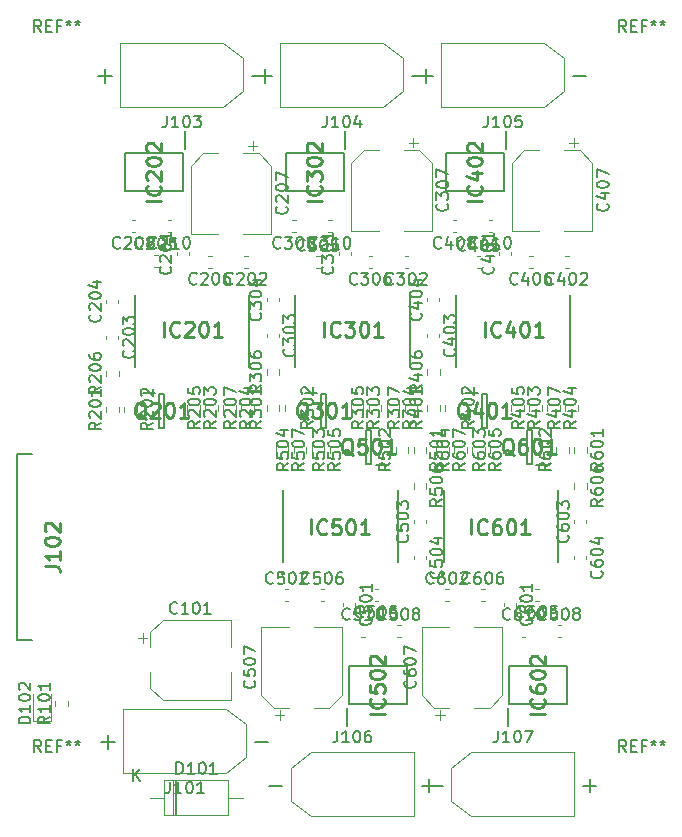
<source format=gbr>
%TF.GenerationSoftware,KiCad,Pcbnew,7.0.11*%
%TF.CreationDate,2025-11-07T14:33:39+09:00*%
%TF.ProjectId,motorDrive,6d6f746f-7244-4726-9976-652e6b696361,rev?*%
%TF.SameCoordinates,Original*%
%TF.FileFunction,Legend,Top*%
%TF.FilePolarity,Positive*%
%FSLAX46Y46*%
G04 Gerber Fmt 4.6, Leading zero omitted, Abs format (unit mm)*
G04 Created by KiCad (PCBNEW 7.0.11) date 2025-11-07 14:33:39*
%MOMM*%
%LPD*%
G01*
G04 APERTURE LIST*
%ADD10C,0.150000*%
%ADD11C,0.254000*%
%ADD12C,0.120000*%
%ADD13C,0.200000*%
G04 APERTURE END LIST*
D10*
X117625952Y-60209580D02*
X117578333Y-60257200D01*
X117578333Y-60257200D02*
X117435476Y-60304819D01*
X117435476Y-60304819D02*
X117340238Y-60304819D01*
X117340238Y-60304819D02*
X117197381Y-60257200D01*
X117197381Y-60257200D02*
X117102143Y-60161961D01*
X117102143Y-60161961D02*
X117054524Y-60066723D01*
X117054524Y-60066723D02*
X117006905Y-59876247D01*
X117006905Y-59876247D02*
X117006905Y-59733390D01*
X117006905Y-59733390D02*
X117054524Y-59542914D01*
X117054524Y-59542914D02*
X117102143Y-59447676D01*
X117102143Y-59447676D02*
X117197381Y-59352438D01*
X117197381Y-59352438D02*
X117340238Y-59304819D01*
X117340238Y-59304819D02*
X117435476Y-59304819D01*
X117435476Y-59304819D02*
X117578333Y-59352438D01*
X117578333Y-59352438D02*
X117625952Y-59400057D01*
X118006905Y-59400057D02*
X118054524Y-59352438D01*
X118054524Y-59352438D02*
X118149762Y-59304819D01*
X118149762Y-59304819D02*
X118387857Y-59304819D01*
X118387857Y-59304819D02*
X118483095Y-59352438D01*
X118483095Y-59352438D02*
X118530714Y-59400057D01*
X118530714Y-59400057D02*
X118578333Y-59495295D01*
X118578333Y-59495295D02*
X118578333Y-59590533D01*
X118578333Y-59590533D02*
X118530714Y-59733390D01*
X118530714Y-59733390D02*
X117959286Y-60304819D01*
X117959286Y-60304819D02*
X118578333Y-60304819D01*
X119530714Y-60304819D02*
X118959286Y-60304819D01*
X119245000Y-60304819D02*
X119245000Y-59304819D01*
X119245000Y-59304819D02*
X119149762Y-59447676D01*
X119149762Y-59447676D02*
X119054524Y-59542914D01*
X119054524Y-59542914D02*
X118959286Y-59590533D01*
X120149762Y-59304819D02*
X120245000Y-59304819D01*
X120245000Y-59304819D02*
X120340238Y-59352438D01*
X120340238Y-59352438D02*
X120387857Y-59400057D01*
X120387857Y-59400057D02*
X120435476Y-59495295D01*
X120435476Y-59495295D02*
X120483095Y-59685771D01*
X120483095Y-59685771D02*
X120483095Y-59923866D01*
X120483095Y-59923866D02*
X120435476Y-60114342D01*
X120435476Y-60114342D02*
X120387857Y-60209580D01*
X120387857Y-60209580D02*
X120340238Y-60257200D01*
X120340238Y-60257200D02*
X120245000Y-60304819D01*
X120245000Y-60304819D02*
X120149762Y-60304819D01*
X120149762Y-60304819D02*
X120054524Y-60257200D01*
X120054524Y-60257200D02*
X120006905Y-60209580D01*
X120006905Y-60209580D02*
X119959286Y-60114342D01*
X119959286Y-60114342D02*
X119911667Y-59923866D01*
X119911667Y-59923866D02*
X119911667Y-59685771D01*
X119911667Y-59685771D02*
X119959286Y-59495295D01*
X119959286Y-59495295D02*
X120006905Y-59400057D01*
X120006905Y-59400057D02*
X120054524Y-59352438D01*
X120054524Y-59352438D02*
X120149762Y-59304819D01*
D11*
X131638318Y-56297286D02*
X130368318Y-56297286D01*
X131517365Y-54966809D02*
X131577842Y-55027285D01*
X131577842Y-55027285D02*
X131638318Y-55208714D01*
X131638318Y-55208714D02*
X131638318Y-55329666D01*
X131638318Y-55329666D02*
X131577842Y-55511095D01*
X131577842Y-55511095D02*
X131456889Y-55632047D01*
X131456889Y-55632047D02*
X131335937Y-55692524D01*
X131335937Y-55692524D02*
X131094032Y-55753000D01*
X131094032Y-55753000D02*
X130912603Y-55753000D01*
X130912603Y-55753000D02*
X130670699Y-55692524D01*
X130670699Y-55692524D02*
X130549746Y-55632047D01*
X130549746Y-55632047D02*
X130428794Y-55511095D01*
X130428794Y-55511095D02*
X130368318Y-55329666D01*
X130368318Y-55329666D02*
X130368318Y-55208714D01*
X130368318Y-55208714D02*
X130428794Y-55027285D01*
X130428794Y-55027285D02*
X130489270Y-54966809D01*
X130368318Y-54543476D02*
X130368318Y-53757285D01*
X130368318Y-53757285D02*
X130852127Y-54180619D01*
X130852127Y-54180619D02*
X130852127Y-53999190D01*
X130852127Y-53999190D02*
X130912603Y-53878238D01*
X130912603Y-53878238D02*
X130973080Y-53817762D01*
X130973080Y-53817762D02*
X131094032Y-53757285D01*
X131094032Y-53757285D02*
X131396413Y-53757285D01*
X131396413Y-53757285D02*
X131517365Y-53817762D01*
X131517365Y-53817762D02*
X131577842Y-53878238D01*
X131577842Y-53878238D02*
X131638318Y-53999190D01*
X131638318Y-53999190D02*
X131638318Y-54362047D01*
X131638318Y-54362047D02*
X131577842Y-54483000D01*
X131577842Y-54483000D02*
X131517365Y-54543476D01*
X130368318Y-52971095D02*
X130368318Y-52850142D01*
X130368318Y-52850142D02*
X130428794Y-52729190D01*
X130428794Y-52729190D02*
X130489270Y-52668714D01*
X130489270Y-52668714D02*
X130610222Y-52608238D01*
X130610222Y-52608238D02*
X130852127Y-52547761D01*
X130852127Y-52547761D02*
X131154508Y-52547761D01*
X131154508Y-52547761D02*
X131396413Y-52608238D01*
X131396413Y-52608238D02*
X131517365Y-52668714D01*
X131517365Y-52668714D02*
X131577842Y-52729190D01*
X131577842Y-52729190D02*
X131638318Y-52850142D01*
X131638318Y-52850142D02*
X131638318Y-52971095D01*
X131638318Y-52971095D02*
X131577842Y-53092047D01*
X131577842Y-53092047D02*
X131517365Y-53152523D01*
X131517365Y-53152523D02*
X131396413Y-53213000D01*
X131396413Y-53213000D02*
X131154508Y-53273476D01*
X131154508Y-53273476D02*
X130852127Y-53273476D01*
X130852127Y-53273476D02*
X130610222Y-53213000D01*
X130610222Y-53213000D02*
X130489270Y-53152523D01*
X130489270Y-53152523D02*
X130428794Y-53092047D01*
X130428794Y-53092047D02*
X130368318Y-52971095D01*
X130489270Y-52063952D02*
X130428794Y-52003476D01*
X130428794Y-52003476D02*
X130368318Y-51882523D01*
X130368318Y-51882523D02*
X130368318Y-51580142D01*
X130368318Y-51580142D02*
X130428794Y-51459190D01*
X130428794Y-51459190D02*
X130489270Y-51398714D01*
X130489270Y-51398714D02*
X130610222Y-51338237D01*
X130610222Y-51338237D02*
X130731175Y-51338237D01*
X130731175Y-51338237D02*
X130912603Y-51398714D01*
X130912603Y-51398714D02*
X131638318Y-52124428D01*
X131638318Y-52124428D02*
X131638318Y-51338237D01*
D10*
X132064285Y-49047819D02*
X132064285Y-49762104D01*
X132064285Y-49762104D02*
X132016666Y-49904961D01*
X132016666Y-49904961D02*
X131921428Y-50000200D01*
X131921428Y-50000200D02*
X131778571Y-50047819D01*
X131778571Y-50047819D02*
X131683333Y-50047819D01*
X133064285Y-50047819D02*
X132492857Y-50047819D01*
X132778571Y-50047819D02*
X132778571Y-49047819D01*
X132778571Y-49047819D02*
X132683333Y-49190676D01*
X132683333Y-49190676D02*
X132588095Y-49285914D01*
X132588095Y-49285914D02*
X132492857Y-49333533D01*
X133683333Y-49047819D02*
X133778571Y-49047819D01*
X133778571Y-49047819D02*
X133873809Y-49095438D01*
X133873809Y-49095438D02*
X133921428Y-49143057D01*
X133921428Y-49143057D02*
X133969047Y-49238295D01*
X133969047Y-49238295D02*
X134016666Y-49428771D01*
X134016666Y-49428771D02*
X134016666Y-49666866D01*
X134016666Y-49666866D02*
X133969047Y-49857342D01*
X133969047Y-49857342D02*
X133921428Y-49952580D01*
X133921428Y-49952580D02*
X133873809Y-50000200D01*
X133873809Y-50000200D02*
X133778571Y-50047819D01*
X133778571Y-50047819D02*
X133683333Y-50047819D01*
X133683333Y-50047819D02*
X133588095Y-50000200D01*
X133588095Y-50000200D02*
X133540476Y-49952580D01*
X133540476Y-49952580D02*
X133492857Y-49857342D01*
X133492857Y-49857342D02*
X133445238Y-49666866D01*
X133445238Y-49666866D02*
X133445238Y-49428771D01*
X133445238Y-49428771D02*
X133492857Y-49238295D01*
X133492857Y-49238295D02*
X133540476Y-49143057D01*
X133540476Y-49143057D02*
X133588095Y-49095438D01*
X133588095Y-49095438D02*
X133683333Y-49047819D01*
X134873809Y-49381152D02*
X134873809Y-50047819D01*
X134635714Y-49000200D02*
X134397619Y-49714485D01*
X134397619Y-49714485D02*
X135016666Y-49714485D01*
X126278571Y-45707700D02*
X127421429Y-45707700D01*
X126850000Y-46279128D02*
X126850000Y-45136271D01*
X139278571Y-45707700D02*
X140421429Y-45707700D01*
X130579952Y-88591580D02*
X130532333Y-88639200D01*
X130532333Y-88639200D02*
X130389476Y-88686819D01*
X130389476Y-88686819D02*
X130294238Y-88686819D01*
X130294238Y-88686819D02*
X130151381Y-88639200D01*
X130151381Y-88639200D02*
X130056143Y-88543961D01*
X130056143Y-88543961D02*
X130008524Y-88448723D01*
X130008524Y-88448723D02*
X129960905Y-88258247D01*
X129960905Y-88258247D02*
X129960905Y-88115390D01*
X129960905Y-88115390D02*
X130008524Y-87924914D01*
X130008524Y-87924914D02*
X130056143Y-87829676D01*
X130056143Y-87829676D02*
X130151381Y-87734438D01*
X130151381Y-87734438D02*
X130294238Y-87686819D01*
X130294238Y-87686819D02*
X130389476Y-87686819D01*
X130389476Y-87686819D02*
X130532333Y-87734438D01*
X130532333Y-87734438D02*
X130579952Y-87782057D01*
X131484714Y-87686819D02*
X131008524Y-87686819D01*
X131008524Y-87686819D02*
X130960905Y-88163009D01*
X130960905Y-88163009D02*
X131008524Y-88115390D01*
X131008524Y-88115390D02*
X131103762Y-88067771D01*
X131103762Y-88067771D02*
X131341857Y-88067771D01*
X131341857Y-88067771D02*
X131437095Y-88115390D01*
X131437095Y-88115390D02*
X131484714Y-88163009D01*
X131484714Y-88163009D02*
X131532333Y-88258247D01*
X131532333Y-88258247D02*
X131532333Y-88496342D01*
X131532333Y-88496342D02*
X131484714Y-88591580D01*
X131484714Y-88591580D02*
X131437095Y-88639200D01*
X131437095Y-88639200D02*
X131341857Y-88686819D01*
X131341857Y-88686819D02*
X131103762Y-88686819D01*
X131103762Y-88686819D02*
X131008524Y-88639200D01*
X131008524Y-88639200D02*
X130960905Y-88591580D01*
X132151381Y-87686819D02*
X132246619Y-87686819D01*
X132246619Y-87686819D02*
X132341857Y-87734438D01*
X132341857Y-87734438D02*
X132389476Y-87782057D01*
X132389476Y-87782057D02*
X132437095Y-87877295D01*
X132437095Y-87877295D02*
X132484714Y-88067771D01*
X132484714Y-88067771D02*
X132484714Y-88305866D01*
X132484714Y-88305866D02*
X132437095Y-88496342D01*
X132437095Y-88496342D02*
X132389476Y-88591580D01*
X132389476Y-88591580D02*
X132341857Y-88639200D01*
X132341857Y-88639200D02*
X132246619Y-88686819D01*
X132246619Y-88686819D02*
X132151381Y-88686819D01*
X132151381Y-88686819D02*
X132056143Y-88639200D01*
X132056143Y-88639200D02*
X132008524Y-88591580D01*
X132008524Y-88591580D02*
X131960905Y-88496342D01*
X131960905Y-88496342D02*
X131913286Y-88305866D01*
X131913286Y-88305866D02*
X131913286Y-88067771D01*
X131913286Y-88067771D02*
X131960905Y-87877295D01*
X131960905Y-87877295D02*
X132008524Y-87782057D01*
X132008524Y-87782057D02*
X132056143Y-87734438D01*
X132056143Y-87734438D02*
X132151381Y-87686819D01*
X133341857Y-87686819D02*
X133151381Y-87686819D01*
X133151381Y-87686819D02*
X133056143Y-87734438D01*
X133056143Y-87734438D02*
X133008524Y-87782057D01*
X133008524Y-87782057D02*
X132913286Y-87924914D01*
X132913286Y-87924914D02*
X132865667Y-88115390D01*
X132865667Y-88115390D02*
X132865667Y-88496342D01*
X132865667Y-88496342D02*
X132913286Y-88591580D01*
X132913286Y-88591580D02*
X132960905Y-88639200D01*
X132960905Y-88639200D02*
X133056143Y-88686819D01*
X133056143Y-88686819D02*
X133246619Y-88686819D01*
X133246619Y-88686819D02*
X133341857Y-88639200D01*
X133341857Y-88639200D02*
X133389476Y-88591580D01*
X133389476Y-88591580D02*
X133437095Y-88496342D01*
X133437095Y-88496342D02*
X133437095Y-88258247D01*
X133437095Y-88258247D02*
X133389476Y-88163009D01*
X133389476Y-88163009D02*
X133341857Y-88115390D01*
X133341857Y-88115390D02*
X133246619Y-88067771D01*
X133246619Y-88067771D02*
X133056143Y-88067771D01*
X133056143Y-88067771D02*
X132960905Y-88115390D01*
X132960905Y-88115390D02*
X132913286Y-88163009D01*
X132913286Y-88163009D02*
X132865667Y-88258247D01*
X143787952Y-60397580D02*
X143740333Y-60445200D01*
X143740333Y-60445200D02*
X143597476Y-60492819D01*
X143597476Y-60492819D02*
X143502238Y-60492819D01*
X143502238Y-60492819D02*
X143359381Y-60445200D01*
X143359381Y-60445200D02*
X143264143Y-60349961D01*
X143264143Y-60349961D02*
X143216524Y-60254723D01*
X143216524Y-60254723D02*
X143168905Y-60064247D01*
X143168905Y-60064247D02*
X143168905Y-59921390D01*
X143168905Y-59921390D02*
X143216524Y-59730914D01*
X143216524Y-59730914D02*
X143264143Y-59635676D01*
X143264143Y-59635676D02*
X143359381Y-59540438D01*
X143359381Y-59540438D02*
X143502238Y-59492819D01*
X143502238Y-59492819D02*
X143597476Y-59492819D01*
X143597476Y-59492819D02*
X143740333Y-59540438D01*
X143740333Y-59540438D02*
X143787952Y-59588057D01*
X144645095Y-59826152D02*
X144645095Y-60492819D01*
X144407000Y-59445200D02*
X144168905Y-60159485D01*
X144168905Y-60159485D02*
X144787952Y-60159485D01*
X145359381Y-59492819D02*
X145454619Y-59492819D01*
X145454619Y-59492819D02*
X145549857Y-59540438D01*
X145549857Y-59540438D02*
X145597476Y-59588057D01*
X145597476Y-59588057D02*
X145645095Y-59683295D01*
X145645095Y-59683295D02*
X145692714Y-59873771D01*
X145692714Y-59873771D02*
X145692714Y-60111866D01*
X145692714Y-60111866D02*
X145645095Y-60302342D01*
X145645095Y-60302342D02*
X145597476Y-60397580D01*
X145597476Y-60397580D02*
X145549857Y-60445200D01*
X145549857Y-60445200D02*
X145454619Y-60492819D01*
X145454619Y-60492819D02*
X145359381Y-60492819D01*
X145359381Y-60492819D02*
X145264143Y-60445200D01*
X145264143Y-60445200D02*
X145216524Y-60397580D01*
X145216524Y-60397580D02*
X145168905Y-60302342D01*
X145168905Y-60302342D02*
X145121286Y-60111866D01*
X145121286Y-60111866D02*
X145121286Y-59873771D01*
X145121286Y-59873771D02*
X145168905Y-59683295D01*
X145168905Y-59683295D02*
X145216524Y-59588057D01*
X145216524Y-59588057D02*
X145264143Y-59540438D01*
X145264143Y-59540438D02*
X145359381Y-59492819D01*
X146597476Y-59492819D02*
X146121286Y-59492819D01*
X146121286Y-59492819D02*
X146073667Y-59969009D01*
X146073667Y-59969009D02*
X146121286Y-59921390D01*
X146121286Y-59921390D02*
X146216524Y-59873771D01*
X146216524Y-59873771D02*
X146454619Y-59873771D01*
X146454619Y-59873771D02*
X146549857Y-59921390D01*
X146549857Y-59921390D02*
X146597476Y-59969009D01*
X146597476Y-59969009D02*
X146645095Y-60064247D01*
X146645095Y-60064247D02*
X146645095Y-60302342D01*
X146645095Y-60302342D02*
X146597476Y-60397580D01*
X146597476Y-60397580D02*
X146549857Y-60445200D01*
X146549857Y-60445200D02*
X146454619Y-60492819D01*
X146454619Y-60492819D02*
X146216524Y-60492819D01*
X146216524Y-60492819D02*
X146121286Y-60445200D01*
X146121286Y-60445200D02*
X146073667Y-60397580D01*
X137691952Y-63257580D02*
X137644333Y-63305200D01*
X137644333Y-63305200D02*
X137501476Y-63352819D01*
X137501476Y-63352819D02*
X137406238Y-63352819D01*
X137406238Y-63352819D02*
X137263381Y-63305200D01*
X137263381Y-63305200D02*
X137168143Y-63209961D01*
X137168143Y-63209961D02*
X137120524Y-63114723D01*
X137120524Y-63114723D02*
X137072905Y-62924247D01*
X137072905Y-62924247D02*
X137072905Y-62781390D01*
X137072905Y-62781390D02*
X137120524Y-62590914D01*
X137120524Y-62590914D02*
X137168143Y-62495676D01*
X137168143Y-62495676D02*
X137263381Y-62400438D01*
X137263381Y-62400438D02*
X137406238Y-62352819D01*
X137406238Y-62352819D02*
X137501476Y-62352819D01*
X137501476Y-62352819D02*
X137644333Y-62400438D01*
X137644333Y-62400438D02*
X137691952Y-62448057D01*
X138025286Y-62352819D02*
X138644333Y-62352819D01*
X138644333Y-62352819D02*
X138311000Y-62733771D01*
X138311000Y-62733771D02*
X138453857Y-62733771D01*
X138453857Y-62733771D02*
X138549095Y-62781390D01*
X138549095Y-62781390D02*
X138596714Y-62829009D01*
X138596714Y-62829009D02*
X138644333Y-62924247D01*
X138644333Y-62924247D02*
X138644333Y-63162342D01*
X138644333Y-63162342D02*
X138596714Y-63257580D01*
X138596714Y-63257580D02*
X138549095Y-63305200D01*
X138549095Y-63305200D02*
X138453857Y-63352819D01*
X138453857Y-63352819D02*
X138168143Y-63352819D01*
X138168143Y-63352819D02*
X138072905Y-63305200D01*
X138072905Y-63305200D02*
X138025286Y-63257580D01*
X139263381Y-62352819D02*
X139358619Y-62352819D01*
X139358619Y-62352819D02*
X139453857Y-62400438D01*
X139453857Y-62400438D02*
X139501476Y-62448057D01*
X139501476Y-62448057D02*
X139549095Y-62543295D01*
X139549095Y-62543295D02*
X139596714Y-62733771D01*
X139596714Y-62733771D02*
X139596714Y-62971866D01*
X139596714Y-62971866D02*
X139549095Y-63162342D01*
X139549095Y-63162342D02*
X139501476Y-63257580D01*
X139501476Y-63257580D02*
X139453857Y-63305200D01*
X139453857Y-63305200D02*
X139358619Y-63352819D01*
X139358619Y-63352819D02*
X139263381Y-63352819D01*
X139263381Y-63352819D02*
X139168143Y-63305200D01*
X139168143Y-63305200D02*
X139120524Y-63257580D01*
X139120524Y-63257580D02*
X139072905Y-63162342D01*
X139072905Y-63162342D02*
X139025286Y-62971866D01*
X139025286Y-62971866D02*
X139025286Y-62733771D01*
X139025286Y-62733771D02*
X139072905Y-62543295D01*
X139072905Y-62543295D02*
X139120524Y-62448057D01*
X139120524Y-62448057D02*
X139168143Y-62400438D01*
X139168143Y-62400438D02*
X139263381Y-62352819D01*
X139977667Y-62448057D02*
X140025286Y-62400438D01*
X140025286Y-62400438D02*
X140120524Y-62352819D01*
X140120524Y-62352819D02*
X140358619Y-62352819D01*
X140358619Y-62352819D02*
X140453857Y-62400438D01*
X140453857Y-62400438D02*
X140501476Y-62448057D01*
X140501476Y-62448057D02*
X140549095Y-62543295D01*
X140549095Y-62543295D02*
X140549095Y-62638533D01*
X140549095Y-62638533D02*
X140501476Y-62781390D01*
X140501476Y-62781390D02*
X139930048Y-63352819D01*
X139930048Y-63352819D02*
X140549095Y-63352819D01*
D11*
X134305523Y-77784270D02*
X134184571Y-77723794D01*
X134184571Y-77723794D02*
X134063618Y-77602842D01*
X134063618Y-77602842D02*
X133882190Y-77421413D01*
X133882190Y-77421413D02*
X133761237Y-77360937D01*
X133761237Y-77360937D02*
X133640285Y-77360937D01*
X133700761Y-77663318D02*
X133579809Y-77602842D01*
X133579809Y-77602842D02*
X133458856Y-77481889D01*
X133458856Y-77481889D02*
X133398380Y-77239984D01*
X133398380Y-77239984D02*
X133398380Y-76816651D01*
X133398380Y-76816651D02*
X133458856Y-76574746D01*
X133458856Y-76574746D02*
X133579809Y-76453794D01*
X133579809Y-76453794D02*
X133700761Y-76393318D01*
X133700761Y-76393318D02*
X133942666Y-76393318D01*
X133942666Y-76393318D02*
X134063618Y-76453794D01*
X134063618Y-76453794D02*
X134184571Y-76574746D01*
X134184571Y-76574746D02*
X134245047Y-76816651D01*
X134245047Y-76816651D02*
X134245047Y-77239984D01*
X134245047Y-77239984D02*
X134184571Y-77481889D01*
X134184571Y-77481889D02*
X134063618Y-77602842D01*
X134063618Y-77602842D02*
X133942666Y-77663318D01*
X133942666Y-77663318D02*
X133700761Y-77663318D01*
X135394094Y-76393318D02*
X134789332Y-76393318D01*
X134789332Y-76393318D02*
X134728856Y-76998080D01*
X134728856Y-76998080D02*
X134789332Y-76937603D01*
X134789332Y-76937603D02*
X134910285Y-76877127D01*
X134910285Y-76877127D02*
X135212666Y-76877127D01*
X135212666Y-76877127D02*
X135333618Y-76937603D01*
X135333618Y-76937603D02*
X135394094Y-76998080D01*
X135394094Y-76998080D02*
X135454571Y-77119032D01*
X135454571Y-77119032D02*
X135454571Y-77421413D01*
X135454571Y-77421413D02*
X135394094Y-77542365D01*
X135394094Y-77542365D02*
X135333618Y-77602842D01*
X135333618Y-77602842D02*
X135212666Y-77663318D01*
X135212666Y-77663318D02*
X134910285Y-77663318D01*
X134910285Y-77663318D02*
X134789332Y-77602842D01*
X134789332Y-77602842D02*
X134728856Y-77542365D01*
X136240761Y-76393318D02*
X136361714Y-76393318D01*
X136361714Y-76393318D02*
X136482666Y-76453794D01*
X136482666Y-76453794D02*
X136543142Y-76514270D01*
X136543142Y-76514270D02*
X136603618Y-76635222D01*
X136603618Y-76635222D02*
X136664095Y-76877127D01*
X136664095Y-76877127D02*
X136664095Y-77179508D01*
X136664095Y-77179508D02*
X136603618Y-77421413D01*
X136603618Y-77421413D02*
X136543142Y-77542365D01*
X136543142Y-77542365D02*
X136482666Y-77602842D01*
X136482666Y-77602842D02*
X136361714Y-77663318D01*
X136361714Y-77663318D02*
X136240761Y-77663318D01*
X136240761Y-77663318D02*
X136119809Y-77602842D01*
X136119809Y-77602842D02*
X136059333Y-77542365D01*
X136059333Y-77542365D02*
X135998856Y-77421413D01*
X135998856Y-77421413D02*
X135938380Y-77179508D01*
X135938380Y-77179508D02*
X135938380Y-76877127D01*
X135938380Y-76877127D02*
X135998856Y-76635222D01*
X135998856Y-76635222D02*
X136059333Y-76514270D01*
X136059333Y-76514270D02*
X136119809Y-76453794D01*
X136119809Y-76453794D02*
X136240761Y-76393318D01*
X137873619Y-77663318D02*
X137147904Y-77663318D01*
X137510761Y-77663318D02*
X137510761Y-76393318D01*
X137510761Y-76393318D02*
X137389809Y-76574746D01*
X137389809Y-76574746D02*
X137268857Y-76695699D01*
X137268857Y-76695699D02*
X137147904Y-76756175D01*
D10*
X118515285Y-49047819D02*
X118515285Y-49762104D01*
X118515285Y-49762104D02*
X118467666Y-49904961D01*
X118467666Y-49904961D02*
X118372428Y-50000200D01*
X118372428Y-50000200D02*
X118229571Y-50047819D01*
X118229571Y-50047819D02*
X118134333Y-50047819D01*
X119515285Y-50047819D02*
X118943857Y-50047819D01*
X119229571Y-50047819D02*
X119229571Y-49047819D01*
X119229571Y-49047819D02*
X119134333Y-49190676D01*
X119134333Y-49190676D02*
X119039095Y-49285914D01*
X119039095Y-49285914D02*
X118943857Y-49333533D01*
X120134333Y-49047819D02*
X120229571Y-49047819D01*
X120229571Y-49047819D02*
X120324809Y-49095438D01*
X120324809Y-49095438D02*
X120372428Y-49143057D01*
X120372428Y-49143057D02*
X120420047Y-49238295D01*
X120420047Y-49238295D02*
X120467666Y-49428771D01*
X120467666Y-49428771D02*
X120467666Y-49666866D01*
X120467666Y-49666866D02*
X120420047Y-49857342D01*
X120420047Y-49857342D02*
X120372428Y-49952580D01*
X120372428Y-49952580D02*
X120324809Y-50000200D01*
X120324809Y-50000200D02*
X120229571Y-50047819D01*
X120229571Y-50047819D02*
X120134333Y-50047819D01*
X120134333Y-50047819D02*
X120039095Y-50000200D01*
X120039095Y-50000200D02*
X119991476Y-49952580D01*
X119991476Y-49952580D02*
X119943857Y-49857342D01*
X119943857Y-49857342D02*
X119896238Y-49666866D01*
X119896238Y-49666866D02*
X119896238Y-49428771D01*
X119896238Y-49428771D02*
X119943857Y-49238295D01*
X119943857Y-49238295D02*
X119991476Y-49143057D01*
X119991476Y-49143057D02*
X120039095Y-49095438D01*
X120039095Y-49095438D02*
X120134333Y-49047819D01*
X120801000Y-49047819D02*
X121420047Y-49047819D01*
X121420047Y-49047819D02*
X121086714Y-49428771D01*
X121086714Y-49428771D02*
X121229571Y-49428771D01*
X121229571Y-49428771D02*
X121324809Y-49476390D01*
X121324809Y-49476390D02*
X121372428Y-49524009D01*
X121372428Y-49524009D02*
X121420047Y-49619247D01*
X121420047Y-49619247D02*
X121420047Y-49857342D01*
X121420047Y-49857342D02*
X121372428Y-49952580D01*
X121372428Y-49952580D02*
X121324809Y-50000200D01*
X121324809Y-50000200D02*
X121229571Y-50047819D01*
X121229571Y-50047819D02*
X120943857Y-50047819D01*
X120943857Y-50047819D02*
X120848619Y-50000200D01*
X120848619Y-50000200D02*
X120801000Y-49952580D01*
X125729571Y-45707700D02*
X126872429Y-45707700D01*
X112729571Y-45707700D02*
X113872429Y-45707700D01*
X113301000Y-46279128D02*
X113301000Y-45136271D01*
D11*
X136972318Y-99731286D02*
X135702318Y-99731286D01*
X136851365Y-98400809D02*
X136911842Y-98461285D01*
X136911842Y-98461285D02*
X136972318Y-98642714D01*
X136972318Y-98642714D02*
X136972318Y-98763666D01*
X136972318Y-98763666D02*
X136911842Y-98945095D01*
X136911842Y-98945095D02*
X136790889Y-99066047D01*
X136790889Y-99066047D02*
X136669937Y-99126524D01*
X136669937Y-99126524D02*
X136428032Y-99187000D01*
X136428032Y-99187000D02*
X136246603Y-99187000D01*
X136246603Y-99187000D02*
X136004699Y-99126524D01*
X136004699Y-99126524D02*
X135883746Y-99066047D01*
X135883746Y-99066047D02*
X135762794Y-98945095D01*
X135762794Y-98945095D02*
X135702318Y-98763666D01*
X135702318Y-98763666D02*
X135702318Y-98642714D01*
X135702318Y-98642714D02*
X135762794Y-98461285D01*
X135762794Y-98461285D02*
X135823270Y-98400809D01*
X135702318Y-97251762D02*
X135702318Y-97856524D01*
X135702318Y-97856524D02*
X136307080Y-97917000D01*
X136307080Y-97917000D02*
X136246603Y-97856524D01*
X136246603Y-97856524D02*
X136186127Y-97735571D01*
X136186127Y-97735571D02*
X136186127Y-97433190D01*
X136186127Y-97433190D02*
X136246603Y-97312238D01*
X136246603Y-97312238D02*
X136307080Y-97251762D01*
X136307080Y-97251762D02*
X136428032Y-97191285D01*
X136428032Y-97191285D02*
X136730413Y-97191285D01*
X136730413Y-97191285D02*
X136851365Y-97251762D01*
X136851365Y-97251762D02*
X136911842Y-97312238D01*
X136911842Y-97312238D02*
X136972318Y-97433190D01*
X136972318Y-97433190D02*
X136972318Y-97735571D01*
X136972318Y-97735571D02*
X136911842Y-97856524D01*
X136911842Y-97856524D02*
X136851365Y-97917000D01*
X135702318Y-96405095D02*
X135702318Y-96284142D01*
X135702318Y-96284142D02*
X135762794Y-96163190D01*
X135762794Y-96163190D02*
X135823270Y-96102714D01*
X135823270Y-96102714D02*
X135944222Y-96042238D01*
X135944222Y-96042238D02*
X136186127Y-95981761D01*
X136186127Y-95981761D02*
X136488508Y-95981761D01*
X136488508Y-95981761D02*
X136730413Y-96042238D01*
X136730413Y-96042238D02*
X136851365Y-96102714D01*
X136851365Y-96102714D02*
X136911842Y-96163190D01*
X136911842Y-96163190D02*
X136972318Y-96284142D01*
X136972318Y-96284142D02*
X136972318Y-96405095D01*
X136972318Y-96405095D02*
X136911842Y-96526047D01*
X136911842Y-96526047D02*
X136851365Y-96586523D01*
X136851365Y-96586523D02*
X136730413Y-96647000D01*
X136730413Y-96647000D02*
X136488508Y-96707476D01*
X136488508Y-96707476D02*
X136186127Y-96707476D01*
X136186127Y-96707476D02*
X135944222Y-96647000D01*
X135944222Y-96647000D02*
X135823270Y-96586523D01*
X135823270Y-96586523D02*
X135762794Y-96526047D01*
X135762794Y-96526047D02*
X135702318Y-96405095D01*
X135823270Y-95497952D02*
X135762794Y-95437476D01*
X135762794Y-95437476D02*
X135702318Y-95316523D01*
X135702318Y-95316523D02*
X135702318Y-95014142D01*
X135702318Y-95014142D02*
X135762794Y-94893190D01*
X135762794Y-94893190D02*
X135823270Y-94832714D01*
X135823270Y-94832714D02*
X135944222Y-94772237D01*
X135944222Y-94772237D02*
X136065175Y-94772237D01*
X136065175Y-94772237D02*
X136246603Y-94832714D01*
X136246603Y-94832714D02*
X136972318Y-95558428D01*
X136972318Y-95558428D02*
X136972318Y-94772237D01*
D10*
X119340524Y-104791819D02*
X119340524Y-103791819D01*
X119340524Y-103791819D02*
X119578619Y-103791819D01*
X119578619Y-103791819D02*
X119721476Y-103839438D01*
X119721476Y-103839438D02*
X119816714Y-103934676D01*
X119816714Y-103934676D02*
X119864333Y-104029914D01*
X119864333Y-104029914D02*
X119911952Y-104220390D01*
X119911952Y-104220390D02*
X119911952Y-104363247D01*
X119911952Y-104363247D02*
X119864333Y-104553723D01*
X119864333Y-104553723D02*
X119816714Y-104648961D01*
X119816714Y-104648961D02*
X119721476Y-104744200D01*
X119721476Y-104744200D02*
X119578619Y-104791819D01*
X119578619Y-104791819D02*
X119340524Y-104791819D01*
X120864333Y-104791819D02*
X120292905Y-104791819D01*
X120578619Y-104791819D02*
X120578619Y-103791819D01*
X120578619Y-103791819D02*
X120483381Y-103934676D01*
X120483381Y-103934676D02*
X120388143Y-104029914D01*
X120388143Y-104029914D02*
X120292905Y-104077533D01*
X121483381Y-103791819D02*
X121578619Y-103791819D01*
X121578619Y-103791819D02*
X121673857Y-103839438D01*
X121673857Y-103839438D02*
X121721476Y-103887057D01*
X121721476Y-103887057D02*
X121769095Y-103982295D01*
X121769095Y-103982295D02*
X121816714Y-104172771D01*
X121816714Y-104172771D02*
X121816714Y-104410866D01*
X121816714Y-104410866D02*
X121769095Y-104601342D01*
X121769095Y-104601342D02*
X121721476Y-104696580D01*
X121721476Y-104696580D02*
X121673857Y-104744200D01*
X121673857Y-104744200D02*
X121578619Y-104791819D01*
X121578619Y-104791819D02*
X121483381Y-104791819D01*
X121483381Y-104791819D02*
X121388143Y-104744200D01*
X121388143Y-104744200D02*
X121340524Y-104696580D01*
X121340524Y-104696580D02*
X121292905Y-104601342D01*
X121292905Y-104601342D02*
X121245286Y-104410866D01*
X121245286Y-104410866D02*
X121245286Y-104172771D01*
X121245286Y-104172771D02*
X121292905Y-103982295D01*
X121292905Y-103982295D02*
X121340524Y-103887057D01*
X121340524Y-103887057D02*
X121388143Y-103839438D01*
X121388143Y-103839438D02*
X121483381Y-103791819D01*
X122769095Y-104791819D02*
X122197667Y-104791819D01*
X122483381Y-104791819D02*
X122483381Y-103791819D01*
X122483381Y-103791819D02*
X122388143Y-103934676D01*
X122388143Y-103934676D02*
X122292905Y-104029914D01*
X122292905Y-104029914D02*
X122197667Y-104077533D01*
X115689095Y-105361819D02*
X115689095Y-104361819D01*
X116260523Y-105361819D02*
X115831952Y-104790390D01*
X116260523Y-104361819D02*
X115689095Y-104933247D01*
X142407819Y-78462047D02*
X141931628Y-78795380D01*
X142407819Y-79033475D02*
X141407819Y-79033475D01*
X141407819Y-79033475D02*
X141407819Y-78652523D01*
X141407819Y-78652523D02*
X141455438Y-78557285D01*
X141455438Y-78557285D02*
X141503057Y-78509666D01*
X141503057Y-78509666D02*
X141598295Y-78462047D01*
X141598295Y-78462047D02*
X141741152Y-78462047D01*
X141741152Y-78462047D02*
X141836390Y-78509666D01*
X141836390Y-78509666D02*
X141884009Y-78557285D01*
X141884009Y-78557285D02*
X141931628Y-78652523D01*
X141931628Y-78652523D02*
X141931628Y-79033475D01*
X141407819Y-77604904D02*
X141407819Y-77795380D01*
X141407819Y-77795380D02*
X141455438Y-77890618D01*
X141455438Y-77890618D02*
X141503057Y-77938237D01*
X141503057Y-77938237D02*
X141645914Y-78033475D01*
X141645914Y-78033475D02*
X141836390Y-78081094D01*
X141836390Y-78081094D02*
X142217342Y-78081094D01*
X142217342Y-78081094D02*
X142312580Y-78033475D01*
X142312580Y-78033475D02*
X142360200Y-77985856D01*
X142360200Y-77985856D02*
X142407819Y-77890618D01*
X142407819Y-77890618D02*
X142407819Y-77700142D01*
X142407819Y-77700142D02*
X142360200Y-77604904D01*
X142360200Y-77604904D02*
X142312580Y-77557285D01*
X142312580Y-77557285D02*
X142217342Y-77509666D01*
X142217342Y-77509666D02*
X141979247Y-77509666D01*
X141979247Y-77509666D02*
X141884009Y-77557285D01*
X141884009Y-77557285D02*
X141836390Y-77604904D01*
X141836390Y-77604904D02*
X141788771Y-77700142D01*
X141788771Y-77700142D02*
X141788771Y-77890618D01*
X141788771Y-77890618D02*
X141836390Y-77985856D01*
X141836390Y-77985856D02*
X141884009Y-78033475D01*
X141884009Y-78033475D02*
X141979247Y-78081094D01*
X141407819Y-76890618D02*
X141407819Y-76795380D01*
X141407819Y-76795380D02*
X141455438Y-76700142D01*
X141455438Y-76700142D02*
X141503057Y-76652523D01*
X141503057Y-76652523D02*
X141598295Y-76604904D01*
X141598295Y-76604904D02*
X141788771Y-76557285D01*
X141788771Y-76557285D02*
X142026866Y-76557285D01*
X142026866Y-76557285D02*
X142217342Y-76604904D01*
X142217342Y-76604904D02*
X142312580Y-76652523D01*
X142312580Y-76652523D02*
X142360200Y-76700142D01*
X142360200Y-76700142D02*
X142407819Y-76795380D01*
X142407819Y-76795380D02*
X142407819Y-76890618D01*
X142407819Y-76890618D02*
X142360200Y-76985856D01*
X142360200Y-76985856D02*
X142312580Y-77033475D01*
X142312580Y-77033475D02*
X142217342Y-77081094D01*
X142217342Y-77081094D02*
X142026866Y-77128713D01*
X142026866Y-77128713D02*
X141788771Y-77128713D01*
X141788771Y-77128713D02*
X141598295Y-77081094D01*
X141598295Y-77081094D02*
X141503057Y-77033475D01*
X141503057Y-77033475D02*
X141455438Y-76985856D01*
X141455438Y-76985856D02*
X141407819Y-76890618D01*
X141741152Y-75700142D02*
X142407819Y-75700142D01*
X141360200Y-75938237D02*
X142074485Y-76176332D01*
X142074485Y-76176332D02*
X142074485Y-75557285D01*
X143743819Y-78462047D02*
X143267628Y-78795380D01*
X143743819Y-79033475D02*
X142743819Y-79033475D01*
X142743819Y-79033475D02*
X142743819Y-78652523D01*
X142743819Y-78652523D02*
X142791438Y-78557285D01*
X142791438Y-78557285D02*
X142839057Y-78509666D01*
X142839057Y-78509666D02*
X142934295Y-78462047D01*
X142934295Y-78462047D02*
X143077152Y-78462047D01*
X143077152Y-78462047D02*
X143172390Y-78509666D01*
X143172390Y-78509666D02*
X143220009Y-78557285D01*
X143220009Y-78557285D02*
X143267628Y-78652523D01*
X143267628Y-78652523D02*
X143267628Y-79033475D01*
X142743819Y-77604904D02*
X142743819Y-77795380D01*
X142743819Y-77795380D02*
X142791438Y-77890618D01*
X142791438Y-77890618D02*
X142839057Y-77938237D01*
X142839057Y-77938237D02*
X142981914Y-78033475D01*
X142981914Y-78033475D02*
X143172390Y-78081094D01*
X143172390Y-78081094D02*
X143553342Y-78081094D01*
X143553342Y-78081094D02*
X143648580Y-78033475D01*
X143648580Y-78033475D02*
X143696200Y-77985856D01*
X143696200Y-77985856D02*
X143743819Y-77890618D01*
X143743819Y-77890618D02*
X143743819Y-77700142D01*
X143743819Y-77700142D02*
X143696200Y-77604904D01*
X143696200Y-77604904D02*
X143648580Y-77557285D01*
X143648580Y-77557285D02*
X143553342Y-77509666D01*
X143553342Y-77509666D02*
X143315247Y-77509666D01*
X143315247Y-77509666D02*
X143220009Y-77557285D01*
X143220009Y-77557285D02*
X143172390Y-77604904D01*
X143172390Y-77604904D02*
X143124771Y-77700142D01*
X143124771Y-77700142D02*
X143124771Y-77890618D01*
X143124771Y-77890618D02*
X143172390Y-77985856D01*
X143172390Y-77985856D02*
X143220009Y-78033475D01*
X143220009Y-78033475D02*
X143315247Y-78081094D01*
X142743819Y-76890618D02*
X142743819Y-76795380D01*
X142743819Y-76795380D02*
X142791438Y-76700142D01*
X142791438Y-76700142D02*
X142839057Y-76652523D01*
X142839057Y-76652523D02*
X142934295Y-76604904D01*
X142934295Y-76604904D02*
X143124771Y-76557285D01*
X143124771Y-76557285D02*
X143362866Y-76557285D01*
X143362866Y-76557285D02*
X143553342Y-76604904D01*
X143553342Y-76604904D02*
X143648580Y-76652523D01*
X143648580Y-76652523D02*
X143696200Y-76700142D01*
X143696200Y-76700142D02*
X143743819Y-76795380D01*
X143743819Y-76795380D02*
X143743819Y-76890618D01*
X143743819Y-76890618D02*
X143696200Y-76985856D01*
X143696200Y-76985856D02*
X143648580Y-77033475D01*
X143648580Y-77033475D02*
X143553342Y-77081094D01*
X143553342Y-77081094D02*
X143362866Y-77128713D01*
X143362866Y-77128713D02*
X143124771Y-77128713D01*
X143124771Y-77128713D02*
X142934295Y-77081094D01*
X142934295Y-77081094D02*
X142839057Y-77033475D01*
X142839057Y-77033475D02*
X142791438Y-76985856D01*
X142791438Y-76985856D02*
X142743819Y-76890618D01*
X142743819Y-76223951D02*
X142743819Y-75557285D01*
X142743819Y-75557285D02*
X143743819Y-75985856D01*
X112943819Y-75033047D02*
X112467628Y-75366380D01*
X112943819Y-75604475D02*
X111943819Y-75604475D01*
X111943819Y-75604475D02*
X111943819Y-75223523D01*
X111943819Y-75223523D02*
X111991438Y-75128285D01*
X111991438Y-75128285D02*
X112039057Y-75080666D01*
X112039057Y-75080666D02*
X112134295Y-75033047D01*
X112134295Y-75033047D02*
X112277152Y-75033047D01*
X112277152Y-75033047D02*
X112372390Y-75080666D01*
X112372390Y-75080666D02*
X112420009Y-75128285D01*
X112420009Y-75128285D02*
X112467628Y-75223523D01*
X112467628Y-75223523D02*
X112467628Y-75604475D01*
X112039057Y-74652094D02*
X111991438Y-74604475D01*
X111991438Y-74604475D02*
X111943819Y-74509237D01*
X111943819Y-74509237D02*
X111943819Y-74271142D01*
X111943819Y-74271142D02*
X111991438Y-74175904D01*
X111991438Y-74175904D02*
X112039057Y-74128285D01*
X112039057Y-74128285D02*
X112134295Y-74080666D01*
X112134295Y-74080666D02*
X112229533Y-74080666D01*
X112229533Y-74080666D02*
X112372390Y-74128285D01*
X112372390Y-74128285D02*
X112943819Y-74699713D01*
X112943819Y-74699713D02*
X112943819Y-74080666D01*
X111943819Y-73461618D02*
X111943819Y-73366380D01*
X111943819Y-73366380D02*
X111991438Y-73271142D01*
X111991438Y-73271142D02*
X112039057Y-73223523D01*
X112039057Y-73223523D02*
X112134295Y-73175904D01*
X112134295Y-73175904D02*
X112324771Y-73128285D01*
X112324771Y-73128285D02*
X112562866Y-73128285D01*
X112562866Y-73128285D02*
X112753342Y-73175904D01*
X112753342Y-73175904D02*
X112848580Y-73223523D01*
X112848580Y-73223523D02*
X112896200Y-73271142D01*
X112896200Y-73271142D02*
X112943819Y-73366380D01*
X112943819Y-73366380D02*
X112943819Y-73461618D01*
X112943819Y-73461618D02*
X112896200Y-73556856D01*
X112896200Y-73556856D02*
X112848580Y-73604475D01*
X112848580Y-73604475D02*
X112753342Y-73652094D01*
X112753342Y-73652094D02*
X112562866Y-73699713D01*
X112562866Y-73699713D02*
X112324771Y-73699713D01*
X112324771Y-73699713D02*
X112134295Y-73652094D01*
X112134295Y-73652094D02*
X112039057Y-73604475D01*
X112039057Y-73604475D02*
X111991438Y-73556856D01*
X111991438Y-73556856D02*
X111943819Y-73461618D01*
X112943819Y-72175904D02*
X112943819Y-72747332D01*
X112943819Y-72461618D02*
X111943819Y-72461618D01*
X111943819Y-72461618D02*
X112086676Y-72556856D01*
X112086676Y-72556856D02*
X112181914Y-72652094D01*
X112181914Y-72652094D02*
X112229533Y-72747332D01*
D11*
X147894523Y-77784270D02*
X147773571Y-77723794D01*
X147773571Y-77723794D02*
X147652618Y-77602842D01*
X147652618Y-77602842D02*
X147471190Y-77421413D01*
X147471190Y-77421413D02*
X147350237Y-77360937D01*
X147350237Y-77360937D02*
X147229285Y-77360937D01*
X147289761Y-77663318D02*
X147168809Y-77602842D01*
X147168809Y-77602842D02*
X147047856Y-77481889D01*
X147047856Y-77481889D02*
X146987380Y-77239984D01*
X146987380Y-77239984D02*
X146987380Y-76816651D01*
X146987380Y-76816651D02*
X147047856Y-76574746D01*
X147047856Y-76574746D02*
X147168809Y-76453794D01*
X147168809Y-76453794D02*
X147289761Y-76393318D01*
X147289761Y-76393318D02*
X147531666Y-76393318D01*
X147531666Y-76393318D02*
X147652618Y-76453794D01*
X147652618Y-76453794D02*
X147773571Y-76574746D01*
X147773571Y-76574746D02*
X147834047Y-76816651D01*
X147834047Y-76816651D02*
X147834047Y-77239984D01*
X147834047Y-77239984D02*
X147773571Y-77481889D01*
X147773571Y-77481889D02*
X147652618Y-77602842D01*
X147652618Y-77602842D02*
X147531666Y-77663318D01*
X147531666Y-77663318D02*
X147289761Y-77663318D01*
X148922618Y-76393318D02*
X148680713Y-76393318D01*
X148680713Y-76393318D02*
X148559761Y-76453794D01*
X148559761Y-76453794D02*
X148499285Y-76514270D01*
X148499285Y-76514270D02*
X148378332Y-76695699D01*
X148378332Y-76695699D02*
X148317856Y-76937603D01*
X148317856Y-76937603D02*
X148317856Y-77421413D01*
X148317856Y-77421413D02*
X148378332Y-77542365D01*
X148378332Y-77542365D02*
X148438809Y-77602842D01*
X148438809Y-77602842D02*
X148559761Y-77663318D01*
X148559761Y-77663318D02*
X148801666Y-77663318D01*
X148801666Y-77663318D02*
X148922618Y-77602842D01*
X148922618Y-77602842D02*
X148983094Y-77542365D01*
X148983094Y-77542365D02*
X149043571Y-77421413D01*
X149043571Y-77421413D02*
X149043571Y-77119032D01*
X149043571Y-77119032D02*
X148983094Y-76998080D01*
X148983094Y-76998080D02*
X148922618Y-76937603D01*
X148922618Y-76937603D02*
X148801666Y-76877127D01*
X148801666Y-76877127D02*
X148559761Y-76877127D01*
X148559761Y-76877127D02*
X148438809Y-76937603D01*
X148438809Y-76937603D02*
X148378332Y-76998080D01*
X148378332Y-76998080D02*
X148317856Y-77119032D01*
X149829761Y-76393318D02*
X149950714Y-76393318D01*
X149950714Y-76393318D02*
X150071666Y-76453794D01*
X150071666Y-76453794D02*
X150132142Y-76514270D01*
X150132142Y-76514270D02*
X150192618Y-76635222D01*
X150192618Y-76635222D02*
X150253095Y-76877127D01*
X150253095Y-76877127D02*
X150253095Y-77179508D01*
X150253095Y-77179508D02*
X150192618Y-77421413D01*
X150192618Y-77421413D02*
X150132142Y-77542365D01*
X150132142Y-77542365D02*
X150071666Y-77602842D01*
X150071666Y-77602842D02*
X149950714Y-77663318D01*
X149950714Y-77663318D02*
X149829761Y-77663318D01*
X149829761Y-77663318D02*
X149708809Y-77602842D01*
X149708809Y-77602842D02*
X149648333Y-77542365D01*
X149648333Y-77542365D02*
X149587856Y-77421413D01*
X149587856Y-77421413D02*
X149527380Y-77179508D01*
X149527380Y-77179508D02*
X149527380Y-76877127D01*
X149527380Y-76877127D02*
X149587856Y-76635222D01*
X149587856Y-76635222D02*
X149648333Y-76514270D01*
X149648333Y-76514270D02*
X149708809Y-76453794D01*
X149708809Y-76453794D02*
X149829761Y-76393318D01*
X151462619Y-77663318D02*
X150736904Y-77663318D01*
X151099761Y-77663318D02*
X151099761Y-76393318D01*
X151099761Y-76393318D02*
X150978809Y-76574746D01*
X150978809Y-76574746D02*
X150857857Y-76695699D01*
X150857857Y-76695699D02*
X150736904Y-76756175D01*
D10*
X124102952Y-63257580D02*
X124055333Y-63305200D01*
X124055333Y-63305200D02*
X123912476Y-63352819D01*
X123912476Y-63352819D02*
X123817238Y-63352819D01*
X123817238Y-63352819D02*
X123674381Y-63305200D01*
X123674381Y-63305200D02*
X123579143Y-63209961D01*
X123579143Y-63209961D02*
X123531524Y-63114723D01*
X123531524Y-63114723D02*
X123483905Y-62924247D01*
X123483905Y-62924247D02*
X123483905Y-62781390D01*
X123483905Y-62781390D02*
X123531524Y-62590914D01*
X123531524Y-62590914D02*
X123579143Y-62495676D01*
X123579143Y-62495676D02*
X123674381Y-62400438D01*
X123674381Y-62400438D02*
X123817238Y-62352819D01*
X123817238Y-62352819D02*
X123912476Y-62352819D01*
X123912476Y-62352819D02*
X124055333Y-62400438D01*
X124055333Y-62400438D02*
X124102952Y-62448057D01*
X124483905Y-62448057D02*
X124531524Y-62400438D01*
X124531524Y-62400438D02*
X124626762Y-62352819D01*
X124626762Y-62352819D02*
X124864857Y-62352819D01*
X124864857Y-62352819D02*
X124960095Y-62400438D01*
X124960095Y-62400438D02*
X125007714Y-62448057D01*
X125007714Y-62448057D02*
X125055333Y-62543295D01*
X125055333Y-62543295D02*
X125055333Y-62638533D01*
X125055333Y-62638533D02*
X125007714Y-62781390D01*
X125007714Y-62781390D02*
X124436286Y-63352819D01*
X124436286Y-63352819D02*
X125055333Y-63352819D01*
X125674381Y-62352819D02*
X125769619Y-62352819D01*
X125769619Y-62352819D02*
X125864857Y-62400438D01*
X125864857Y-62400438D02*
X125912476Y-62448057D01*
X125912476Y-62448057D02*
X125960095Y-62543295D01*
X125960095Y-62543295D02*
X126007714Y-62733771D01*
X126007714Y-62733771D02*
X126007714Y-62971866D01*
X126007714Y-62971866D02*
X125960095Y-63162342D01*
X125960095Y-63162342D02*
X125912476Y-63257580D01*
X125912476Y-63257580D02*
X125864857Y-63305200D01*
X125864857Y-63305200D02*
X125769619Y-63352819D01*
X125769619Y-63352819D02*
X125674381Y-63352819D01*
X125674381Y-63352819D02*
X125579143Y-63305200D01*
X125579143Y-63305200D02*
X125531524Y-63257580D01*
X125531524Y-63257580D02*
X125483905Y-63162342D01*
X125483905Y-63162342D02*
X125436286Y-62971866D01*
X125436286Y-62971866D02*
X125436286Y-62733771D01*
X125436286Y-62733771D02*
X125483905Y-62543295D01*
X125483905Y-62543295D02*
X125531524Y-62448057D01*
X125531524Y-62448057D02*
X125579143Y-62400438D01*
X125579143Y-62400438D02*
X125674381Y-62352819D01*
X126388667Y-62448057D02*
X126436286Y-62400438D01*
X126436286Y-62400438D02*
X126531524Y-62352819D01*
X126531524Y-62352819D02*
X126769619Y-62352819D01*
X126769619Y-62352819D02*
X126864857Y-62400438D01*
X126864857Y-62400438D02*
X126912476Y-62448057D01*
X126912476Y-62448057D02*
X126960095Y-62543295D01*
X126960095Y-62543295D02*
X126960095Y-62638533D01*
X126960095Y-62638533D02*
X126912476Y-62781390D01*
X126912476Y-62781390D02*
X126341048Y-63352819D01*
X126341048Y-63352819D02*
X126960095Y-63352819D01*
X141120952Y-88591580D02*
X141073333Y-88639200D01*
X141073333Y-88639200D02*
X140930476Y-88686819D01*
X140930476Y-88686819D02*
X140835238Y-88686819D01*
X140835238Y-88686819D02*
X140692381Y-88639200D01*
X140692381Y-88639200D02*
X140597143Y-88543961D01*
X140597143Y-88543961D02*
X140549524Y-88448723D01*
X140549524Y-88448723D02*
X140501905Y-88258247D01*
X140501905Y-88258247D02*
X140501905Y-88115390D01*
X140501905Y-88115390D02*
X140549524Y-87924914D01*
X140549524Y-87924914D02*
X140597143Y-87829676D01*
X140597143Y-87829676D02*
X140692381Y-87734438D01*
X140692381Y-87734438D02*
X140835238Y-87686819D01*
X140835238Y-87686819D02*
X140930476Y-87686819D01*
X140930476Y-87686819D02*
X141073333Y-87734438D01*
X141073333Y-87734438D02*
X141120952Y-87782057D01*
X141978095Y-87686819D02*
X141787619Y-87686819D01*
X141787619Y-87686819D02*
X141692381Y-87734438D01*
X141692381Y-87734438D02*
X141644762Y-87782057D01*
X141644762Y-87782057D02*
X141549524Y-87924914D01*
X141549524Y-87924914D02*
X141501905Y-88115390D01*
X141501905Y-88115390D02*
X141501905Y-88496342D01*
X141501905Y-88496342D02*
X141549524Y-88591580D01*
X141549524Y-88591580D02*
X141597143Y-88639200D01*
X141597143Y-88639200D02*
X141692381Y-88686819D01*
X141692381Y-88686819D02*
X141882857Y-88686819D01*
X141882857Y-88686819D02*
X141978095Y-88639200D01*
X141978095Y-88639200D02*
X142025714Y-88591580D01*
X142025714Y-88591580D02*
X142073333Y-88496342D01*
X142073333Y-88496342D02*
X142073333Y-88258247D01*
X142073333Y-88258247D02*
X142025714Y-88163009D01*
X142025714Y-88163009D02*
X141978095Y-88115390D01*
X141978095Y-88115390D02*
X141882857Y-88067771D01*
X141882857Y-88067771D02*
X141692381Y-88067771D01*
X141692381Y-88067771D02*
X141597143Y-88115390D01*
X141597143Y-88115390D02*
X141549524Y-88163009D01*
X141549524Y-88163009D02*
X141501905Y-88258247D01*
X142692381Y-87686819D02*
X142787619Y-87686819D01*
X142787619Y-87686819D02*
X142882857Y-87734438D01*
X142882857Y-87734438D02*
X142930476Y-87782057D01*
X142930476Y-87782057D02*
X142978095Y-87877295D01*
X142978095Y-87877295D02*
X143025714Y-88067771D01*
X143025714Y-88067771D02*
X143025714Y-88305866D01*
X143025714Y-88305866D02*
X142978095Y-88496342D01*
X142978095Y-88496342D02*
X142930476Y-88591580D01*
X142930476Y-88591580D02*
X142882857Y-88639200D01*
X142882857Y-88639200D02*
X142787619Y-88686819D01*
X142787619Y-88686819D02*
X142692381Y-88686819D01*
X142692381Y-88686819D02*
X142597143Y-88639200D01*
X142597143Y-88639200D02*
X142549524Y-88591580D01*
X142549524Y-88591580D02*
X142501905Y-88496342D01*
X142501905Y-88496342D02*
X142454286Y-88305866D01*
X142454286Y-88305866D02*
X142454286Y-88067771D01*
X142454286Y-88067771D02*
X142501905Y-87877295D01*
X142501905Y-87877295D02*
X142549524Y-87782057D01*
X142549524Y-87782057D02*
X142597143Y-87734438D01*
X142597143Y-87734438D02*
X142692381Y-87686819D01*
X143406667Y-87782057D02*
X143454286Y-87734438D01*
X143454286Y-87734438D02*
X143549524Y-87686819D01*
X143549524Y-87686819D02*
X143787619Y-87686819D01*
X143787619Y-87686819D02*
X143882857Y-87734438D01*
X143882857Y-87734438D02*
X143930476Y-87782057D01*
X143930476Y-87782057D02*
X143978095Y-87877295D01*
X143978095Y-87877295D02*
X143978095Y-87972533D01*
X143978095Y-87972533D02*
X143930476Y-88115390D01*
X143930476Y-88115390D02*
X143359048Y-88686819D01*
X143359048Y-88686819D02*
X143978095Y-88686819D01*
X144803952Y-60209580D02*
X144756333Y-60257200D01*
X144756333Y-60257200D02*
X144613476Y-60304819D01*
X144613476Y-60304819D02*
X144518238Y-60304819D01*
X144518238Y-60304819D02*
X144375381Y-60257200D01*
X144375381Y-60257200D02*
X144280143Y-60161961D01*
X144280143Y-60161961D02*
X144232524Y-60066723D01*
X144232524Y-60066723D02*
X144184905Y-59876247D01*
X144184905Y-59876247D02*
X144184905Y-59733390D01*
X144184905Y-59733390D02*
X144232524Y-59542914D01*
X144232524Y-59542914D02*
X144280143Y-59447676D01*
X144280143Y-59447676D02*
X144375381Y-59352438D01*
X144375381Y-59352438D02*
X144518238Y-59304819D01*
X144518238Y-59304819D02*
X144613476Y-59304819D01*
X144613476Y-59304819D02*
X144756333Y-59352438D01*
X144756333Y-59352438D02*
X144803952Y-59400057D01*
X145661095Y-59638152D02*
X145661095Y-60304819D01*
X145423000Y-59257200D02*
X145184905Y-59971485D01*
X145184905Y-59971485D02*
X145803952Y-59971485D01*
X146708714Y-60304819D02*
X146137286Y-60304819D01*
X146423000Y-60304819D02*
X146423000Y-59304819D01*
X146423000Y-59304819D02*
X146327762Y-59447676D01*
X146327762Y-59447676D02*
X146232524Y-59542914D01*
X146232524Y-59542914D02*
X146137286Y-59590533D01*
X147327762Y-59304819D02*
X147423000Y-59304819D01*
X147423000Y-59304819D02*
X147518238Y-59352438D01*
X147518238Y-59352438D02*
X147565857Y-59400057D01*
X147565857Y-59400057D02*
X147613476Y-59495295D01*
X147613476Y-59495295D02*
X147661095Y-59685771D01*
X147661095Y-59685771D02*
X147661095Y-59923866D01*
X147661095Y-59923866D02*
X147613476Y-60114342D01*
X147613476Y-60114342D02*
X147565857Y-60209580D01*
X147565857Y-60209580D02*
X147518238Y-60257200D01*
X147518238Y-60257200D02*
X147423000Y-60304819D01*
X147423000Y-60304819D02*
X147327762Y-60304819D01*
X147327762Y-60304819D02*
X147232524Y-60257200D01*
X147232524Y-60257200D02*
X147184905Y-60209580D01*
X147184905Y-60209580D02*
X147137286Y-60114342D01*
X147137286Y-60114342D02*
X147089667Y-59923866D01*
X147089667Y-59923866D02*
X147089667Y-59685771D01*
X147089667Y-59685771D02*
X147137286Y-59495295D01*
X147137286Y-59495295D02*
X147184905Y-59400057D01*
X147184905Y-59400057D02*
X147232524Y-59352438D01*
X147232524Y-59352438D02*
X147327762Y-59304819D01*
X122661819Y-74906047D02*
X122185628Y-75239380D01*
X122661819Y-75477475D02*
X121661819Y-75477475D01*
X121661819Y-75477475D02*
X121661819Y-75096523D01*
X121661819Y-75096523D02*
X121709438Y-75001285D01*
X121709438Y-75001285D02*
X121757057Y-74953666D01*
X121757057Y-74953666D02*
X121852295Y-74906047D01*
X121852295Y-74906047D02*
X121995152Y-74906047D01*
X121995152Y-74906047D02*
X122090390Y-74953666D01*
X122090390Y-74953666D02*
X122138009Y-75001285D01*
X122138009Y-75001285D02*
X122185628Y-75096523D01*
X122185628Y-75096523D02*
X122185628Y-75477475D01*
X121757057Y-74525094D02*
X121709438Y-74477475D01*
X121709438Y-74477475D02*
X121661819Y-74382237D01*
X121661819Y-74382237D02*
X121661819Y-74144142D01*
X121661819Y-74144142D02*
X121709438Y-74048904D01*
X121709438Y-74048904D02*
X121757057Y-74001285D01*
X121757057Y-74001285D02*
X121852295Y-73953666D01*
X121852295Y-73953666D02*
X121947533Y-73953666D01*
X121947533Y-73953666D02*
X122090390Y-74001285D01*
X122090390Y-74001285D02*
X122661819Y-74572713D01*
X122661819Y-74572713D02*
X122661819Y-73953666D01*
X121661819Y-73334618D02*
X121661819Y-73239380D01*
X121661819Y-73239380D02*
X121709438Y-73144142D01*
X121709438Y-73144142D02*
X121757057Y-73096523D01*
X121757057Y-73096523D02*
X121852295Y-73048904D01*
X121852295Y-73048904D02*
X122042771Y-73001285D01*
X122042771Y-73001285D02*
X122280866Y-73001285D01*
X122280866Y-73001285D02*
X122471342Y-73048904D01*
X122471342Y-73048904D02*
X122566580Y-73096523D01*
X122566580Y-73096523D02*
X122614200Y-73144142D01*
X122614200Y-73144142D02*
X122661819Y-73239380D01*
X122661819Y-73239380D02*
X122661819Y-73334618D01*
X122661819Y-73334618D02*
X122614200Y-73429856D01*
X122614200Y-73429856D02*
X122566580Y-73477475D01*
X122566580Y-73477475D02*
X122471342Y-73525094D01*
X122471342Y-73525094D02*
X122280866Y-73572713D01*
X122280866Y-73572713D02*
X122042771Y-73572713D01*
X122042771Y-73572713D02*
X121852295Y-73525094D01*
X121852295Y-73525094D02*
X121757057Y-73477475D01*
X121757057Y-73477475D02*
X121709438Y-73429856D01*
X121709438Y-73429856D02*
X121661819Y-73334618D01*
X121661819Y-72667951D02*
X121661819Y-72048904D01*
X121661819Y-72048904D02*
X122042771Y-72382237D01*
X122042771Y-72382237D02*
X122042771Y-72239380D01*
X122042771Y-72239380D02*
X122090390Y-72144142D01*
X122090390Y-72144142D02*
X122138009Y-72096523D01*
X122138009Y-72096523D02*
X122233247Y-72048904D01*
X122233247Y-72048904D02*
X122471342Y-72048904D01*
X122471342Y-72048904D02*
X122566580Y-72096523D01*
X122566580Y-72096523D02*
X122614200Y-72144142D01*
X122614200Y-72144142D02*
X122661819Y-72239380D01*
X122661819Y-72239380D02*
X122661819Y-72525094D01*
X122661819Y-72525094D02*
X122614200Y-72620332D01*
X122614200Y-72620332D02*
X122566580Y-72667951D01*
X150645952Y-91639580D02*
X150598333Y-91687200D01*
X150598333Y-91687200D02*
X150455476Y-91734819D01*
X150455476Y-91734819D02*
X150360238Y-91734819D01*
X150360238Y-91734819D02*
X150217381Y-91687200D01*
X150217381Y-91687200D02*
X150122143Y-91591961D01*
X150122143Y-91591961D02*
X150074524Y-91496723D01*
X150074524Y-91496723D02*
X150026905Y-91306247D01*
X150026905Y-91306247D02*
X150026905Y-91163390D01*
X150026905Y-91163390D02*
X150074524Y-90972914D01*
X150074524Y-90972914D02*
X150122143Y-90877676D01*
X150122143Y-90877676D02*
X150217381Y-90782438D01*
X150217381Y-90782438D02*
X150360238Y-90734819D01*
X150360238Y-90734819D02*
X150455476Y-90734819D01*
X150455476Y-90734819D02*
X150598333Y-90782438D01*
X150598333Y-90782438D02*
X150645952Y-90830057D01*
X151503095Y-90734819D02*
X151312619Y-90734819D01*
X151312619Y-90734819D02*
X151217381Y-90782438D01*
X151217381Y-90782438D02*
X151169762Y-90830057D01*
X151169762Y-90830057D02*
X151074524Y-90972914D01*
X151074524Y-90972914D02*
X151026905Y-91163390D01*
X151026905Y-91163390D02*
X151026905Y-91544342D01*
X151026905Y-91544342D02*
X151074524Y-91639580D01*
X151074524Y-91639580D02*
X151122143Y-91687200D01*
X151122143Y-91687200D02*
X151217381Y-91734819D01*
X151217381Y-91734819D02*
X151407857Y-91734819D01*
X151407857Y-91734819D02*
X151503095Y-91687200D01*
X151503095Y-91687200D02*
X151550714Y-91639580D01*
X151550714Y-91639580D02*
X151598333Y-91544342D01*
X151598333Y-91544342D02*
X151598333Y-91306247D01*
X151598333Y-91306247D02*
X151550714Y-91211009D01*
X151550714Y-91211009D02*
X151503095Y-91163390D01*
X151503095Y-91163390D02*
X151407857Y-91115771D01*
X151407857Y-91115771D02*
X151217381Y-91115771D01*
X151217381Y-91115771D02*
X151122143Y-91163390D01*
X151122143Y-91163390D02*
X151074524Y-91211009D01*
X151074524Y-91211009D02*
X151026905Y-91306247D01*
X152217381Y-90734819D02*
X152312619Y-90734819D01*
X152312619Y-90734819D02*
X152407857Y-90782438D01*
X152407857Y-90782438D02*
X152455476Y-90830057D01*
X152455476Y-90830057D02*
X152503095Y-90925295D01*
X152503095Y-90925295D02*
X152550714Y-91115771D01*
X152550714Y-91115771D02*
X152550714Y-91353866D01*
X152550714Y-91353866D02*
X152503095Y-91544342D01*
X152503095Y-91544342D02*
X152455476Y-91639580D01*
X152455476Y-91639580D02*
X152407857Y-91687200D01*
X152407857Y-91687200D02*
X152312619Y-91734819D01*
X152312619Y-91734819D02*
X152217381Y-91734819D01*
X152217381Y-91734819D02*
X152122143Y-91687200D01*
X152122143Y-91687200D02*
X152074524Y-91639580D01*
X152074524Y-91639580D02*
X152026905Y-91544342D01*
X152026905Y-91544342D02*
X151979286Y-91353866D01*
X151979286Y-91353866D02*
X151979286Y-91115771D01*
X151979286Y-91115771D02*
X152026905Y-90925295D01*
X152026905Y-90925295D02*
X152074524Y-90830057D01*
X152074524Y-90830057D02*
X152122143Y-90782438D01*
X152122143Y-90782438D02*
X152217381Y-90734819D01*
X153122143Y-91163390D02*
X153026905Y-91115771D01*
X153026905Y-91115771D02*
X152979286Y-91068152D01*
X152979286Y-91068152D02*
X152931667Y-90972914D01*
X152931667Y-90972914D02*
X152931667Y-90925295D01*
X152931667Y-90925295D02*
X152979286Y-90830057D01*
X152979286Y-90830057D02*
X153026905Y-90782438D01*
X153026905Y-90782438D02*
X153122143Y-90734819D01*
X153122143Y-90734819D02*
X153312619Y-90734819D01*
X153312619Y-90734819D02*
X153407857Y-90782438D01*
X153407857Y-90782438D02*
X153455476Y-90830057D01*
X153455476Y-90830057D02*
X153503095Y-90925295D01*
X153503095Y-90925295D02*
X153503095Y-90972914D01*
X153503095Y-90972914D02*
X153455476Y-91068152D01*
X153455476Y-91068152D02*
X153407857Y-91115771D01*
X153407857Y-91115771D02*
X153312619Y-91163390D01*
X153312619Y-91163390D02*
X153122143Y-91163390D01*
X153122143Y-91163390D02*
X153026905Y-91211009D01*
X153026905Y-91211009D02*
X152979286Y-91258628D01*
X152979286Y-91258628D02*
X152931667Y-91353866D01*
X152931667Y-91353866D02*
X152931667Y-91544342D01*
X152931667Y-91544342D02*
X152979286Y-91639580D01*
X152979286Y-91639580D02*
X153026905Y-91687200D01*
X153026905Y-91687200D02*
X153122143Y-91734819D01*
X153122143Y-91734819D02*
X153312619Y-91734819D01*
X153312619Y-91734819D02*
X153407857Y-91687200D01*
X153407857Y-91687200D02*
X153455476Y-91639580D01*
X153455476Y-91639580D02*
X153503095Y-91544342D01*
X153503095Y-91544342D02*
X153503095Y-91353866D01*
X153503095Y-91353866D02*
X153455476Y-91258628D01*
X153455476Y-91258628D02*
X153407857Y-91211009D01*
X153407857Y-91211009D02*
X153312619Y-91163390D01*
D11*
X150561318Y-99731286D02*
X149291318Y-99731286D01*
X150440365Y-98400809D02*
X150500842Y-98461285D01*
X150500842Y-98461285D02*
X150561318Y-98642714D01*
X150561318Y-98642714D02*
X150561318Y-98763666D01*
X150561318Y-98763666D02*
X150500842Y-98945095D01*
X150500842Y-98945095D02*
X150379889Y-99066047D01*
X150379889Y-99066047D02*
X150258937Y-99126524D01*
X150258937Y-99126524D02*
X150017032Y-99187000D01*
X150017032Y-99187000D02*
X149835603Y-99187000D01*
X149835603Y-99187000D02*
X149593699Y-99126524D01*
X149593699Y-99126524D02*
X149472746Y-99066047D01*
X149472746Y-99066047D02*
X149351794Y-98945095D01*
X149351794Y-98945095D02*
X149291318Y-98763666D01*
X149291318Y-98763666D02*
X149291318Y-98642714D01*
X149291318Y-98642714D02*
X149351794Y-98461285D01*
X149351794Y-98461285D02*
X149412270Y-98400809D01*
X149291318Y-97312238D02*
X149291318Y-97554143D01*
X149291318Y-97554143D02*
X149351794Y-97675095D01*
X149351794Y-97675095D02*
X149412270Y-97735571D01*
X149412270Y-97735571D02*
X149593699Y-97856524D01*
X149593699Y-97856524D02*
X149835603Y-97917000D01*
X149835603Y-97917000D02*
X150319413Y-97917000D01*
X150319413Y-97917000D02*
X150440365Y-97856524D01*
X150440365Y-97856524D02*
X150500842Y-97796047D01*
X150500842Y-97796047D02*
X150561318Y-97675095D01*
X150561318Y-97675095D02*
X150561318Y-97433190D01*
X150561318Y-97433190D02*
X150500842Y-97312238D01*
X150500842Y-97312238D02*
X150440365Y-97251762D01*
X150440365Y-97251762D02*
X150319413Y-97191285D01*
X150319413Y-97191285D02*
X150017032Y-97191285D01*
X150017032Y-97191285D02*
X149896080Y-97251762D01*
X149896080Y-97251762D02*
X149835603Y-97312238D01*
X149835603Y-97312238D02*
X149775127Y-97433190D01*
X149775127Y-97433190D02*
X149775127Y-97675095D01*
X149775127Y-97675095D02*
X149835603Y-97796047D01*
X149835603Y-97796047D02*
X149896080Y-97856524D01*
X149896080Y-97856524D02*
X150017032Y-97917000D01*
X149291318Y-96405095D02*
X149291318Y-96284142D01*
X149291318Y-96284142D02*
X149351794Y-96163190D01*
X149351794Y-96163190D02*
X149412270Y-96102714D01*
X149412270Y-96102714D02*
X149533222Y-96042238D01*
X149533222Y-96042238D02*
X149775127Y-95981761D01*
X149775127Y-95981761D02*
X150077508Y-95981761D01*
X150077508Y-95981761D02*
X150319413Y-96042238D01*
X150319413Y-96042238D02*
X150440365Y-96102714D01*
X150440365Y-96102714D02*
X150500842Y-96163190D01*
X150500842Y-96163190D02*
X150561318Y-96284142D01*
X150561318Y-96284142D02*
X150561318Y-96405095D01*
X150561318Y-96405095D02*
X150500842Y-96526047D01*
X150500842Y-96526047D02*
X150440365Y-96586523D01*
X150440365Y-96586523D02*
X150319413Y-96647000D01*
X150319413Y-96647000D02*
X150077508Y-96707476D01*
X150077508Y-96707476D02*
X149775127Y-96707476D01*
X149775127Y-96707476D02*
X149533222Y-96647000D01*
X149533222Y-96647000D02*
X149412270Y-96586523D01*
X149412270Y-96586523D02*
X149351794Y-96526047D01*
X149351794Y-96526047D02*
X149291318Y-96405095D01*
X149412270Y-95497952D02*
X149351794Y-95437476D01*
X149351794Y-95437476D02*
X149291318Y-95316523D01*
X149291318Y-95316523D02*
X149291318Y-95014142D01*
X149291318Y-95014142D02*
X149351794Y-94893190D01*
X149351794Y-94893190D02*
X149412270Y-94832714D01*
X149412270Y-94832714D02*
X149533222Y-94772237D01*
X149533222Y-94772237D02*
X149654175Y-94772237D01*
X149654175Y-94772237D02*
X149835603Y-94832714D01*
X149835603Y-94832714D02*
X150561318Y-95558428D01*
X150561318Y-95558428D02*
X150561318Y-94772237D01*
X116779523Y-74736270D02*
X116658571Y-74675794D01*
X116658571Y-74675794D02*
X116537618Y-74554842D01*
X116537618Y-74554842D02*
X116356190Y-74373413D01*
X116356190Y-74373413D02*
X116235237Y-74312937D01*
X116235237Y-74312937D02*
X116114285Y-74312937D01*
X116174761Y-74615318D02*
X116053809Y-74554842D01*
X116053809Y-74554842D02*
X115932856Y-74433889D01*
X115932856Y-74433889D02*
X115872380Y-74191984D01*
X115872380Y-74191984D02*
X115872380Y-73768651D01*
X115872380Y-73768651D02*
X115932856Y-73526746D01*
X115932856Y-73526746D02*
X116053809Y-73405794D01*
X116053809Y-73405794D02*
X116174761Y-73345318D01*
X116174761Y-73345318D02*
X116416666Y-73345318D01*
X116416666Y-73345318D02*
X116537618Y-73405794D01*
X116537618Y-73405794D02*
X116658571Y-73526746D01*
X116658571Y-73526746D02*
X116719047Y-73768651D01*
X116719047Y-73768651D02*
X116719047Y-74191984D01*
X116719047Y-74191984D02*
X116658571Y-74433889D01*
X116658571Y-74433889D02*
X116537618Y-74554842D01*
X116537618Y-74554842D02*
X116416666Y-74615318D01*
X116416666Y-74615318D02*
X116174761Y-74615318D01*
X117202856Y-73466270D02*
X117263332Y-73405794D01*
X117263332Y-73405794D02*
X117384285Y-73345318D01*
X117384285Y-73345318D02*
X117686666Y-73345318D01*
X117686666Y-73345318D02*
X117807618Y-73405794D01*
X117807618Y-73405794D02*
X117868094Y-73466270D01*
X117868094Y-73466270D02*
X117928571Y-73587222D01*
X117928571Y-73587222D02*
X117928571Y-73708175D01*
X117928571Y-73708175D02*
X117868094Y-73889603D01*
X117868094Y-73889603D02*
X117142380Y-74615318D01*
X117142380Y-74615318D02*
X117928571Y-74615318D01*
X118714761Y-73345318D02*
X118835714Y-73345318D01*
X118835714Y-73345318D02*
X118956666Y-73405794D01*
X118956666Y-73405794D02*
X119017142Y-73466270D01*
X119017142Y-73466270D02*
X119077618Y-73587222D01*
X119077618Y-73587222D02*
X119138095Y-73829127D01*
X119138095Y-73829127D02*
X119138095Y-74131508D01*
X119138095Y-74131508D02*
X119077618Y-74373413D01*
X119077618Y-74373413D02*
X119017142Y-74494365D01*
X119017142Y-74494365D02*
X118956666Y-74554842D01*
X118956666Y-74554842D02*
X118835714Y-74615318D01*
X118835714Y-74615318D02*
X118714761Y-74615318D01*
X118714761Y-74615318D02*
X118593809Y-74554842D01*
X118593809Y-74554842D02*
X118533333Y-74494365D01*
X118533333Y-74494365D02*
X118472856Y-74373413D01*
X118472856Y-74373413D02*
X118412380Y-74131508D01*
X118412380Y-74131508D02*
X118412380Y-73829127D01*
X118412380Y-73829127D02*
X118472856Y-73587222D01*
X118472856Y-73587222D02*
X118533333Y-73466270D01*
X118533333Y-73466270D02*
X118593809Y-73405794D01*
X118593809Y-73405794D02*
X118714761Y-73345318D01*
X120347619Y-74615318D02*
X119621904Y-74615318D01*
X119984761Y-74615318D02*
X119984761Y-73345318D01*
X119984761Y-73345318D02*
X119863809Y-73526746D01*
X119863809Y-73526746D02*
X119742857Y-73647699D01*
X119742857Y-73647699D02*
X119621904Y-73708175D01*
D10*
X139552819Y-74906047D02*
X139076628Y-75239380D01*
X139552819Y-75477475D02*
X138552819Y-75477475D01*
X138552819Y-75477475D02*
X138552819Y-75096523D01*
X138552819Y-75096523D02*
X138600438Y-75001285D01*
X138600438Y-75001285D02*
X138648057Y-74953666D01*
X138648057Y-74953666D02*
X138743295Y-74906047D01*
X138743295Y-74906047D02*
X138886152Y-74906047D01*
X138886152Y-74906047D02*
X138981390Y-74953666D01*
X138981390Y-74953666D02*
X139029009Y-75001285D01*
X139029009Y-75001285D02*
X139076628Y-75096523D01*
X139076628Y-75096523D02*
X139076628Y-75477475D01*
X138552819Y-74572713D02*
X138552819Y-73953666D01*
X138552819Y-73953666D02*
X138933771Y-74286999D01*
X138933771Y-74286999D02*
X138933771Y-74144142D01*
X138933771Y-74144142D02*
X138981390Y-74048904D01*
X138981390Y-74048904D02*
X139029009Y-74001285D01*
X139029009Y-74001285D02*
X139124247Y-73953666D01*
X139124247Y-73953666D02*
X139362342Y-73953666D01*
X139362342Y-73953666D02*
X139457580Y-74001285D01*
X139457580Y-74001285D02*
X139505200Y-74048904D01*
X139505200Y-74048904D02*
X139552819Y-74144142D01*
X139552819Y-74144142D02*
X139552819Y-74429856D01*
X139552819Y-74429856D02*
X139505200Y-74525094D01*
X139505200Y-74525094D02*
X139457580Y-74572713D01*
X138552819Y-73334618D02*
X138552819Y-73239380D01*
X138552819Y-73239380D02*
X138600438Y-73144142D01*
X138600438Y-73144142D02*
X138648057Y-73096523D01*
X138648057Y-73096523D02*
X138743295Y-73048904D01*
X138743295Y-73048904D02*
X138933771Y-73001285D01*
X138933771Y-73001285D02*
X139171866Y-73001285D01*
X139171866Y-73001285D02*
X139362342Y-73048904D01*
X139362342Y-73048904D02*
X139457580Y-73096523D01*
X139457580Y-73096523D02*
X139505200Y-73144142D01*
X139505200Y-73144142D02*
X139552819Y-73239380D01*
X139552819Y-73239380D02*
X139552819Y-73334618D01*
X139552819Y-73334618D02*
X139505200Y-73429856D01*
X139505200Y-73429856D02*
X139457580Y-73477475D01*
X139457580Y-73477475D02*
X139362342Y-73525094D01*
X139362342Y-73525094D02*
X139171866Y-73572713D01*
X139171866Y-73572713D02*
X138933771Y-73572713D01*
X138933771Y-73572713D02*
X138743295Y-73525094D01*
X138743295Y-73525094D02*
X138648057Y-73477475D01*
X138648057Y-73477475D02*
X138600438Y-73429856D01*
X138600438Y-73429856D02*
X138552819Y-73334618D01*
X138886152Y-72144142D02*
X139552819Y-72144142D01*
X138505200Y-72382237D02*
X139219485Y-72620332D01*
X139219485Y-72620332D02*
X139219485Y-72001285D01*
X134643952Y-63257580D02*
X134596333Y-63305200D01*
X134596333Y-63305200D02*
X134453476Y-63352819D01*
X134453476Y-63352819D02*
X134358238Y-63352819D01*
X134358238Y-63352819D02*
X134215381Y-63305200D01*
X134215381Y-63305200D02*
X134120143Y-63209961D01*
X134120143Y-63209961D02*
X134072524Y-63114723D01*
X134072524Y-63114723D02*
X134024905Y-62924247D01*
X134024905Y-62924247D02*
X134024905Y-62781390D01*
X134024905Y-62781390D02*
X134072524Y-62590914D01*
X134072524Y-62590914D02*
X134120143Y-62495676D01*
X134120143Y-62495676D02*
X134215381Y-62400438D01*
X134215381Y-62400438D02*
X134358238Y-62352819D01*
X134358238Y-62352819D02*
X134453476Y-62352819D01*
X134453476Y-62352819D02*
X134596333Y-62400438D01*
X134596333Y-62400438D02*
X134643952Y-62448057D01*
X134977286Y-62352819D02*
X135596333Y-62352819D01*
X135596333Y-62352819D02*
X135263000Y-62733771D01*
X135263000Y-62733771D02*
X135405857Y-62733771D01*
X135405857Y-62733771D02*
X135501095Y-62781390D01*
X135501095Y-62781390D02*
X135548714Y-62829009D01*
X135548714Y-62829009D02*
X135596333Y-62924247D01*
X135596333Y-62924247D02*
X135596333Y-63162342D01*
X135596333Y-63162342D02*
X135548714Y-63257580D01*
X135548714Y-63257580D02*
X135501095Y-63305200D01*
X135501095Y-63305200D02*
X135405857Y-63352819D01*
X135405857Y-63352819D02*
X135120143Y-63352819D01*
X135120143Y-63352819D02*
X135024905Y-63305200D01*
X135024905Y-63305200D02*
X134977286Y-63257580D01*
X136215381Y-62352819D02*
X136310619Y-62352819D01*
X136310619Y-62352819D02*
X136405857Y-62400438D01*
X136405857Y-62400438D02*
X136453476Y-62448057D01*
X136453476Y-62448057D02*
X136501095Y-62543295D01*
X136501095Y-62543295D02*
X136548714Y-62733771D01*
X136548714Y-62733771D02*
X136548714Y-62971866D01*
X136548714Y-62971866D02*
X136501095Y-63162342D01*
X136501095Y-63162342D02*
X136453476Y-63257580D01*
X136453476Y-63257580D02*
X136405857Y-63305200D01*
X136405857Y-63305200D02*
X136310619Y-63352819D01*
X136310619Y-63352819D02*
X136215381Y-63352819D01*
X136215381Y-63352819D02*
X136120143Y-63305200D01*
X136120143Y-63305200D02*
X136072524Y-63257580D01*
X136072524Y-63257580D02*
X136024905Y-63162342D01*
X136024905Y-63162342D02*
X135977286Y-62971866D01*
X135977286Y-62971866D02*
X135977286Y-62733771D01*
X135977286Y-62733771D02*
X136024905Y-62543295D01*
X136024905Y-62543295D02*
X136072524Y-62448057D01*
X136072524Y-62448057D02*
X136120143Y-62400438D01*
X136120143Y-62400438D02*
X136215381Y-62352819D01*
X137405857Y-62352819D02*
X137215381Y-62352819D01*
X137215381Y-62352819D02*
X137120143Y-62400438D01*
X137120143Y-62400438D02*
X137072524Y-62448057D01*
X137072524Y-62448057D02*
X136977286Y-62590914D01*
X136977286Y-62590914D02*
X136929667Y-62781390D01*
X136929667Y-62781390D02*
X136929667Y-63162342D01*
X136929667Y-63162342D02*
X136977286Y-63257580D01*
X136977286Y-63257580D02*
X137024905Y-63305200D01*
X137024905Y-63305200D02*
X137120143Y-63352819D01*
X137120143Y-63352819D02*
X137310619Y-63352819D01*
X137310619Y-63352819D02*
X137405857Y-63305200D01*
X137405857Y-63305200D02*
X137453476Y-63257580D01*
X137453476Y-63257580D02*
X137501095Y-63162342D01*
X137501095Y-63162342D02*
X137501095Y-62924247D01*
X137501095Y-62924247D02*
X137453476Y-62829009D01*
X137453476Y-62829009D02*
X137405857Y-62781390D01*
X137405857Y-62781390D02*
X137310619Y-62733771D01*
X137310619Y-62733771D02*
X137120143Y-62733771D01*
X137120143Y-62733771D02*
X137024905Y-62781390D01*
X137024905Y-62781390D02*
X136977286Y-62829009D01*
X136977286Y-62829009D02*
X136929667Y-62924247D01*
X148757819Y-74906047D02*
X148281628Y-75239380D01*
X148757819Y-75477475D02*
X147757819Y-75477475D01*
X147757819Y-75477475D02*
X147757819Y-75096523D01*
X147757819Y-75096523D02*
X147805438Y-75001285D01*
X147805438Y-75001285D02*
X147853057Y-74953666D01*
X147853057Y-74953666D02*
X147948295Y-74906047D01*
X147948295Y-74906047D02*
X148091152Y-74906047D01*
X148091152Y-74906047D02*
X148186390Y-74953666D01*
X148186390Y-74953666D02*
X148234009Y-75001285D01*
X148234009Y-75001285D02*
X148281628Y-75096523D01*
X148281628Y-75096523D02*
X148281628Y-75477475D01*
X148091152Y-74048904D02*
X148757819Y-74048904D01*
X147710200Y-74286999D02*
X148424485Y-74525094D01*
X148424485Y-74525094D02*
X148424485Y-73906047D01*
X147757819Y-73334618D02*
X147757819Y-73239380D01*
X147757819Y-73239380D02*
X147805438Y-73144142D01*
X147805438Y-73144142D02*
X147853057Y-73096523D01*
X147853057Y-73096523D02*
X147948295Y-73048904D01*
X147948295Y-73048904D02*
X148138771Y-73001285D01*
X148138771Y-73001285D02*
X148376866Y-73001285D01*
X148376866Y-73001285D02*
X148567342Y-73048904D01*
X148567342Y-73048904D02*
X148662580Y-73096523D01*
X148662580Y-73096523D02*
X148710200Y-73144142D01*
X148710200Y-73144142D02*
X148757819Y-73239380D01*
X148757819Y-73239380D02*
X148757819Y-73334618D01*
X148757819Y-73334618D02*
X148710200Y-73429856D01*
X148710200Y-73429856D02*
X148662580Y-73477475D01*
X148662580Y-73477475D02*
X148567342Y-73525094D01*
X148567342Y-73525094D02*
X148376866Y-73572713D01*
X148376866Y-73572713D02*
X148138771Y-73572713D01*
X148138771Y-73572713D02*
X147948295Y-73525094D01*
X147948295Y-73525094D02*
X147853057Y-73477475D01*
X147853057Y-73477475D02*
X147805438Y-73429856D01*
X147805438Y-73429856D02*
X147757819Y-73334618D01*
X147757819Y-72096523D02*
X147757819Y-72572713D01*
X147757819Y-72572713D02*
X148234009Y-72620332D01*
X148234009Y-72620332D02*
X148186390Y-72572713D01*
X148186390Y-72572713D02*
X148138771Y-72477475D01*
X148138771Y-72477475D02*
X148138771Y-72239380D01*
X148138771Y-72239380D02*
X148186390Y-72144142D01*
X148186390Y-72144142D02*
X148234009Y-72096523D01*
X148234009Y-72096523D02*
X148329247Y-72048904D01*
X148329247Y-72048904D02*
X148567342Y-72048904D01*
X148567342Y-72048904D02*
X148662580Y-72096523D01*
X148662580Y-72096523D02*
X148710200Y-72144142D01*
X148710200Y-72144142D02*
X148757819Y-72239380D01*
X148757819Y-72239380D02*
X148757819Y-72477475D01*
X148757819Y-72477475D02*
X148710200Y-72572713D01*
X148710200Y-72572713D02*
X148662580Y-72620332D01*
X121054952Y-63257580D02*
X121007333Y-63305200D01*
X121007333Y-63305200D02*
X120864476Y-63352819D01*
X120864476Y-63352819D02*
X120769238Y-63352819D01*
X120769238Y-63352819D02*
X120626381Y-63305200D01*
X120626381Y-63305200D02*
X120531143Y-63209961D01*
X120531143Y-63209961D02*
X120483524Y-63114723D01*
X120483524Y-63114723D02*
X120435905Y-62924247D01*
X120435905Y-62924247D02*
X120435905Y-62781390D01*
X120435905Y-62781390D02*
X120483524Y-62590914D01*
X120483524Y-62590914D02*
X120531143Y-62495676D01*
X120531143Y-62495676D02*
X120626381Y-62400438D01*
X120626381Y-62400438D02*
X120769238Y-62352819D01*
X120769238Y-62352819D02*
X120864476Y-62352819D01*
X120864476Y-62352819D02*
X121007333Y-62400438D01*
X121007333Y-62400438D02*
X121054952Y-62448057D01*
X121435905Y-62448057D02*
X121483524Y-62400438D01*
X121483524Y-62400438D02*
X121578762Y-62352819D01*
X121578762Y-62352819D02*
X121816857Y-62352819D01*
X121816857Y-62352819D02*
X121912095Y-62400438D01*
X121912095Y-62400438D02*
X121959714Y-62448057D01*
X121959714Y-62448057D02*
X122007333Y-62543295D01*
X122007333Y-62543295D02*
X122007333Y-62638533D01*
X122007333Y-62638533D02*
X121959714Y-62781390D01*
X121959714Y-62781390D02*
X121388286Y-63352819D01*
X121388286Y-63352819D02*
X122007333Y-63352819D01*
X122626381Y-62352819D02*
X122721619Y-62352819D01*
X122721619Y-62352819D02*
X122816857Y-62400438D01*
X122816857Y-62400438D02*
X122864476Y-62448057D01*
X122864476Y-62448057D02*
X122912095Y-62543295D01*
X122912095Y-62543295D02*
X122959714Y-62733771D01*
X122959714Y-62733771D02*
X122959714Y-62971866D01*
X122959714Y-62971866D02*
X122912095Y-63162342D01*
X122912095Y-63162342D02*
X122864476Y-63257580D01*
X122864476Y-63257580D02*
X122816857Y-63305200D01*
X122816857Y-63305200D02*
X122721619Y-63352819D01*
X122721619Y-63352819D02*
X122626381Y-63352819D01*
X122626381Y-63352819D02*
X122531143Y-63305200D01*
X122531143Y-63305200D02*
X122483524Y-63257580D01*
X122483524Y-63257580D02*
X122435905Y-63162342D01*
X122435905Y-63162342D02*
X122388286Y-62971866D01*
X122388286Y-62971866D02*
X122388286Y-62733771D01*
X122388286Y-62733771D02*
X122435905Y-62543295D01*
X122435905Y-62543295D02*
X122483524Y-62448057D01*
X122483524Y-62448057D02*
X122531143Y-62400438D01*
X122531143Y-62400438D02*
X122626381Y-62352819D01*
X123816857Y-62352819D02*
X123626381Y-62352819D01*
X123626381Y-62352819D02*
X123531143Y-62400438D01*
X123531143Y-62400438D02*
X123483524Y-62448057D01*
X123483524Y-62448057D02*
X123388286Y-62590914D01*
X123388286Y-62590914D02*
X123340667Y-62781390D01*
X123340667Y-62781390D02*
X123340667Y-63162342D01*
X123340667Y-63162342D02*
X123388286Y-63257580D01*
X123388286Y-63257580D02*
X123435905Y-63305200D01*
X123435905Y-63305200D02*
X123531143Y-63352819D01*
X123531143Y-63352819D02*
X123721619Y-63352819D01*
X123721619Y-63352819D02*
X123816857Y-63305200D01*
X123816857Y-63305200D02*
X123864476Y-63257580D01*
X123864476Y-63257580D02*
X123912095Y-63162342D01*
X123912095Y-63162342D02*
X123912095Y-62924247D01*
X123912095Y-62924247D02*
X123864476Y-62829009D01*
X123864476Y-62829009D02*
X123816857Y-62781390D01*
X123816857Y-62781390D02*
X123721619Y-62733771D01*
X123721619Y-62733771D02*
X123531143Y-62733771D01*
X123531143Y-62733771D02*
X123435905Y-62781390D01*
X123435905Y-62781390D02*
X123388286Y-62829009D01*
X123388286Y-62829009D02*
X123340667Y-62924247D01*
D11*
X144084523Y-74736270D02*
X143963571Y-74675794D01*
X143963571Y-74675794D02*
X143842618Y-74554842D01*
X143842618Y-74554842D02*
X143661190Y-74373413D01*
X143661190Y-74373413D02*
X143540237Y-74312937D01*
X143540237Y-74312937D02*
X143419285Y-74312937D01*
X143479761Y-74615318D02*
X143358809Y-74554842D01*
X143358809Y-74554842D02*
X143237856Y-74433889D01*
X143237856Y-74433889D02*
X143177380Y-74191984D01*
X143177380Y-74191984D02*
X143177380Y-73768651D01*
X143177380Y-73768651D02*
X143237856Y-73526746D01*
X143237856Y-73526746D02*
X143358809Y-73405794D01*
X143358809Y-73405794D02*
X143479761Y-73345318D01*
X143479761Y-73345318D02*
X143721666Y-73345318D01*
X143721666Y-73345318D02*
X143842618Y-73405794D01*
X143842618Y-73405794D02*
X143963571Y-73526746D01*
X143963571Y-73526746D02*
X144024047Y-73768651D01*
X144024047Y-73768651D02*
X144024047Y-74191984D01*
X144024047Y-74191984D02*
X143963571Y-74433889D01*
X143963571Y-74433889D02*
X143842618Y-74554842D01*
X143842618Y-74554842D02*
X143721666Y-74615318D01*
X143721666Y-74615318D02*
X143479761Y-74615318D01*
X145112618Y-73768651D02*
X145112618Y-74615318D01*
X144810237Y-73284842D02*
X144507856Y-74191984D01*
X144507856Y-74191984D02*
X145294047Y-74191984D01*
X146019761Y-73345318D02*
X146140714Y-73345318D01*
X146140714Y-73345318D02*
X146261666Y-73405794D01*
X146261666Y-73405794D02*
X146322142Y-73466270D01*
X146322142Y-73466270D02*
X146382618Y-73587222D01*
X146382618Y-73587222D02*
X146443095Y-73829127D01*
X146443095Y-73829127D02*
X146443095Y-74131508D01*
X146443095Y-74131508D02*
X146382618Y-74373413D01*
X146382618Y-74373413D02*
X146322142Y-74494365D01*
X146322142Y-74494365D02*
X146261666Y-74554842D01*
X146261666Y-74554842D02*
X146140714Y-74615318D01*
X146140714Y-74615318D02*
X146019761Y-74615318D01*
X146019761Y-74615318D02*
X145898809Y-74554842D01*
X145898809Y-74554842D02*
X145838333Y-74494365D01*
X145838333Y-74494365D02*
X145777856Y-74373413D01*
X145777856Y-74373413D02*
X145717380Y-74131508D01*
X145717380Y-74131508D02*
X145717380Y-73829127D01*
X145717380Y-73829127D02*
X145777856Y-73587222D01*
X145777856Y-73587222D02*
X145838333Y-73466270D01*
X145838333Y-73466270D02*
X145898809Y-73405794D01*
X145898809Y-73405794D02*
X146019761Y-73345318D01*
X147652619Y-74615318D02*
X146926904Y-74615318D01*
X147289761Y-74615318D02*
X147289761Y-73345318D01*
X147289761Y-73345318D02*
X147168809Y-73526746D01*
X147168809Y-73526746D02*
X147047857Y-73647699D01*
X147047857Y-73647699D02*
X146926904Y-73708175D01*
D10*
X121325819Y-74906047D02*
X120849628Y-75239380D01*
X121325819Y-75477475D02*
X120325819Y-75477475D01*
X120325819Y-75477475D02*
X120325819Y-75096523D01*
X120325819Y-75096523D02*
X120373438Y-75001285D01*
X120373438Y-75001285D02*
X120421057Y-74953666D01*
X120421057Y-74953666D02*
X120516295Y-74906047D01*
X120516295Y-74906047D02*
X120659152Y-74906047D01*
X120659152Y-74906047D02*
X120754390Y-74953666D01*
X120754390Y-74953666D02*
X120802009Y-75001285D01*
X120802009Y-75001285D02*
X120849628Y-75096523D01*
X120849628Y-75096523D02*
X120849628Y-75477475D01*
X120421057Y-74525094D02*
X120373438Y-74477475D01*
X120373438Y-74477475D02*
X120325819Y-74382237D01*
X120325819Y-74382237D02*
X120325819Y-74144142D01*
X120325819Y-74144142D02*
X120373438Y-74048904D01*
X120373438Y-74048904D02*
X120421057Y-74001285D01*
X120421057Y-74001285D02*
X120516295Y-73953666D01*
X120516295Y-73953666D02*
X120611533Y-73953666D01*
X120611533Y-73953666D02*
X120754390Y-74001285D01*
X120754390Y-74001285D02*
X121325819Y-74572713D01*
X121325819Y-74572713D02*
X121325819Y-73953666D01*
X120325819Y-73334618D02*
X120325819Y-73239380D01*
X120325819Y-73239380D02*
X120373438Y-73144142D01*
X120373438Y-73144142D02*
X120421057Y-73096523D01*
X120421057Y-73096523D02*
X120516295Y-73048904D01*
X120516295Y-73048904D02*
X120706771Y-73001285D01*
X120706771Y-73001285D02*
X120944866Y-73001285D01*
X120944866Y-73001285D02*
X121135342Y-73048904D01*
X121135342Y-73048904D02*
X121230580Y-73096523D01*
X121230580Y-73096523D02*
X121278200Y-73144142D01*
X121278200Y-73144142D02*
X121325819Y-73239380D01*
X121325819Y-73239380D02*
X121325819Y-73334618D01*
X121325819Y-73334618D02*
X121278200Y-73429856D01*
X121278200Y-73429856D02*
X121230580Y-73477475D01*
X121230580Y-73477475D02*
X121135342Y-73525094D01*
X121135342Y-73525094D02*
X120944866Y-73572713D01*
X120944866Y-73572713D02*
X120706771Y-73572713D01*
X120706771Y-73572713D02*
X120516295Y-73525094D01*
X120516295Y-73525094D02*
X120421057Y-73477475D01*
X120421057Y-73477475D02*
X120373438Y-73429856D01*
X120373438Y-73429856D02*
X120325819Y-73334618D01*
X120325819Y-72096523D02*
X120325819Y-72572713D01*
X120325819Y-72572713D02*
X120802009Y-72620332D01*
X120802009Y-72620332D02*
X120754390Y-72572713D01*
X120754390Y-72572713D02*
X120706771Y-72477475D01*
X120706771Y-72477475D02*
X120706771Y-72239380D01*
X120706771Y-72239380D02*
X120754390Y-72144142D01*
X120754390Y-72144142D02*
X120802009Y-72096523D01*
X120802009Y-72096523D02*
X120897247Y-72048904D01*
X120897247Y-72048904D02*
X121135342Y-72048904D01*
X121135342Y-72048904D02*
X121230580Y-72096523D01*
X121230580Y-72096523D02*
X121278200Y-72144142D01*
X121278200Y-72144142D02*
X121325819Y-72239380D01*
X121325819Y-72239380D02*
X121325819Y-72477475D01*
X121325819Y-72477475D02*
X121278200Y-72572713D01*
X121278200Y-72572713D02*
X121230580Y-72620332D01*
X137056952Y-91639580D02*
X137009333Y-91687200D01*
X137009333Y-91687200D02*
X136866476Y-91734819D01*
X136866476Y-91734819D02*
X136771238Y-91734819D01*
X136771238Y-91734819D02*
X136628381Y-91687200D01*
X136628381Y-91687200D02*
X136533143Y-91591961D01*
X136533143Y-91591961D02*
X136485524Y-91496723D01*
X136485524Y-91496723D02*
X136437905Y-91306247D01*
X136437905Y-91306247D02*
X136437905Y-91163390D01*
X136437905Y-91163390D02*
X136485524Y-90972914D01*
X136485524Y-90972914D02*
X136533143Y-90877676D01*
X136533143Y-90877676D02*
X136628381Y-90782438D01*
X136628381Y-90782438D02*
X136771238Y-90734819D01*
X136771238Y-90734819D02*
X136866476Y-90734819D01*
X136866476Y-90734819D02*
X137009333Y-90782438D01*
X137009333Y-90782438D02*
X137056952Y-90830057D01*
X137961714Y-90734819D02*
X137485524Y-90734819D01*
X137485524Y-90734819D02*
X137437905Y-91211009D01*
X137437905Y-91211009D02*
X137485524Y-91163390D01*
X137485524Y-91163390D02*
X137580762Y-91115771D01*
X137580762Y-91115771D02*
X137818857Y-91115771D01*
X137818857Y-91115771D02*
X137914095Y-91163390D01*
X137914095Y-91163390D02*
X137961714Y-91211009D01*
X137961714Y-91211009D02*
X138009333Y-91306247D01*
X138009333Y-91306247D02*
X138009333Y-91544342D01*
X138009333Y-91544342D02*
X137961714Y-91639580D01*
X137961714Y-91639580D02*
X137914095Y-91687200D01*
X137914095Y-91687200D02*
X137818857Y-91734819D01*
X137818857Y-91734819D02*
X137580762Y-91734819D01*
X137580762Y-91734819D02*
X137485524Y-91687200D01*
X137485524Y-91687200D02*
X137437905Y-91639580D01*
X138628381Y-90734819D02*
X138723619Y-90734819D01*
X138723619Y-90734819D02*
X138818857Y-90782438D01*
X138818857Y-90782438D02*
X138866476Y-90830057D01*
X138866476Y-90830057D02*
X138914095Y-90925295D01*
X138914095Y-90925295D02*
X138961714Y-91115771D01*
X138961714Y-91115771D02*
X138961714Y-91353866D01*
X138961714Y-91353866D02*
X138914095Y-91544342D01*
X138914095Y-91544342D02*
X138866476Y-91639580D01*
X138866476Y-91639580D02*
X138818857Y-91687200D01*
X138818857Y-91687200D02*
X138723619Y-91734819D01*
X138723619Y-91734819D02*
X138628381Y-91734819D01*
X138628381Y-91734819D02*
X138533143Y-91687200D01*
X138533143Y-91687200D02*
X138485524Y-91639580D01*
X138485524Y-91639580D02*
X138437905Y-91544342D01*
X138437905Y-91544342D02*
X138390286Y-91353866D01*
X138390286Y-91353866D02*
X138390286Y-91115771D01*
X138390286Y-91115771D02*
X138437905Y-90925295D01*
X138437905Y-90925295D02*
X138485524Y-90830057D01*
X138485524Y-90830057D02*
X138533143Y-90782438D01*
X138533143Y-90782438D02*
X138628381Y-90734819D01*
X139533143Y-91163390D02*
X139437905Y-91115771D01*
X139437905Y-91115771D02*
X139390286Y-91068152D01*
X139390286Y-91068152D02*
X139342667Y-90972914D01*
X139342667Y-90972914D02*
X139342667Y-90925295D01*
X139342667Y-90925295D02*
X139390286Y-90830057D01*
X139390286Y-90830057D02*
X139437905Y-90782438D01*
X139437905Y-90782438D02*
X139533143Y-90734819D01*
X139533143Y-90734819D02*
X139723619Y-90734819D01*
X139723619Y-90734819D02*
X139818857Y-90782438D01*
X139818857Y-90782438D02*
X139866476Y-90830057D01*
X139866476Y-90830057D02*
X139914095Y-90925295D01*
X139914095Y-90925295D02*
X139914095Y-90972914D01*
X139914095Y-90972914D02*
X139866476Y-91068152D01*
X139866476Y-91068152D02*
X139818857Y-91115771D01*
X139818857Y-91115771D02*
X139723619Y-91163390D01*
X139723619Y-91163390D02*
X139533143Y-91163390D01*
X139533143Y-91163390D02*
X139437905Y-91211009D01*
X139437905Y-91211009D02*
X139390286Y-91258628D01*
X139390286Y-91258628D02*
X139342667Y-91353866D01*
X139342667Y-91353866D02*
X139342667Y-91544342D01*
X139342667Y-91544342D02*
X139390286Y-91639580D01*
X139390286Y-91639580D02*
X139437905Y-91687200D01*
X139437905Y-91687200D02*
X139533143Y-91734819D01*
X139533143Y-91734819D02*
X139723619Y-91734819D01*
X139723619Y-91734819D02*
X139818857Y-91687200D01*
X139818857Y-91687200D02*
X139866476Y-91639580D01*
X139866476Y-91639580D02*
X139914095Y-91544342D01*
X139914095Y-91544342D02*
X139914095Y-91353866D01*
X139914095Y-91353866D02*
X139866476Y-91258628D01*
X139866476Y-91258628D02*
X139818857Y-91211009D01*
X139818857Y-91211009D02*
X139723619Y-91163390D01*
X144168952Y-88591580D02*
X144121333Y-88639200D01*
X144121333Y-88639200D02*
X143978476Y-88686819D01*
X143978476Y-88686819D02*
X143883238Y-88686819D01*
X143883238Y-88686819D02*
X143740381Y-88639200D01*
X143740381Y-88639200D02*
X143645143Y-88543961D01*
X143645143Y-88543961D02*
X143597524Y-88448723D01*
X143597524Y-88448723D02*
X143549905Y-88258247D01*
X143549905Y-88258247D02*
X143549905Y-88115390D01*
X143549905Y-88115390D02*
X143597524Y-87924914D01*
X143597524Y-87924914D02*
X143645143Y-87829676D01*
X143645143Y-87829676D02*
X143740381Y-87734438D01*
X143740381Y-87734438D02*
X143883238Y-87686819D01*
X143883238Y-87686819D02*
X143978476Y-87686819D01*
X143978476Y-87686819D02*
X144121333Y-87734438D01*
X144121333Y-87734438D02*
X144168952Y-87782057D01*
X145026095Y-87686819D02*
X144835619Y-87686819D01*
X144835619Y-87686819D02*
X144740381Y-87734438D01*
X144740381Y-87734438D02*
X144692762Y-87782057D01*
X144692762Y-87782057D02*
X144597524Y-87924914D01*
X144597524Y-87924914D02*
X144549905Y-88115390D01*
X144549905Y-88115390D02*
X144549905Y-88496342D01*
X144549905Y-88496342D02*
X144597524Y-88591580D01*
X144597524Y-88591580D02*
X144645143Y-88639200D01*
X144645143Y-88639200D02*
X144740381Y-88686819D01*
X144740381Y-88686819D02*
X144930857Y-88686819D01*
X144930857Y-88686819D02*
X145026095Y-88639200D01*
X145026095Y-88639200D02*
X145073714Y-88591580D01*
X145073714Y-88591580D02*
X145121333Y-88496342D01*
X145121333Y-88496342D02*
X145121333Y-88258247D01*
X145121333Y-88258247D02*
X145073714Y-88163009D01*
X145073714Y-88163009D02*
X145026095Y-88115390D01*
X145026095Y-88115390D02*
X144930857Y-88067771D01*
X144930857Y-88067771D02*
X144740381Y-88067771D01*
X144740381Y-88067771D02*
X144645143Y-88115390D01*
X144645143Y-88115390D02*
X144597524Y-88163009D01*
X144597524Y-88163009D02*
X144549905Y-88258247D01*
X145740381Y-87686819D02*
X145835619Y-87686819D01*
X145835619Y-87686819D02*
X145930857Y-87734438D01*
X145930857Y-87734438D02*
X145978476Y-87782057D01*
X145978476Y-87782057D02*
X146026095Y-87877295D01*
X146026095Y-87877295D02*
X146073714Y-88067771D01*
X146073714Y-88067771D02*
X146073714Y-88305866D01*
X146073714Y-88305866D02*
X146026095Y-88496342D01*
X146026095Y-88496342D02*
X145978476Y-88591580D01*
X145978476Y-88591580D02*
X145930857Y-88639200D01*
X145930857Y-88639200D02*
X145835619Y-88686819D01*
X145835619Y-88686819D02*
X145740381Y-88686819D01*
X145740381Y-88686819D02*
X145645143Y-88639200D01*
X145645143Y-88639200D02*
X145597524Y-88591580D01*
X145597524Y-88591580D02*
X145549905Y-88496342D01*
X145549905Y-88496342D02*
X145502286Y-88305866D01*
X145502286Y-88305866D02*
X145502286Y-88067771D01*
X145502286Y-88067771D02*
X145549905Y-87877295D01*
X145549905Y-87877295D02*
X145597524Y-87782057D01*
X145597524Y-87782057D02*
X145645143Y-87734438D01*
X145645143Y-87734438D02*
X145740381Y-87686819D01*
X146930857Y-87686819D02*
X146740381Y-87686819D01*
X146740381Y-87686819D02*
X146645143Y-87734438D01*
X146645143Y-87734438D02*
X146597524Y-87782057D01*
X146597524Y-87782057D02*
X146502286Y-87924914D01*
X146502286Y-87924914D02*
X146454667Y-88115390D01*
X146454667Y-88115390D02*
X146454667Y-88496342D01*
X146454667Y-88496342D02*
X146502286Y-88591580D01*
X146502286Y-88591580D02*
X146549905Y-88639200D01*
X146549905Y-88639200D02*
X146645143Y-88686819D01*
X146645143Y-88686819D02*
X146835619Y-88686819D01*
X146835619Y-88686819D02*
X146930857Y-88639200D01*
X146930857Y-88639200D02*
X146978476Y-88591580D01*
X146978476Y-88591580D02*
X147026095Y-88496342D01*
X147026095Y-88496342D02*
X147026095Y-88258247D01*
X147026095Y-88258247D02*
X146978476Y-88163009D01*
X146978476Y-88163009D02*
X146930857Y-88115390D01*
X146930857Y-88115390D02*
X146835619Y-88067771D01*
X146835619Y-88067771D02*
X146645143Y-88067771D01*
X146645143Y-88067771D02*
X146549905Y-88115390D01*
X146549905Y-88115390D02*
X146502286Y-88163009D01*
X146502286Y-88163009D02*
X146454667Y-88258247D01*
X106974819Y-100496475D02*
X105974819Y-100496475D01*
X105974819Y-100496475D02*
X105974819Y-100258380D01*
X105974819Y-100258380D02*
X106022438Y-100115523D01*
X106022438Y-100115523D02*
X106117676Y-100020285D01*
X106117676Y-100020285D02*
X106212914Y-99972666D01*
X106212914Y-99972666D02*
X106403390Y-99925047D01*
X106403390Y-99925047D02*
X106546247Y-99925047D01*
X106546247Y-99925047D02*
X106736723Y-99972666D01*
X106736723Y-99972666D02*
X106831961Y-100020285D01*
X106831961Y-100020285D02*
X106927200Y-100115523D01*
X106927200Y-100115523D02*
X106974819Y-100258380D01*
X106974819Y-100258380D02*
X106974819Y-100496475D01*
X106974819Y-98972666D02*
X106974819Y-99544094D01*
X106974819Y-99258380D02*
X105974819Y-99258380D01*
X105974819Y-99258380D02*
X106117676Y-99353618D01*
X106117676Y-99353618D02*
X106212914Y-99448856D01*
X106212914Y-99448856D02*
X106260533Y-99544094D01*
X105974819Y-98353618D02*
X105974819Y-98258380D01*
X105974819Y-98258380D02*
X106022438Y-98163142D01*
X106022438Y-98163142D02*
X106070057Y-98115523D01*
X106070057Y-98115523D02*
X106165295Y-98067904D01*
X106165295Y-98067904D02*
X106355771Y-98020285D01*
X106355771Y-98020285D02*
X106593866Y-98020285D01*
X106593866Y-98020285D02*
X106784342Y-98067904D01*
X106784342Y-98067904D02*
X106879580Y-98115523D01*
X106879580Y-98115523D02*
X106927200Y-98163142D01*
X106927200Y-98163142D02*
X106974819Y-98258380D01*
X106974819Y-98258380D02*
X106974819Y-98353618D01*
X106974819Y-98353618D02*
X106927200Y-98448856D01*
X106927200Y-98448856D02*
X106879580Y-98496475D01*
X106879580Y-98496475D02*
X106784342Y-98544094D01*
X106784342Y-98544094D02*
X106593866Y-98591713D01*
X106593866Y-98591713D02*
X106355771Y-98591713D01*
X106355771Y-98591713D02*
X106165295Y-98544094D01*
X106165295Y-98544094D02*
X106070057Y-98496475D01*
X106070057Y-98496475D02*
X106022438Y-98448856D01*
X106022438Y-98448856D02*
X105974819Y-98353618D01*
X106070057Y-97639332D02*
X106022438Y-97591713D01*
X106022438Y-97591713D02*
X105974819Y-97496475D01*
X105974819Y-97496475D02*
X105974819Y-97258380D01*
X105974819Y-97258380D02*
X106022438Y-97163142D01*
X106022438Y-97163142D02*
X106070057Y-97115523D01*
X106070057Y-97115523D02*
X106165295Y-97067904D01*
X106165295Y-97067904D02*
X106260533Y-97067904D01*
X106260533Y-97067904D02*
X106403390Y-97115523D01*
X106403390Y-97115523D02*
X106974819Y-97686951D01*
X106974819Y-97686951D02*
X106974819Y-97067904D01*
X116482952Y-60270580D02*
X116435333Y-60318200D01*
X116435333Y-60318200D02*
X116292476Y-60365819D01*
X116292476Y-60365819D02*
X116197238Y-60365819D01*
X116197238Y-60365819D02*
X116054381Y-60318200D01*
X116054381Y-60318200D02*
X115959143Y-60222961D01*
X115959143Y-60222961D02*
X115911524Y-60127723D01*
X115911524Y-60127723D02*
X115863905Y-59937247D01*
X115863905Y-59937247D02*
X115863905Y-59794390D01*
X115863905Y-59794390D02*
X115911524Y-59603914D01*
X115911524Y-59603914D02*
X115959143Y-59508676D01*
X115959143Y-59508676D02*
X116054381Y-59413438D01*
X116054381Y-59413438D02*
X116197238Y-59365819D01*
X116197238Y-59365819D02*
X116292476Y-59365819D01*
X116292476Y-59365819D02*
X116435333Y-59413438D01*
X116435333Y-59413438D02*
X116482952Y-59461057D01*
X116863905Y-59461057D02*
X116911524Y-59413438D01*
X116911524Y-59413438D02*
X117006762Y-59365819D01*
X117006762Y-59365819D02*
X117244857Y-59365819D01*
X117244857Y-59365819D02*
X117340095Y-59413438D01*
X117340095Y-59413438D02*
X117387714Y-59461057D01*
X117387714Y-59461057D02*
X117435333Y-59556295D01*
X117435333Y-59556295D02*
X117435333Y-59651533D01*
X117435333Y-59651533D02*
X117387714Y-59794390D01*
X117387714Y-59794390D02*
X116816286Y-60365819D01*
X116816286Y-60365819D02*
X117435333Y-60365819D01*
X118054381Y-59365819D02*
X118149619Y-59365819D01*
X118149619Y-59365819D02*
X118244857Y-59413438D01*
X118244857Y-59413438D02*
X118292476Y-59461057D01*
X118292476Y-59461057D02*
X118340095Y-59556295D01*
X118340095Y-59556295D02*
X118387714Y-59746771D01*
X118387714Y-59746771D02*
X118387714Y-59984866D01*
X118387714Y-59984866D02*
X118340095Y-60175342D01*
X118340095Y-60175342D02*
X118292476Y-60270580D01*
X118292476Y-60270580D02*
X118244857Y-60318200D01*
X118244857Y-60318200D02*
X118149619Y-60365819D01*
X118149619Y-60365819D02*
X118054381Y-60365819D01*
X118054381Y-60365819D02*
X117959143Y-60318200D01*
X117959143Y-60318200D02*
X117911524Y-60270580D01*
X117911524Y-60270580D02*
X117863905Y-60175342D01*
X117863905Y-60175342D02*
X117816286Y-59984866D01*
X117816286Y-59984866D02*
X117816286Y-59746771D01*
X117816286Y-59746771D02*
X117863905Y-59556295D01*
X117863905Y-59556295D02*
X117911524Y-59461057D01*
X117911524Y-59461057D02*
X117959143Y-59413438D01*
X117959143Y-59413438D02*
X118054381Y-59365819D01*
X119292476Y-59365819D02*
X118816286Y-59365819D01*
X118816286Y-59365819D02*
X118768667Y-59842009D01*
X118768667Y-59842009D02*
X118816286Y-59794390D01*
X118816286Y-59794390D02*
X118911524Y-59746771D01*
X118911524Y-59746771D02*
X119149619Y-59746771D01*
X119149619Y-59746771D02*
X119244857Y-59794390D01*
X119244857Y-59794390D02*
X119292476Y-59842009D01*
X119292476Y-59842009D02*
X119340095Y-59937247D01*
X119340095Y-59937247D02*
X119340095Y-60175342D01*
X119340095Y-60175342D02*
X119292476Y-60270580D01*
X119292476Y-60270580D02*
X119244857Y-60318200D01*
X119244857Y-60318200D02*
X119149619Y-60365819D01*
X119149619Y-60365819D02*
X118911524Y-60365819D01*
X118911524Y-60365819D02*
X118816286Y-60318200D01*
X118816286Y-60318200D02*
X118768667Y-60270580D01*
X141755952Y-60209580D02*
X141708333Y-60257200D01*
X141708333Y-60257200D02*
X141565476Y-60304819D01*
X141565476Y-60304819D02*
X141470238Y-60304819D01*
X141470238Y-60304819D02*
X141327381Y-60257200D01*
X141327381Y-60257200D02*
X141232143Y-60161961D01*
X141232143Y-60161961D02*
X141184524Y-60066723D01*
X141184524Y-60066723D02*
X141136905Y-59876247D01*
X141136905Y-59876247D02*
X141136905Y-59733390D01*
X141136905Y-59733390D02*
X141184524Y-59542914D01*
X141184524Y-59542914D02*
X141232143Y-59447676D01*
X141232143Y-59447676D02*
X141327381Y-59352438D01*
X141327381Y-59352438D02*
X141470238Y-59304819D01*
X141470238Y-59304819D02*
X141565476Y-59304819D01*
X141565476Y-59304819D02*
X141708333Y-59352438D01*
X141708333Y-59352438D02*
X141755952Y-59400057D01*
X142613095Y-59638152D02*
X142613095Y-60304819D01*
X142375000Y-59257200D02*
X142136905Y-59971485D01*
X142136905Y-59971485D02*
X142755952Y-59971485D01*
X143327381Y-59304819D02*
X143422619Y-59304819D01*
X143422619Y-59304819D02*
X143517857Y-59352438D01*
X143517857Y-59352438D02*
X143565476Y-59400057D01*
X143565476Y-59400057D02*
X143613095Y-59495295D01*
X143613095Y-59495295D02*
X143660714Y-59685771D01*
X143660714Y-59685771D02*
X143660714Y-59923866D01*
X143660714Y-59923866D02*
X143613095Y-60114342D01*
X143613095Y-60114342D02*
X143565476Y-60209580D01*
X143565476Y-60209580D02*
X143517857Y-60257200D01*
X143517857Y-60257200D02*
X143422619Y-60304819D01*
X143422619Y-60304819D02*
X143327381Y-60304819D01*
X143327381Y-60304819D02*
X143232143Y-60257200D01*
X143232143Y-60257200D02*
X143184524Y-60209580D01*
X143184524Y-60209580D02*
X143136905Y-60114342D01*
X143136905Y-60114342D02*
X143089286Y-59923866D01*
X143089286Y-59923866D02*
X143089286Y-59685771D01*
X143089286Y-59685771D02*
X143136905Y-59495295D01*
X143136905Y-59495295D02*
X143184524Y-59400057D01*
X143184524Y-59400057D02*
X143232143Y-59352438D01*
X143232143Y-59352438D02*
X143327381Y-59304819D01*
X144232143Y-59733390D02*
X144136905Y-59685771D01*
X144136905Y-59685771D02*
X144089286Y-59638152D01*
X144089286Y-59638152D02*
X144041667Y-59542914D01*
X144041667Y-59542914D02*
X144041667Y-59495295D01*
X144041667Y-59495295D02*
X144089286Y-59400057D01*
X144089286Y-59400057D02*
X144136905Y-59352438D01*
X144136905Y-59352438D02*
X144232143Y-59304819D01*
X144232143Y-59304819D02*
X144422619Y-59304819D01*
X144422619Y-59304819D02*
X144517857Y-59352438D01*
X144517857Y-59352438D02*
X144565476Y-59400057D01*
X144565476Y-59400057D02*
X144613095Y-59495295D01*
X144613095Y-59495295D02*
X144613095Y-59542914D01*
X144613095Y-59542914D02*
X144565476Y-59638152D01*
X144565476Y-59638152D02*
X144517857Y-59685771D01*
X144517857Y-59685771D02*
X144422619Y-59733390D01*
X144422619Y-59733390D02*
X144232143Y-59733390D01*
X144232143Y-59733390D02*
X144136905Y-59781009D01*
X144136905Y-59781009D02*
X144089286Y-59828628D01*
X144089286Y-59828628D02*
X144041667Y-59923866D01*
X144041667Y-59923866D02*
X144041667Y-60114342D01*
X144041667Y-60114342D02*
X144089286Y-60209580D01*
X144089286Y-60209580D02*
X144136905Y-60257200D01*
X144136905Y-60257200D02*
X144232143Y-60304819D01*
X144232143Y-60304819D02*
X144422619Y-60304819D01*
X144422619Y-60304819D02*
X144517857Y-60257200D01*
X144517857Y-60257200D02*
X144565476Y-60209580D01*
X144565476Y-60209580D02*
X144613095Y-60114342D01*
X144613095Y-60114342D02*
X144613095Y-59923866D01*
X144613095Y-59923866D02*
X144565476Y-59828628D01*
X144565476Y-59828628D02*
X144517857Y-59781009D01*
X144517857Y-59781009D02*
X144422619Y-59733390D01*
X128166952Y-60209580D02*
X128119333Y-60257200D01*
X128119333Y-60257200D02*
X127976476Y-60304819D01*
X127976476Y-60304819D02*
X127881238Y-60304819D01*
X127881238Y-60304819D02*
X127738381Y-60257200D01*
X127738381Y-60257200D02*
X127643143Y-60161961D01*
X127643143Y-60161961D02*
X127595524Y-60066723D01*
X127595524Y-60066723D02*
X127547905Y-59876247D01*
X127547905Y-59876247D02*
X127547905Y-59733390D01*
X127547905Y-59733390D02*
X127595524Y-59542914D01*
X127595524Y-59542914D02*
X127643143Y-59447676D01*
X127643143Y-59447676D02*
X127738381Y-59352438D01*
X127738381Y-59352438D02*
X127881238Y-59304819D01*
X127881238Y-59304819D02*
X127976476Y-59304819D01*
X127976476Y-59304819D02*
X128119333Y-59352438D01*
X128119333Y-59352438D02*
X128166952Y-59400057D01*
X128500286Y-59304819D02*
X129119333Y-59304819D01*
X129119333Y-59304819D02*
X128786000Y-59685771D01*
X128786000Y-59685771D02*
X128928857Y-59685771D01*
X128928857Y-59685771D02*
X129024095Y-59733390D01*
X129024095Y-59733390D02*
X129071714Y-59781009D01*
X129071714Y-59781009D02*
X129119333Y-59876247D01*
X129119333Y-59876247D02*
X129119333Y-60114342D01*
X129119333Y-60114342D02*
X129071714Y-60209580D01*
X129071714Y-60209580D02*
X129024095Y-60257200D01*
X129024095Y-60257200D02*
X128928857Y-60304819D01*
X128928857Y-60304819D02*
X128643143Y-60304819D01*
X128643143Y-60304819D02*
X128547905Y-60257200D01*
X128547905Y-60257200D02*
X128500286Y-60209580D01*
X129738381Y-59304819D02*
X129833619Y-59304819D01*
X129833619Y-59304819D02*
X129928857Y-59352438D01*
X129928857Y-59352438D02*
X129976476Y-59400057D01*
X129976476Y-59400057D02*
X130024095Y-59495295D01*
X130024095Y-59495295D02*
X130071714Y-59685771D01*
X130071714Y-59685771D02*
X130071714Y-59923866D01*
X130071714Y-59923866D02*
X130024095Y-60114342D01*
X130024095Y-60114342D02*
X129976476Y-60209580D01*
X129976476Y-60209580D02*
X129928857Y-60257200D01*
X129928857Y-60257200D02*
X129833619Y-60304819D01*
X129833619Y-60304819D02*
X129738381Y-60304819D01*
X129738381Y-60304819D02*
X129643143Y-60257200D01*
X129643143Y-60257200D02*
X129595524Y-60209580D01*
X129595524Y-60209580D02*
X129547905Y-60114342D01*
X129547905Y-60114342D02*
X129500286Y-59923866D01*
X129500286Y-59923866D02*
X129500286Y-59685771D01*
X129500286Y-59685771D02*
X129547905Y-59495295D01*
X129547905Y-59495295D02*
X129595524Y-59400057D01*
X129595524Y-59400057D02*
X129643143Y-59352438D01*
X129643143Y-59352438D02*
X129738381Y-59304819D01*
X130643143Y-59733390D02*
X130547905Y-59685771D01*
X130547905Y-59685771D02*
X130500286Y-59638152D01*
X130500286Y-59638152D02*
X130452667Y-59542914D01*
X130452667Y-59542914D02*
X130452667Y-59495295D01*
X130452667Y-59495295D02*
X130500286Y-59400057D01*
X130500286Y-59400057D02*
X130547905Y-59352438D01*
X130547905Y-59352438D02*
X130643143Y-59304819D01*
X130643143Y-59304819D02*
X130833619Y-59304819D01*
X130833619Y-59304819D02*
X130928857Y-59352438D01*
X130928857Y-59352438D02*
X130976476Y-59400057D01*
X130976476Y-59400057D02*
X131024095Y-59495295D01*
X131024095Y-59495295D02*
X131024095Y-59542914D01*
X131024095Y-59542914D02*
X130976476Y-59638152D01*
X130976476Y-59638152D02*
X130928857Y-59685771D01*
X130928857Y-59685771D02*
X130833619Y-59733390D01*
X130833619Y-59733390D02*
X130643143Y-59733390D01*
X130643143Y-59733390D02*
X130547905Y-59781009D01*
X130547905Y-59781009D02*
X130500286Y-59828628D01*
X130500286Y-59828628D02*
X130452667Y-59923866D01*
X130452667Y-59923866D02*
X130452667Y-60114342D01*
X130452667Y-60114342D02*
X130500286Y-60209580D01*
X130500286Y-60209580D02*
X130547905Y-60257200D01*
X130547905Y-60257200D02*
X130643143Y-60304819D01*
X130643143Y-60304819D02*
X130833619Y-60304819D01*
X130833619Y-60304819D02*
X130928857Y-60257200D01*
X130928857Y-60257200D02*
X130976476Y-60209580D01*
X130976476Y-60209580D02*
X131024095Y-60114342D01*
X131024095Y-60114342D02*
X131024095Y-59923866D01*
X131024095Y-59923866D02*
X130976476Y-59828628D01*
X130976476Y-59828628D02*
X130928857Y-59781009D01*
X130928857Y-59781009D02*
X130833619Y-59733390D01*
X139519580Y-96877047D02*
X139567200Y-96924666D01*
X139567200Y-96924666D02*
X139614819Y-97067523D01*
X139614819Y-97067523D02*
X139614819Y-97162761D01*
X139614819Y-97162761D02*
X139567200Y-97305618D01*
X139567200Y-97305618D02*
X139471961Y-97400856D01*
X139471961Y-97400856D02*
X139376723Y-97448475D01*
X139376723Y-97448475D02*
X139186247Y-97496094D01*
X139186247Y-97496094D02*
X139043390Y-97496094D01*
X139043390Y-97496094D02*
X138852914Y-97448475D01*
X138852914Y-97448475D02*
X138757676Y-97400856D01*
X138757676Y-97400856D02*
X138662438Y-97305618D01*
X138662438Y-97305618D02*
X138614819Y-97162761D01*
X138614819Y-97162761D02*
X138614819Y-97067523D01*
X138614819Y-97067523D02*
X138662438Y-96924666D01*
X138662438Y-96924666D02*
X138710057Y-96877047D01*
X138614819Y-96019904D02*
X138614819Y-96210380D01*
X138614819Y-96210380D02*
X138662438Y-96305618D01*
X138662438Y-96305618D02*
X138710057Y-96353237D01*
X138710057Y-96353237D02*
X138852914Y-96448475D01*
X138852914Y-96448475D02*
X139043390Y-96496094D01*
X139043390Y-96496094D02*
X139424342Y-96496094D01*
X139424342Y-96496094D02*
X139519580Y-96448475D01*
X139519580Y-96448475D02*
X139567200Y-96400856D01*
X139567200Y-96400856D02*
X139614819Y-96305618D01*
X139614819Y-96305618D02*
X139614819Y-96115142D01*
X139614819Y-96115142D02*
X139567200Y-96019904D01*
X139567200Y-96019904D02*
X139519580Y-95972285D01*
X139519580Y-95972285D02*
X139424342Y-95924666D01*
X139424342Y-95924666D02*
X139186247Y-95924666D01*
X139186247Y-95924666D02*
X139091009Y-95972285D01*
X139091009Y-95972285D02*
X139043390Y-96019904D01*
X139043390Y-96019904D02*
X138995771Y-96115142D01*
X138995771Y-96115142D02*
X138995771Y-96305618D01*
X138995771Y-96305618D02*
X139043390Y-96400856D01*
X139043390Y-96400856D02*
X139091009Y-96448475D01*
X139091009Y-96448475D02*
X139186247Y-96496094D01*
X138614819Y-95305618D02*
X138614819Y-95210380D01*
X138614819Y-95210380D02*
X138662438Y-95115142D01*
X138662438Y-95115142D02*
X138710057Y-95067523D01*
X138710057Y-95067523D02*
X138805295Y-95019904D01*
X138805295Y-95019904D02*
X138995771Y-94972285D01*
X138995771Y-94972285D02*
X139233866Y-94972285D01*
X139233866Y-94972285D02*
X139424342Y-95019904D01*
X139424342Y-95019904D02*
X139519580Y-95067523D01*
X139519580Y-95067523D02*
X139567200Y-95115142D01*
X139567200Y-95115142D02*
X139614819Y-95210380D01*
X139614819Y-95210380D02*
X139614819Y-95305618D01*
X139614819Y-95305618D02*
X139567200Y-95400856D01*
X139567200Y-95400856D02*
X139519580Y-95448475D01*
X139519580Y-95448475D02*
X139424342Y-95496094D01*
X139424342Y-95496094D02*
X139233866Y-95543713D01*
X139233866Y-95543713D02*
X138995771Y-95543713D01*
X138995771Y-95543713D02*
X138805295Y-95496094D01*
X138805295Y-95496094D02*
X138710057Y-95448475D01*
X138710057Y-95448475D02*
X138662438Y-95400856D01*
X138662438Y-95400856D02*
X138614819Y-95305618D01*
X138614819Y-94638951D02*
X138614819Y-93972285D01*
X138614819Y-93972285D02*
X139614819Y-94400856D01*
X114577952Y-60209580D02*
X114530333Y-60257200D01*
X114530333Y-60257200D02*
X114387476Y-60304819D01*
X114387476Y-60304819D02*
X114292238Y-60304819D01*
X114292238Y-60304819D02*
X114149381Y-60257200D01*
X114149381Y-60257200D02*
X114054143Y-60161961D01*
X114054143Y-60161961D02*
X114006524Y-60066723D01*
X114006524Y-60066723D02*
X113958905Y-59876247D01*
X113958905Y-59876247D02*
X113958905Y-59733390D01*
X113958905Y-59733390D02*
X114006524Y-59542914D01*
X114006524Y-59542914D02*
X114054143Y-59447676D01*
X114054143Y-59447676D02*
X114149381Y-59352438D01*
X114149381Y-59352438D02*
X114292238Y-59304819D01*
X114292238Y-59304819D02*
X114387476Y-59304819D01*
X114387476Y-59304819D02*
X114530333Y-59352438D01*
X114530333Y-59352438D02*
X114577952Y-59400057D01*
X114958905Y-59400057D02*
X115006524Y-59352438D01*
X115006524Y-59352438D02*
X115101762Y-59304819D01*
X115101762Y-59304819D02*
X115339857Y-59304819D01*
X115339857Y-59304819D02*
X115435095Y-59352438D01*
X115435095Y-59352438D02*
X115482714Y-59400057D01*
X115482714Y-59400057D02*
X115530333Y-59495295D01*
X115530333Y-59495295D02*
X115530333Y-59590533D01*
X115530333Y-59590533D02*
X115482714Y-59733390D01*
X115482714Y-59733390D02*
X114911286Y-60304819D01*
X114911286Y-60304819D02*
X115530333Y-60304819D01*
X116149381Y-59304819D02*
X116244619Y-59304819D01*
X116244619Y-59304819D02*
X116339857Y-59352438D01*
X116339857Y-59352438D02*
X116387476Y-59400057D01*
X116387476Y-59400057D02*
X116435095Y-59495295D01*
X116435095Y-59495295D02*
X116482714Y-59685771D01*
X116482714Y-59685771D02*
X116482714Y-59923866D01*
X116482714Y-59923866D02*
X116435095Y-60114342D01*
X116435095Y-60114342D02*
X116387476Y-60209580D01*
X116387476Y-60209580D02*
X116339857Y-60257200D01*
X116339857Y-60257200D02*
X116244619Y-60304819D01*
X116244619Y-60304819D02*
X116149381Y-60304819D01*
X116149381Y-60304819D02*
X116054143Y-60257200D01*
X116054143Y-60257200D02*
X116006524Y-60209580D01*
X116006524Y-60209580D02*
X115958905Y-60114342D01*
X115958905Y-60114342D02*
X115911286Y-59923866D01*
X115911286Y-59923866D02*
X115911286Y-59685771D01*
X115911286Y-59685771D02*
X115958905Y-59495295D01*
X115958905Y-59495295D02*
X116006524Y-59400057D01*
X116006524Y-59400057D02*
X116054143Y-59352438D01*
X116054143Y-59352438D02*
X116149381Y-59304819D01*
X117054143Y-59733390D02*
X116958905Y-59685771D01*
X116958905Y-59685771D02*
X116911286Y-59638152D01*
X116911286Y-59638152D02*
X116863667Y-59542914D01*
X116863667Y-59542914D02*
X116863667Y-59495295D01*
X116863667Y-59495295D02*
X116911286Y-59400057D01*
X116911286Y-59400057D02*
X116958905Y-59352438D01*
X116958905Y-59352438D02*
X117054143Y-59304819D01*
X117054143Y-59304819D02*
X117244619Y-59304819D01*
X117244619Y-59304819D02*
X117339857Y-59352438D01*
X117339857Y-59352438D02*
X117387476Y-59400057D01*
X117387476Y-59400057D02*
X117435095Y-59495295D01*
X117435095Y-59495295D02*
X117435095Y-59542914D01*
X117435095Y-59542914D02*
X117387476Y-59638152D01*
X117387476Y-59638152D02*
X117339857Y-59685771D01*
X117339857Y-59685771D02*
X117244619Y-59733390D01*
X117244619Y-59733390D02*
X117054143Y-59733390D01*
X117054143Y-59733390D02*
X116958905Y-59781009D01*
X116958905Y-59781009D02*
X116911286Y-59828628D01*
X116911286Y-59828628D02*
X116863667Y-59923866D01*
X116863667Y-59923866D02*
X116863667Y-60114342D01*
X116863667Y-60114342D02*
X116911286Y-60209580D01*
X116911286Y-60209580D02*
X116958905Y-60257200D01*
X116958905Y-60257200D02*
X117054143Y-60304819D01*
X117054143Y-60304819D02*
X117244619Y-60304819D01*
X117244619Y-60304819D02*
X117339857Y-60257200D01*
X117339857Y-60257200D02*
X117387476Y-60209580D01*
X117387476Y-60209580D02*
X117435095Y-60114342D01*
X117435095Y-60114342D02*
X117435095Y-59923866D01*
X117435095Y-59923866D02*
X117387476Y-59828628D01*
X117387476Y-59828628D02*
X117339857Y-59781009D01*
X117339857Y-59781009D02*
X117244619Y-59733390D01*
X112848580Y-65889047D02*
X112896200Y-65936666D01*
X112896200Y-65936666D02*
X112943819Y-66079523D01*
X112943819Y-66079523D02*
X112943819Y-66174761D01*
X112943819Y-66174761D02*
X112896200Y-66317618D01*
X112896200Y-66317618D02*
X112800961Y-66412856D01*
X112800961Y-66412856D02*
X112705723Y-66460475D01*
X112705723Y-66460475D02*
X112515247Y-66508094D01*
X112515247Y-66508094D02*
X112372390Y-66508094D01*
X112372390Y-66508094D02*
X112181914Y-66460475D01*
X112181914Y-66460475D02*
X112086676Y-66412856D01*
X112086676Y-66412856D02*
X111991438Y-66317618D01*
X111991438Y-66317618D02*
X111943819Y-66174761D01*
X111943819Y-66174761D02*
X111943819Y-66079523D01*
X111943819Y-66079523D02*
X111991438Y-65936666D01*
X111991438Y-65936666D02*
X112039057Y-65889047D01*
X112039057Y-65508094D02*
X111991438Y-65460475D01*
X111991438Y-65460475D02*
X111943819Y-65365237D01*
X111943819Y-65365237D02*
X111943819Y-65127142D01*
X111943819Y-65127142D02*
X111991438Y-65031904D01*
X111991438Y-65031904D02*
X112039057Y-64984285D01*
X112039057Y-64984285D02*
X112134295Y-64936666D01*
X112134295Y-64936666D02*
X112229533Y-64936666D01*
X112229533Y-64936666D02*
X112372390Y-64984285D01*
X112372390Y-64984285D02*
X112943819Y-65555713D01*
X112943819Y-65555713D02*
X112943819Y-64936666D01*
X111943819Y-64317618D02*
X111943819Y-64222380D01*
X111943819Y-64222380D02*
X111991438Y-64127142D01*
X111991438Y-64127142D02*
X112039057Y-64079523D01*
X112039057Y-64079523D02*
X112134295Y-64031904D01*
X112134295Y-64031904D02*
X112324771Y-63984285D01*
X112324771Y-63984285D02*
X112562866Y-63984285D01*
X112562866Y-63984285D02*
X112753342Y-64031904D01*
X112753342Y-64031904D02*
X112848580Y-64079523D01*
X112848580Y-64079523D02*
X112896200Y-64127142D01*
X112896200Y-64127142D02*
X112943819Y-64222380D01*
X112943819Y-64222380D02*
X112943819Y-64317618D01*
X112943819Y-64317618D02*
X112896200Y-64412856D01*
X112896200Y-64412856D02*
X112848580Y-64460475D01*
X112848580Y-64460475D02*
X112753342Y-64508094D01*
X112753342Y-64508094D02*
X112562866Y-64555713D01*
X112562866Y-64555713D02*
X112324771Y-64555713D01*
X112324771Y-64555713D02*
X112134295Y-64508094D01*
X112134295Y-64508094D02*
X112039057Y-64460475D01*
X112039057Y-64460475D02*
X111991438Y-64412856D01*
X111991438Y-64412856D02*
X111943819Y-64317618D01*
X112277152Y-63127142D02*
X112943819Y-63127142D01*
X111896200Y-63365237D02*
X112610485Y-63603332D01*
X112610485Y-63603332D02*
X112610485Y-62984285D01*
X133202819Y-78462047D02*
X132726628Y-78795380D01*
X133202819Y-79033475D02*
X132202819Y-79033475D01*
X132202819Y-79033475D02*
X132202819Y-78652523D01*
X132202819Y-78652523D02*
X132250438Y-78557285D01*
X132250438Y-78557285D02*
X132298057Y-78509666D01*
X132298057Y-78509666D02*
X132393295Y-78462047D01*
X132393295Y-78462047D02*
X132536152Y-78462047D01*
X132536152Y-78462047D02*
X132631390Y-78509666D01*
X132631390Y-78509666D02*
X132679009Y-78557285D01*
X132679009Y-78557285D02*
X132726628Y-78652523D01*
X132726628Y-78652523D02*
X132726628Y-79033475D01*
X132202819Y-77557285D02*
X132202819Y-78033475D01*
X132202819Y-78033475D02*
X132679009Y-78081094D01*
X132679009Y-78081094D02*
X132631390Y-78033475D01*
X132631390Y-78033475D02*
X132583771Y-77938237D01*
X132583771Y-77938237D02*
X132583771Y-77700142D01*
X132583771Y-77700142D02*
X132631390Y-77604904D01*
X132631390Y-77604904D02*
X132679009Y-77557285D01*
X132679009Y-77557285D02*
X132774247Y-77509666D01*
X132774247Y-77509666D02*
X133012342Y-77509666D01*
X133012342Y-77509666D02*
X133107580Y-77557285D01*
X133107580Y-77557285D02*
X133155200Y-77604904D01*
X133155200Y-77604904D02*
X133202819Y-77700142D01*
X133202819Y-77700142D02*
X133202819Y-77938237D01*
X133202819Y-77938237D02*
X133155200Y-78033475D01*
X133155200Y-78033475D02*
X133107580Y-78081094D01*
X132202819Y-76890618D02*
X132202819Y-76795380D01*
X132202819Y-76795380D02*
X132250438Y-76700142D01*
X132250438Y-76700142D02*
X132298057Y-76652523D01*
X132298057Y-76652523D02*
X132393295Y-76604904D01*
X132393295Y-76604904D02*
X132583771Y-76557285D01*
X132583771Y-76557285D02*
X132821866Y-76557285D01*
X132821866Y-76557285D02*
X133012342Y-76604904D01*
X133012342Y-76604904D02*
X133107580Y-76652523D01*
X133107580Y-76652523D02*
X133155200Y-76700142D01*
X133155200Y-76700142D02*
X133202819Y-76795380D01*
X133202819Y-76795380D02*
X133202819Y-76890618D01*
X133202819Y-76890618D02*
X133155200Y-76985856D01*
X133155200Y-76985856D02*
X133107580Y-77033475D01*
X133107580Y-77033475D02*
X133012342Y-77081094D01*
X133012342Y-77081094D02*
X132821866Y-77128713D01*
X132821866Y-77128713D02*
X132583771Y-77128713D01*
X132583771Y-77128713D02*
X132393295Y-77081094D01*
X132393295Y-77081094D02*
X132298057Y-77033475D01*
X132298057Y-77033475D02*
X132250438Y-76985856D01*
X132250438Y-76985856D02*
X132202819Y-76890618D01*
X132202819Y-75652523D02*
X132202819Y-76128713D01*
X132202819Y-76128713D02*
X132679009Y-76176332D01*
X132679009Y-76176332D02*
X132631390Y-76128713D01*
X132631390Y-76128713D02*
X132583771Y-76033475D01*
X132583771Y-76033475D02*
X132583771Y-75795380D01*
X132583771Y-75795380D02*
X132631390Y-75700142D01*
X132631390Y-75700142D02*
X132679009Y-75652523D01*
X132679009Y-75652523D02*
X132774247Y-75604904D01*
X132774247Y-75604904D02*
X133012342Y-75604904D01*
X133012342Y-75604904D02*
X133107580Y-75652523D01*
X133107580Y-75652523D02*
X133155200Y-75700142D01*
X133155200Y-75700142D02*
X133202819Y-75795380D01*
X133202819Y-75795380D02*
X133202819Y-76033475D01*
X133202819Y-76033475D02*
X133155200Y-76128713D01*
X133155200Y-76128713D02*
X133107580Y-76176332D01*
X134008952Y-91639580D02*
X133961333Y-91687200D01*
X133961333Y-91687200D02*
X133818476Y-91734819D01*
X133818476Y-91734819D02*
X133723238Y-91734819D01*
X133723238Y-91734819D02*
X133580381Y-91687200D01*
X133580381Y-91687200D02*
X133485143Y-91591961D01*
X133485143Y-91591961D02*
X133437524Y-91496723D01*
X133437524Y-91496723D02*
X133389905Y-91306247D01*
X133389905Y-91306247D02*
X133389905Y-91163390D01*
X133389905Y-91163390D02*
X133437524Y-90972914D01*
X133437524Y-90972914D02*
X133485143Y-90877676D01*
X133485143Y-90877676D02*
X133580381Y-90782438D01*
X133580381Y-90782438D02*
X133723238Y-90734819D01*
X133723238Y-90734819D02*
X133818476Y-90734819D01*
X133818476Y-90734819D02*
X133961333Y-90782438D01*
X133961333Y-90782438D02*
X134008952Y-90830057D01*
X134913714Y-90734819D02*
X134437524Y-90734819D01*
X134437524Y-90734819D02*
X134389905Y-91211009D01*
X134389905Y-91211009D02*
X134437524Y-91163390D01*
X134437524Y-91163390D02*
X134532762Y-91115771D01*
X134532762Y-91115771D02*
X134770857Y-91115771D01*
X134770857Y-91115771D02*
X134866095Y-91163390D01*
X134866095Y-91163390D02*
X134913714Y-91211009D01*
X134913714Y-91211009D02*
X134961333Y-91306247D01*
X134961333Y-91306247D02*
X134961333Y-91544342D01*
X134961333Y-91544342D02*
X134913714Y-91639580D01*
X134913714Y-91639580D02*
X134866095Y-91687200D01*
X134866095Y-91687200D02*
X134770857Y-91734819D01*
X134770857Y-91734819D02*
X134532762Y-91734819D01*
X134532762Y-91734819D02*
X134437524Y-91687200D01*
X134437524Y-91687200D02*
X134389905Y-91639580D01*
X135913714Y-91734819D02*
X135342286Y-91734819D01*
X135628000Y-91734819D02*
X135628000Y-90734819D01*
X135628000Y-90734819D02*
X135532762Y-90877676D01*
X135532762Y-90877676D02*
X135437524Y-90972914D01*
X135437524Y-90972914D02*
X135342286Y-91020533D01*
X136532762Y-90734819D02*
X136628000Y-90734819D01*
X136628000Y-90734819D02*
X136723238Y-90782438D01*
X136723238Y-90782438D02*
X136770857Y-90830057D01*
X136770857Y-90830057D02*
X136818476Y-90925295D01*
X136818476Y-90925295D02*
X136866095Y-91115771D01*
X136866095Y-91115771D02*
X136866095Y-91353866D01*
X136866095Y-91353866D02*
X136818476Y-91544342D01*
X136818476Y-91544342D02*
X136770857Y-91639580D01*
X136770857Y-91639580D02*
X136723238Y-91687200D01*
X136723238Y-91687200D02*
X136628000Y-91734819D01*
X136628000Y-91734819D02*
X136532762Y-91734819D01*
X136532762Y-91734819D02*
X136437524Y-91687200D01*
X136437524Y-91687200D02*
X136389905Y-91639580D01*
X136389905Y-91639580D02*
X136342286Y-91544342D01*
X136342286Y-91544342D02*
X136294667Y-91353866D01*
X136294667Y-91353866D02*
X136294667Y-91115771D01*
X136294667Y-91115771D02*
X136342286Y-90925295D01*
X136342286Y-90925295D02*
X136389905Y-90830057D01*
X136389905Y-90830057D02*
X136437524Y-90782438D01*
X136437524Y-90782438D02*
X136532762Y-90734819D01*
X149363580Y-91543047D02*
X149411200Y-91590666D01*
X149411200Y-91590666D02*
X149458819Y-91733523D01*
X149458819Y-91733523D02*
X149458819Y-91828761D01*
X149458819Y-91828761D02*
X149411200Y-91971618D01*
X149411200Y-91971618D02*
X149315961Y-92066856D01*
X149315961Y-92066856D02*
X149220723Y-92114475D01*
X149220723Y-92114475D02*
X149030247Y-92162094D01*
X149030247Y-92162094D02*
X148887390Y-92162094D01*
X148887390Y-92162094D02*
X148696914Y-92114475D01*
X148696914Y-92114475D02*
X148601676Y-92066856D01*
X148601676Y-92066856D02*
X148506438Y-91971618D01*
X148506438Y-91971618D02*
X148458819Y-91828761D01*
X148458819Y-91828761D02*
X148458819Y-91733523D01*
X148458819Y-91733523D02*
X148506438Y-91590666D01*
X148506438Y-91590666D02*
X148554057Y-91543047D01*
X148458819Y-90685904D02*
X148458819Y-90876380D01*
X148458819Y-90876380D02*
X148506438Y-90971618D01*
X148506438Y-90971618D02*
X148554057Y-91019237D01*
X148554057Y-91019237D02*
X148696914Y-91114475D01*
X148696914Y-91114475D02*
X148887390Y-91162094D01*
X148887390Y-91162094D02*
X149268342Y-91162094D01*
X149268342Y-91162094D02*
X149363580Y-91114475D01*
X149363580Y-91114475D02*
X149411200Y-91066856D01*
X149411200Y-91066856D02*
X149458819Y-90971618D01*
X149458819Y-90971618D02*
X149458819Y-90781142D01*
X149458819Y-90781142D02*
X149411200Y-90685904D01*
X149411200Y-90685904D02*
X149363580Y-90638285D01*
X149363580Y-90638285D02*
X149268342Y-90590666D01*
X149268342Y-90590666D02*
X149030247Y-90590666D01*
X149030247Y-90590666D02*
X148935009Y-90638285D01*
X148935009Y-90638285D02*
X148887390Y-90685904D01*
X148887390Y-90685904D02*
X148839771Y-90781142D01*
X148839771Y-90781142D02*
X148839771Y-90971618D01*
X148839771Y-90971618D02*
X148887390Y-91066856D01*
X148887390Y-91066856D02*
X148935009Y-91114475D01*
X148935009Y-91114475D02*
X149030247Y-91162094D01*
X148458819Y-89971618D02*
X148458819Y-89876380D01*
X148458819Y-89876380D02*
X148506438Y-89781142D01*
X148506438Y-89781142D02*
X148554057Y-89733523D01*
X148554057Y-89733523D02*
X148649295Y-89685904D01*
X148649295Y-89685904D02*
X148839771Y-89638285D01*
X148839771Y-89638285D02*
X149077866Y-89638285D01*
X149077866Y-89638285D02*
X149268342Y-89685904D01*
X149268342Y-89685904D02*
X149363580Y-89733523D01*
X149363580Y-89733523D02*
X149411200Y-89781142D01*
X149411200Y-89781142D02*
X149458819Y-89876380D01*
X149458819Y-89876380D02*
X149458819Y-89971618D01*
X149458819Y-89971618D02*
X149411200Y-90066856D01*
X149411200Y-90066856D02*
X149363580Y-90114475D01*
X149363580Y-90114475D02*
X149268342Y-90162094D01*
X149268342Y-90162094D02*
X149077866Y-90209713D01*
X149077866Y-90209713D02*
X148839771Y-90209713D01*
X148839771Y-90209713D02*
X148649295Y-90162094D01*
X148649295Y-90162094D02*
X148554057Y-90114475D01*
X148554057Y-90114475D02*
X148506438Y-90066856D01*
X148506438Y-90066856D02*
X148458819Y-89971618D01*
X149458819Y-88685904D02*
X149458819Y-89257332D01*
X149458819Y-88971618D02*
X148458819Y-88971618D01*
X148458819Y-88971618D02*
X148601676Y-89066856D01*
X148601676Y-89066856D02*
X148696914Y-89162094D01*
X148696914Y-89162094D02*
X148744533Y-89257332D01*
X151805819Y-74906047D02*
X151329628Y-75239380D01*
X151805819Y-75477475D02*
X150805819Y-75477475D01*
X150805819Y-75477475D02*
X150805819Y-75096523D01*
X150805819Y-75096523D02*
X150853438Y-75001285D01*
X150853438Y-75001285D02*
X150901057Y-74953666D01*
X150901057Y-74953666D02*
X150996295Y-74906047D01*
X150996295Y-74906047D02*
X151139152Y-74906047D01*
X151139152Y-74906047D02*
X151234390Y-74953666D01*
X151234390Y-74953666D02*
X151282009Y-75001285D01*
X151282009Y-75001285D02*
X151329628Y-75096523D01*
X151329628Y-75096523D02*
X151329628Y-75477475D01*
X151139152Y-74048904D02*
X151805819Y-74048904D01*
X150758200Y-74286999D02*
X151472485Y-74525094D01*
X151472485Y-74525094D02*
X151472485Y-73906047D01*
X150805819Y-73334618D02*
X150805819Y-73239380D01*
X150805819Y-73239380D02*
X150853438Y-73144142D01*
X150853438Y-73144142D02*
X150901057Y-73096523D01*
X150901057Y-73096523D02*
X150996295Y-73048904D01*
X150996295Y-73048904D02*
X151186771Y-73001285D01*
X151186771Y-73001285D02*
X151424866Y-73001285D01*
X151424866Y-73001285D02*
X151615342Y-73048904D01*
X151615342Y-73048904D02*
X151710580Y-73096523D01*
X151710580Y-73096523D02*
X151758200Y-73144142D01*
X151758200Y-73144142D02*
X151805819Y-73239380D01*
X151805819Y-73239380D02*
X151805819Y-73334618D01*
X151805819Y-73334618D02*
X151758200Y-73429856D01*
X151758200Y-73429856D02*
X151710580Y-73477475D01*
X151710580Y-73477475D02*
X151615342Y-73525094D01*
X151615342Y-73525094D02*
X151424866Y-73572713D01*
X151424866Y-73572713D02*
X151186771Y-73572713D01*
X151186771Y-73572713D02*
X150996295Y-73525094D01*
X150996295Y-73525094D02*
X150901057Y-73477475D01*
X150901057Y-73477475D02*
X150853438Y-73429856D01*
X150853438Y-73429856D02*
X150805819Y-73334618D01*
X150805819Y-72667951D02*
X150805819Y-72001285D01*
X150805819Y-72001285D02*
X151805819Y-72429856D01*
X135774580Y-91543047D02*
X135822200Y-91590666D01*
X135822200Y-91590666D02*
X135869819Y-91733523D01*
X135869819Y-91733523D02*
X135869819Y-91828761D01*
X135869819Y-91828761D02*
X135822200Y-91971618D01*
X135822200Y-91971618D02*
X135726961Y-92066856D01*
X135726961Y-92066856D02*
X135631723Y-92114475D01*
X135631723Y-92114475D02*
X135441247Y-92162094D01*
X135441247Y-92162094D02*
X135298390Y-92162094D01*
X135298390Y-92162094D02*
X135107914Y-92114475D01*
X135107914Y-92114475D02*
X135012676Y-92066856D01*
X135012676Y-92066856D02*
X134917438Y-91971618D01*
X134917438Y-91971618D02*
X134869819Y-91828761D01*
X134869819Y-91828761D02*
X134869819Y-91733523D01*
X134869819Y-91733523D02*
X134917438Y-91590666D01*
X134917438Y-91590666D02*
X134965057Y-91543047D01*
X134869819Y-90638285D02*
X134869819Y-91114475D01*
X134869819Y-91114475D02*
X135346009Y-91162094D01*
X135346009Y-91162094D02*
X135298390Y-91114475D01*
X135298390Y-91114475D02*
X135250771Y-91019237D01*
X135250771Y-91019237D02*
X135250771Y-90781142D01*
X135250771Y-90781142D02*
X135298390Y-90685904D01*
X135298390Y-90685904D02*
X135346009Y-90638285D01*
X135346009Y-90638285D02*
X135441247Y-90590666D01*
X135441247Y-90590666D02*
X135679342Y-90590666D01*
X135679342Y-90590666D02*
X135774580Y-90638285D01*
X135774580Y-90638285D02*
X135822200Y-90685904D01*
X135822200Y-90685904D02*
X135869819Y-90781142D01*
X135869819Y-90781142D02*
X135869819Y-91019237D01*
X135869819Y-91019237D02*
X135822200Y-91114475D01*
X135822200Y-91114475D02*
X135774580Y-91162094D01*
X134869819Y-89971618D02*
X134869819Y-89876380D01*
X134869819Y-89876380D02*
X134917438Y-89781142D01*
X134917438Y-89781142D02*
X134965057Y-89733523D01*
X134965057Y-89733523D02*
X135060295Y-89685904D01*
X135060295Y-89685904D02*
X135250771Y-89638285D01*
X135250771Y-89638285D02*
X135488866Y-89638285D01*
X135488866Y-89638285D02*
X135679342Y-89685904D01*
X135679342Y-89685904D02*
X135774580Y-89733523D01*
X135774580Y-89733523D02*
X135822200Y-89781142D01*
X135822200Y-89781142D02*
X135869819Y-89876380D01*
X135869819Y-89876380D02*
X135869819Y-89971618D01*
X135869819Y-89971618D02*
X135822200Y-90066856D01*
X135822200Y-90066856D02*
X135774580Y-90114475D01*
X135774580Y-90114475D02*
X135679342Y-90162094D01*
X135679342Y-90162094D02*
X135488866Y-90209713D01*
X135488866Y-90209713D02*
X135250771Y-90209713D01*
X135250771Y-90209713D02*
X135060295Y-90162094D01*
X135060295Y-90162094D02*
X134965057Y-90114475D01*
X134965057Y-90114475D02*
X134917438Y-90066856D01*
X134917438Y-90066856D02*
X134869819Y-89971618D01*
X135869819Y-88685904D02*
X135869819Y-89257332D01*
X135869819Y-88971618D02*
X134869819Y-88971618D01*
X134869819Y-88971618D02*
X135012676Y-89066856D01*
X135012676Y-89066856D02*
X135107914Y-89162094D01*
X135107914Y-89162094D02*
X135155533Y-89257332D01*
X142886580Y-68810047D02*
X142934200Y-68857666D01*
X142934200Y-68857666D02*
X142981819Y-69000523D01*
X142981819Y-69000523D02*
X142981819Y-69095761D01*
X142981819Y-69095761D02*
X142934200Y-69238618D01*
X142934200Y-69238618D02*
X142838961Y-69333856D01*
X142838961Y-69333856D02*
X142743723Y-69381475D01*
X142743723Y-69381475D02*
X142553247Y-69429094D01*
X142553247Y-69429094D02*
X142410390Y-69429094D01*
X142410390Y-69429094D02*
X142219914Y-69381475D01*
X142219914Y-69381475D02*
X142124676Y-69333856D01*
X142124676Y-69333856D02*
X142029438Y-69238618D01*
X142029438Y-69238618D02*
X141981819Y-69095761D01*
X141981819Y-69095761D02*
X141981819Y-69000523D01*
X141981819Y-69000523D02*
X142029438Y-68857666D01*
X142029438Y-68857666D02*
X142077057Y-68810047D01*
X142315152Y-67952904D02*
X142981819Y-67952904D01*
X141934200Y-68190999D02*
X142648485Y-68429094D01*
X142648485Y-68429094D02*
X142648485Y-67810047D01*
X141981819Y-67238618D02*
X141981819Y-67143380D01*
X141981819Y-67143380D02*
X142029438Y-67048142D01*
X142029438Y-67048142D02*
X142077057Y-67000523D01*
X142077057Y-67000523D02*
X142172295Y-66952904D01*
X142172295Y-66952904D02*
X142362771Y-66905285D01*
X142362771Y-66905285D02*
X142600866Y-66905285D01*
X142600866Y-66905285D02*
X142791342Y-66952904D01*
X142791342Y-66952904D02*
X142886580Y-67000523D01*
X142886580Y-67000523D02*
X142934200Y-67048142D01*
X142934200Y-67048142D02*
X142981819Y-67143380D01*
X142981819Y-67143380D02*
X142981819Y-67238618D01*
X142981819Y-67238618D02*
X142934200Y-67333856D01*
X142934200Y-67333856D02*
X142886580Y-67381475D01*
X142886580Y-67381475D02*
X142791342Y-67429094D01*
X142791342Y-67429094D02*
X142600866Y-67476713D01*
X142600866Y-67476713D02*
X142362771Y-67476713D01*
X142362771Y-67476713D02*
X142172295Y-67429094D01*
X142172295Y-67429094D02*
X142077057Y-67381475D01*
X142077057Y-67381475D02*
X142029438Y-67333856D01*
X142029438Y-67333856D02*
X141981819Y-67238618D01*
X141981819Y-66571951D02*
X141981819Y-65952904D01*
X141981819Y-65952904D02*
X142362771Y-66286237D01*
X142362771Y-66286237D02*
X142362771Y-66143380D01*
X142362771Y-66143380D02*
X142410390Y-66048142D01*
X142410390Y-66048142D02*
X142458009Y-66000523D01*
X142458009Y-66000523D02*
X142553247Y-65952904D01*
X142553247Y-65952904D02*
X142791342Y-65952904D01*
X142791342Y-65952904D02*
X142886580Y-66000523D01*
X142886580Y-66000523D02*
X142934200Y-66048142D01*
X142934200Y-66048142D02*
X142981819Y-66143380D01*
X142981819Y-66143380D02*
X142981819Y-66429094D01*
X142981819Y-66429094D02*
X142934200Y-66524332D01*
X142934200Y-66524332D02*
X142886580Y-66571951D01*
X107886666Y-102934819D02*
X107553333Y-102458628D01*
X107315238Y-102934819D02*
X107315238Y-101934819D01*
X107315238Y-101934819D02*
X107696190Y-101934819D01*
X107696190Y-101934819D02*
X107791428Y-101982438D01*
X107791428Y-101982438D02*
X107839047Y-102030057D01*
X107839047Y-102030057D02*
X107886666Y-102125295D01*
X107886666Y-102125295D02*
X107886666Y-102268152D01*
X107886666Y-102268152D02*
X107839047Y-102363390D01*
X107839047Y-102363390D02*
X107791428Y-102411009D01*
X107791428Y-102411009D02*
X107696190Y-102458628D01*
X107696190Y-102458628D02*
X107315238Y-102458628D01*
X108315238Y-102411009D02*
X108648571Y-102411009D01*
X108791428Y-102934819D02*
X108315238Y-102934819D01*
X108315238Y-102934819D02*
X108315238Y-101934819D01*
X108315238Y-101934819D02*
X108791428Y-101934819D01*
X109553333Y-102411009D02*
X109220000Y-102411009D01*
X109220000Y-102934819D02*
X109220000Y-101934819D01*
X109220000Y-101934819D02*
X109696190Y-101934819D01*
X110220000Y-101934819D02*
X110220000Y-102172914D01*
X109981905Y-102077676D02*
X110220000Y-102172914D01*
X110220000Y-102172914D02*
X110458095Y-102077676D01*
X110077143Y-102363390D02*
X110220000Y-102172914D01*
X110220000Y-102172914D02*
X110362857Y-102363390D01*
X110981905Y-101934819D02*
X110981905Y-102172914D01*
X110743810Y-102077676D02*
X110981905Y-102172914D01*
X110981905Y-102172914D02*
X111220000Y-102077676D01*
X110839048Y-102363390D02*
X110981905Y-102172914D01*
X110981905Y-102172914D02*
X111124762Y-102363390D01*
X144505819Y-74906047D02*
X144029628Y-75239380D01*
X144505819Y-75477475D02*
X143505819Y-75477475D01*
X143505819Y-75477475D02*
X143505819Y-75096523D01*
X143505819Y-75096523D02*
X143553438Y-75001285D01*
X143553438Y-75001285D02*
X143601057Y-74953666D01*
X143601057Y-74953666D02*
X143696295Y-74906047D01*
X143696295Y-74906047D02*
X143839152Y-74906047D01*
X143839152Y-74906047D02*
X143934390Y-74953666D01*
X143934390Y-74953666D02*
X143982009Y-75001285D01*
X143982009Y-75001285D02*
X144029628Y-75096523D01*
X144029628Y-75096523D02*
X144029628Y-75477475D01*
X143839152Y-74048904D02*
X144505819Y-74048904D01*
X143458200Y-74286999D02*
X144172485Y-74525094D01*
X144172485Y-74525094D02*
X144172485Y-73906047D01*
X143505819Y-73334618D02*
X143505819Y-73239380D01*
X143505819Y-73239380D02*
X143553438Y-73144142D01*
X143553438Y-73144142D02*
X143601057Y-73096523D01*
X143601057Y-73096523D02*
X143696295Y-73048904D01*
X143696295Y-73048904D02*
X143886771Y-73001285D01*
X143886771Y-73001285D02*
X144124866Y-73001285D01*
X144124866Y-73001285D02*
X144315342Y-73048904D01*
X144315342Y-73048904D02*
X144410580Y-73096523D01*
X144410580Y-73096523D02*
X144458200Y-73144142D01*
X144458200Y-73144142D02*
X144505819Y-73239380D01*
X144505819Y-73239380D02*
X144505819Y-73334618D01*
X144505819Y-73334618D02*
X144458200Y-73429856D01*
X144458200Y-73429856D02*
X144410580Y-73477475D01*
X144410580Y-73477475D02*
X144315342Y-73525094D01*
X144315342Y-73525094D02*
X144124866Y-73572713D01*
X144124866Y-73572713D02*
X143886771Y-73572713D01*
X143886771Y-73572713D02*
X143696295Y-73525094D01*
X143696295Y-73525094D02*
X143601057Y-73477475D01*
X143601057Y-73477475D02*
X143553438Y-73429856D01*
X143553438Y-73429856D02*
X143505819Y-73334618D01*
X143601057Y-72620332D02*
X143553438Y-72572713D01*
X143553438Y-72572713D02*
X143505819Y-72477475D01*
X143505819Y-72477475D02*
X143505819Y-72239380D01*
X143505819Y-72239380D02*
X143553438Y-72144142D01*
X143553438Y-72144142D02*
X143601057Y-72096523D01*
X143601057Y-72096523D02*
X143696295Y-72048904D01*
X143696295Y-72048904D02*
X143791533Y-72048904D01*
X143791533Y-72048904D02*
X143934390Y-72096523D01*
X143934390Y-72096523D02*
X144505819Y-72667951D01*
X144505819Y-72667951D02*
X144505819Y-72048904D01*
X146791819Y-78462047D02*
X146315628Y-78795380D01*
X146791819Y-79033475D02*
X145791819Y-79033475D01*
X145791819Y-79033475D02*
X145791819Y-78652523D01*
X145791819Y-78652523D02*
X145839438Y-78557285D01*
X145839438Y-78557285D02*
X145887057Y-78509666D01*
X145887057Y-78509666D02*
X145982295Y-78462047D01*
X145982295Y-78462047D02*
X146125152Y-78462047D01*
X146125152Y-78462047D02*
X146220390Y-78509666D01*
X146220390Y-78509666D02*
X146268009Y-78557285D01*
X146268009Y-78557285D02*
X146315628Y-78652523D01*
X146315628Y-78652523D02*
X146315628Y-79033475D01*
X145791819Y-77604904D02*
X145791819Y-77795380D01*
X145791819Y-77795380D02*
X145839438Y-77890618D01*
X145839438Y-77890618D02*
X145887057Y-77938237D01*
X145887057Y-77938237D02*
X146029914Y-78033475D01*
X146029914Y-78033475D02*
X146220390Y-78081094D01*
X146220390Y-78081094D02*
X146601342Y-78081094D01*
X146601342Y-78081094D02*
X146696580Y-78033475D01*
X146696580Y-78033475D02*
X146744200Y-77985856D01*
X146744200Y-77985856D02*
X146791819Y-77890618D01*
X146791819Y-77890618D02*
X146791819Y-77700142D01*
X146791819Y-77700142D02*
X146744200Y-77604904D01*
X146744200Y-77604904D02*
X146696580Y-77557285D01*
X146696580Y-77557285D02*
X146601342Y-77509666D01*
X146601342Y-77509666D02*
X146363247Y-77509666D01*
X146363247Y-77509666D02*
X146268009Y-77557285D01*
X146268009Y-77557285D02*
X146220390Y-77604904D01*
X146220390Y-77604904D02*
X146172771Y-77700142D01*
X146172771Y-77700142D02*
X146172771Y-77890618D01*
X146172771Y-77890618D02*
X146220390Y-77985856D01*
X146220390Y-77985856D02*
X146268009Y-78033475D01*
X146268009Y-78033475D02*
X146363247Y-78081094D01*
X145791819Y-76890618D02*
X145791819Y-76795380D01*
X145791819Y-76795380D02*
X145839438Y-76700142D01*
X145839438Y-76700142D02*
X145887057Y-76652523D01*
X145887057Y-76652523D02*
X145982295Y-76604904D01*
X145982295Y-76604904D02*
X146172771Y-76557285D01*
X146172771Y-76557285D02*
X146410866Y-76557285D01*
X146410866Y-76557285D02*
X146601342Y-76604904D01*
X146601342Y-76604904D02*
X146696580Y-76652523D01*
X146696580Y-76652523D02*
X146744200Y-76700142D01*
X146744200Y-76700142D02*
X146791819Y-76795380D01*
X146791819Y-76795380D02*
X146791819Y-76890618D01*
X146791819Y-76890618D02*
X146744200Y-76985856D01*
X146744200Y-76985856D02*
X146696580Y-77033475D01*
X146696580Y-77033475D02*
X146601342Y-77081094D01*
X146601342Y-77081094D02*
X146410866Y-77128713D01*
X146410866Y-77128713D02*
X146172771Y-77128713D01*
X146172771Y-77128713D02*
X145982295Y-77081094D01*
X145982295Y-77081094D02*
X145887057Y-77033475D01*
X145887057Y-77033475D02*
X145839438Y-76985856D01*
X145839438Y-76985856D02*
X145791819Y-76890618D01*
X145791819Y-75652523D02*
X145791819Y-76128713D01*
X145791819Y-76128713D02*
X146268009Y-76176332D01*
X146268009Y-76176332D02*
X146220390Y-76128713D01*
X146220390Y-76128713D02*
X146172771Y-76033475D01*
X146172771Y-76033475D02*
X146172771Y-75795380D01*
X146172771Y-75795380D02*
X146220390Y-75700142D01*
X146220390Y-75700142D02*
X146268009Y-75652523D01*
X146268009Y-75652523D02*
X146363247Y-75604904D01*
X146363247Y-75604904D02*
X146601342Y-75604904D01*
X146601342Y-75604904D02*
X146696580Y-75652523D01*
X146696580Y-75652523D02*
X146744200Y-75700142D01*
X146744200Y-75700142D02*
X146791819Y-75795380D01*
X146791819Y-75795380D02*
X146791819Y-76033475D01*
X146791819Y-76033475D02*
X146744200Y-76128713D01*
X146744200Y-76128713D02*
X146696580Y-76176332D01*
X125709819Y-74906047D02*
X125233628Y-75239380D01*
X125709819Y-75477475D02*
X124709819Y-75477475D01*
X124709819Y-75477475D02*
X124709819Y-75096523D01*
X124709819Y-75096523D02*
X124757438Y-75001285D01*
X124757438Y-75001285D02*
X124805057Y-74953666D01*
X124805057Y-74953666D02*
X124900295Y-74906047D01*
X124900295Y-74906047D02*
X125043152Y-74906047D01*
X125043152Y-74906047D02*
X125138390Y-74953666D01*
X125138390Y-74953666D02*
X125186009Y-75001285D01*
X125186009Y-75001285D02*
X125233628Y-75096523D01*
X125233628Y-75096523D02*
X125233628Y-75477475D01*
X124805057Y-74525094D02*
X124757438Y-74477475D01*
X124757438Y-74477475D02*
X124709819Y-74382237D01*
X124709819Y-74382237D02*
X124709819Y-74144142D01*
X124709819Y-74144142D02*
X124757438Y-74048904D01*
X124757438Y-74048904D02*
X124805057Y-74001285D01*
X124805057Y-74001285D02*
X124900295Y-73953666D01*
X124900295Y-73953666D02*
X124995533Y-73953666D01*
X124995533Y-73953666D02*
X125138390Y-74001285D01*
X125138390Y-74001285D02*
X125709819Y-74572713D01*
X125709819Y-74572713D02*
X125709819Y-73953666D01*
X124709819Y-73334618D02*
X124709819Y-73239380D01*
X124709819Y-73239380D02*
X124757438Y-73144142D01*
X124757438Y-73144142D02*
X124805057Y-73096523D01*
X124805057Y-73096523D02*
X124900295Y-73048904D01*
X124900295Y-73048904D02*
X125090771Y-73001285D01*
X125090771Y-73001285D02*
X125328866Y-73001285D01*
X125328866Y-73001285D02*
X125519342Y-73048904D01*
X125519342Y-73048904D02*
X125614580Y-73096523D01*
X125614580Y-73096523D02*
X125662200Y-73144142D01*
X125662200Y-73144142D02*
X125709819Y-73239380D01*
X125709819Y-73239380D02*
X125709819Y-73334618D01*
X125709819Y-73334618D02*
X125662200Y-73429856D01*
X125662200Y-73429856D02*
X125614580Y-73477475D01*
X125614580Y-73477475D02*
X125519342Y-73525094D01*
X125519342Y-73525094D02*
X125328866Y-73572713D01*
X125328866Y-73572713D02*
X125090771Y-73572713D01*
X125090771Y-73572713D02*
X124900295Y-73525094D01*
X124900295Y-73525094D02*
X124805057Y-73477475D01*
X124805057Y-73477475D02*
X124757438Y-73429856D01*
X124757438Y-73429856D02*
X124709819Y-73334618D01*
X125043152Y-72144142D02*
X125709819Y-72144142D01*
X124662200Y-72382237D02*
X125376485Y-72620332D01*
X125376485Y-72620332D02*
X125376485Y-72001285D01*
X126532819Y-74906047D02*
X126056628Y-75239380D01*
X126532819Y-75477475D02*
X125532819Y-75477475D01*
X125532819Y-75477475D02*
X125532819Y-75096523D01*
X125532819Y-75096523D02*
X125580438Y-75001285D01*
X125580438Y-75001285D02*
X125628057Y-74953666D01*
X125628057Y-74953666D02*
X125723295Y-74906047D01*
X125723295Y-74906047D02*
X125866152Y-74906047D01*
X125866152Y-74906047D02*
X125961390Y-74953666D01*
X125961390Y-74953666D02*
X126009009Y-75001285D01*
X126009009Y-75001285D02*
X126056628Y-75096523D01*
X126056628Y-75096523D02*
X126056628Y-75477475D01*
X125532819Y-74572713D02*
X125532819Y-73953666D01*
X125532819Y-73953666D02*
X125913771Y-74286999D01*
X125913771Y-74286999D02*
X125913771Y-74144142D01*
X125913771Y-74144142D02*
X125961390Y-74048904D01*
X125961390Y-74048904D02*
X126009009Y-74001285D01*
X126009009Y-74001285D02*
X126104247Y-73953666D01*
X126104247Y-73953666D02*
X126342342Y-73953666D01*
X126342342Y-73953666D02*
X126437580Y-74001285D01*
X126437580Y-74001285D02*
X126485200Y-74048904D01*
X126485200Y-74048904D02*
X126532819Y-74144142D01*
X126532819Y-74144142D02*
X126532819Y-74429856D01*
X126532819Y-74429856D02*
X126485200Y-74525094D01*
X126485200Y-74525094D02*
X126437580Y-74572713D01*
X125532819Y-73334618D02*
X125532819Y-73239380D01*
X125532819Y-73239380D02*
X125580438Y-73144142D01*
X125580438Y-73144142D02*
X125628057Y-73096523D01*
X125628057Y-73096523D02*
X125723295Y-73048904D01*
X125723295Y-73048904D02*
X125913771Y-73001285D01*
X125913771Y-73001285D02*
X126151866Y-73001285D01*
X126151866Y-73001285D02*
X126342342Y-73048904D01*
X126342342Y-73048904D02*
X126437580Y-73096523D01*
X126437580Y-73096523D02*
X126485200Y-73144142D01*
X126485200Y-73144142D02*
X126532819Y-73239380D01*
X126532819Y-73239380D02*
X126532819Y-73334618D01*
X126532819Y-73334618D02*
X126485200Y-73429856D01*
X126485200Y-73429856D02*
X126437580Y-73477475D01*
X126437580Y-73477475D02*
X126342342Y-73525094D01*
X126342342Y-73525094D02*
X126151866Y-73572713D01*
X126151866Y-73572713D02*
X125913771Y-73572713D01*
X125913771Y-73572713D02*
X125723295Y-73525094D01*
X125723295Y-73525094D02*
X125628057Y-73477475D01*
X125628057Y-73477475D02*
X125580438Y-73429856D01*
X125580438Y-73429856D02*
X125532819Y-73334618D01*
X126532819Y-72048904D02*
X126532819Y-72620332D01*
X126532819Y-72334618D02*
X125532819Y-72334618D01*
X125532819Y-72334618D02*
X125675676Y-72429856D01*
X125675676Y-72429856D02*
X125770914Y-72525094D01*
X125770914Y-72525094D02*
X125818533Y-72620332D01*
X151280952Y-63257580D02*
X151233333Y-63305200D01*
X151233333Y-63305200D02*
X151090476Y-63352819D01*
X151090476Y-63352819D02*
X150995238Y-63352819D01*
X150995238Y-63352819D02*
X150852381Y-63305200D01*
X150852381Y-63305200D02*
X150757143Y-63209961D01*
X150757143Y-63209961D02*
X150709524Y-63114723D01*
X150709524Y-63114723D02*
X150661905Y-62924247D01*
X150661905Y-62924247D02*
X150661905Y-62781390D01*
X150661905Y-62781390D02*
X150709524Y-62590914D01*
X150709524Y-62590914D02*
X150757143Y-62495676D01*
X150757143Y-62495676D02*
X150852381Y-62400438D01*
X150852381Y-62400438D02*
X150995238Y-62352819D01*
X150995238Y-62352819D02*
X151090476Y-62352819D01*
X151090476Y-62352819D02*
X151233333Y-62400438D01*
X151233333Y-62400438D02*
X151280952Y-62448057D01*
X152138095Y-62686152D02*
X152138095Y-63352819D01*
X151900000Y-62305200D02*
X151661905Y-63019485D01*
X151661905Y-63019485D02*
X152280952Y-63019485D01*
X152852381Y-62352819D02*
X152947619Y-62352819D01*
X152947619Y-62352819D02*
X153042857Y-62400438D01*
X153042857Y-62400438D02*
X153090476Y-62448057D01*
X153090476Y-62448057D02*
X153138095Y-62543295D01*
X153138095Y-62543295D02*
X153185714Y-62733771D01*
X153185714Y-62733771D02*
X153185714Y-62971866D01*
X153185714Y-62971866D02*
X153138095Y-63162342D01*
X153138095Y-63162342D02*
X153090476Y-63257580D01*
X153090476Y-63257580D02*
X153042857Y-63305200D01*
X153042857Y-63305200D02*
X152947619Y-63352819D01*
X152947619Y-63352819D02*
X152852381Y-63352819D01*
X152852381Y-63352819D02*
X152757143Y-63305200D01*
X152757143Y-63305200D02*
X152709524Y-63257580D01*
X152709524Y-63257580D02*
X152661905Y-63162342D01*
X152661905Y-63162342D02*
X152614286Y-62971866D01*
X152614286Y-62971866D02*
X152614286Y-62733771D01*
X152614286Y-62733771D02*
X152661905Y-62543295D01*
X152661905Y-62543295D02*
X152709524Y-62448057D01*
X152709524Y-62448057D02*
X152757143Y-62400438D01*
X152757143Y-62400438D02*
X152852381Y-62352819D01*
X153566667Y-62448057D02*
X153614286Y-62400438D01*
X153614286Y-62400438D02*
X153709524Y-62352819D01*
X153709524Y-62352819D02*
X153947619Y-62352819D01*
X153947619Y-62352819D02*
X154042857Y-62400438D01*
X154042857Y-62400438D02*
X154090476Y-62448057D01*
X154090476Y-62448057D02*
X154138095Y-62543295D01*
X154138095Y-62543295D02*
X154138095Y-62638533D01*
X154138095Y-62638533D02*
X154090476Y-62781390D01*
X154090476Y-62781390D02*
X153519048Y-63352819D01*
X153519048Y-63352819D02*
X154138095Y-63352819D01*
X108625819Y-99925047D02*
X108149628Y-100258380D01*
X108625819Y-100496475D02*
X107625819Y-100496475D01*
X107625819Y-100496475D02*
X107625819Y-100115523D01*
X107625819Y-100115523D02*
X107673438Y-100020285D01*
X107673438Y-100020285D02*
X107721057Y-99972666D01*
X107721057Y-99972666D02*
X107816295Y-99925047D01*
X107816295Y-99925047D02*
X107959152Y-99925047D01*
X107959152Y-99925047D02*
X108054390Y-99972666D01*
X108054390Y-99972666D02*
X108102009Y-100020285D01*
X108102009Y-100020285D02*
X108149628Y-100115523D01*
X108149628Y-100115523D02*
X108149628Y-100496475D01*
X108625819Y-98972666D02*
X108625819Y-99544094D01*
X108625819Y-99258380D02*
X107625819Y-99258380D01*
X107625819Y-99258380D02*
X107768676Y-99353618D01*
X107768676Y-99353618D02*
X107863914Y-99448856D01*
X107863914Y-99448856D02*
X107911533Y-99544094D01*
X107625819Y-98353618D02*
X107625819Y-98258380D01*
X107625819Y-98258380D02*
X107673438Y-98163142D01*
X107673438Y-98163142D02*
X107721057Y-98115523D01*
X107721057Y-98115523D02*
X107816295Y-98067904D01*
X107816295Y-98067904D02*
X108006771Y-98020285D01*
X108006771Y-98020285D02*
X108244866Y-98020285D01*
X108244866Y-98020285D02*
X108435342Y-98067904D01*
X108435342Y-98067904D02*
X108530580Y-98115523D01*
X108530580Y-98115523D02*
X108578200Y-98163142D01*
X108578200Y-98163142D02*
X108625819Y-98258380D01*
X108625819Y-98258380D02*
X108625819Y-98353618D01*
X108625819Y-98353618D02*
X108578200Y-98448856D01*
X108578200Y-98448856D02*
X108530580Y-98496475D01*
X108530580Y-98496475D02*
X108435342Y-98544094D01*
X108435342Y-98544094D02*
X108244866Y-98591713D01*
X108244866Y-98591713D02*
X108006771Y-98591713D01*
X108006771Y-98591713D02*
X107816295Y-98544094D01*
X107816295Y-98544094D02*
X107721057Y-98496475D01*
X107721057Y-98496475D02*
X107673438Y-98448856D01*
X107673438Y-98448856D02*
X107625819Y-98353618D01*
X108625819Y-97067904D02*
X108625819Y-97639332D01*
X108625819Y-97353618D02*
X107625819Y-97353618D01*
X107625819Y-97353618D02*
X107768676Y-97448856D01*
X107768676Y-97448856D02*
X107863914Y-97544094D01*
X107863914Y-97544094D02*
X107911533Y-97639332D01*
X148232952Y-63257580D02*
X148185333Y-63305200D01*
X148185333Y-63305200D02*
X148042476Y-63352819D01*
X148042476Y-63352819D02*
X147947238Y-63352819D01*
X147947238Y-63352819D02*
X147804381Y-63305200D01*
X147804381Y-63305200D02*
X147709143Y-63209961D01*
X147709143Y-63209961D02*
X147661524Y-63114723D01*
X147661524Y-63114723D02*
X147613905Y-62924247D01*
X147613905Y-62924247D02*
X147613905Y-62781390D01*
X147613905Y-62781390D02*
X147661524Y-62590914D01*
X147661524Y-62590914D02*
X147709143Y-62495676D01*
X147709143Y-62495676D02*
X147804381Y-62400438D01*
X147804381Y-62400438D02*
X147947238Y-62352819D01*
X147947238Y-62352819D02*
X148042476Y-62352819D01*
X148042476Y-62352819D02*
X148185333Y-62400438D01*
X148185333Y-62400438D02*
X148232952Y-62448057D01*
X149090095Y-62686152D02*
X149090095Y-63352819D01*
X148852000Y-62305200D02*
X148613905Y-63019485D01*
X148613905Y-63019485D02*
X149232952Y-63019485D01*
X149804381Y-62352819D02*
X149899619Y-62352819D01*
X149899619Y-62352819D02*
X149994857Y-62400438D01*
X149994857Y-62400438D02*
X150042476Y-62448057D01*
X150042476Y-62448057D02*
X150090095Y-62543295D01*
X150090095Y-62543295D02*
X150137714Y-62733771D01*
X150137714Y-62733771D02*
X150137714Y-62971866D01*
X150137714Y-62971866D02*
X150090095Y-63162342D01*
X150090095Y-63162342D02*
X150042476Y-63257580D01*
X150042476Y-63257580D02*
X149994857Y-63305200D01*
X149994857Y-63305200D02*
X149899619Y-63352819D01*
X149899619Y-63352819D02*
X149804381Y-63352819D01*
X149804381Y-63352819D02*
X149709143Y-63305200D01*
X149709143Y-63305200D02*
X149661524Y-63257580D01*
X149661524Y-63257580D02*
X149613905Y-63162342D01*
X149613905Y-63162342D02*
X149566286Y-62971866D01*
X149566286Y-62971866D02*
X149566286Y-62733771D01*
X149566286Y-62733771D02*
X149613905Y-62543295D01*
X149613905Y-62543295D02*
X149661524Y-62448057D01*
X149661524Y-62448057D02*
X149709143Y-62400438D01*
X149709143Y-62400438D02*
X149804381Y-62352819D01*
X150994857Y-62352819D02*
X150804381Y-62352819D01*
X150804381Y-62352819D02*
X150709143Y-62400438D01*
X150709143Y-62400438D02*
X150661524Y-62448057D01*
X150661524Y-62448057D02*
X150566286Y-62590914D01*
X150566286Y-62590914D02*
X150518667Y-62781390D01*
X150518667Y-62781390D02*
X150518667Y-63162342D01*
X150518667Y-63162342D02*
X150566286Y-63257580D01*
X150566286Y-63257580D02*
X150613905Y-63305200D01*
X150613905Y-63305200D02*
X150709143Y-63352819D01*
X150709143Y-63352819D02*
X150899619Y-63352819D01*
X150899619Y-63352819D02*
X150994857Y-63305200D01*
X150994857Y-63305200D02*
X151042476Y-63257580D01*
X151042476Y-63257580D02*
X151090095Y-63162342D01*
X151090095Y-63162342D02*
X151090095Y-62924247D01*
X151090095Y-62924247D02*
X151042476Y-62829009D01*
X151042476Y-62829009D02*
X150994857Y-62781390D01*
X150994857Y-62781390D02*
X150899619Y-62733771D01*
X150899619Y-62733771D02*
X150709143Y-62733771D01*
X150709143Y-62733771D02*
X150613905Y-62781390D01*
X150613905Y-62781390D02*
X150566286Y-62829009D01*
X150566286Y-62829009D02*
X150518667Y-62924247D01*
X131214952Y-60209580D02*
X131167333Y-60257200D01*
X131167333Y-60257200D02*
X131024476Y-60304819D01*
X131024476Y-60304819D02*
X130929238Y-60304819D01*
X130929238Y-60304819D02*
X130786381Y-60257200D01*
X130786381Y-60257200D02*
X130691143Y-60161961D01*
X130691143Y-60161961D02*
X130643524Y-60066723D01*
X130643524Y-60066723D02*
X130595905Y-59876247D01*
X130595905Y-59876247D02*
X130595905Y-59733390D01*
X130595905Y-59733390D02*
X130643524Y-59542914D01*
X130643524Y-59542914D02*
X130691143Y-59447676D01*
X130691143Y-59447676D02*
X130786381Y-59352438D01*
X130786381Y-59352438D02*
X130929238Y-59304819D01*
X130929238Y-59304819D02*
X131024476Y-59304819D01*
X131024476Y-59304819D02*
X131167333Y-59352438D01*
X131167333Y-59352438D02*
X131214952Y-59400057D01*
X131548286Y-59304819D02*
X132167333Y-59304819D01*
X132167333Y-59304819D02*
X131834000Y-59685771D01*
X131834000Y-59685771D02*
X131976857Y-59685771D01*
X131976857Y-59685771D02*
X132072095Y-59733390D01*
X132072095Y-59733390D02*
X132119714Y-59781009D01*
X132119714Y-59781009D02*
X132167333Y-59876247D01*
X132167333Y-59876247D02*
X132167333Y-60114342D01*
X132167333Y-60114342D02*
X132119714Y-60209580D01*
X132119714Y-60209580D02*
X132072095Y-60257200D01*
X132072095Y-60257200D02*
X131976857Y-60304819D01*
X131976857Y-60304819D02*
X131691143Y-60304819D01*
X131691143Y-60304819D02*
X131595905Y-60257200D01*
X131595905Y-60257200D02*
X131548286Y-60209580D01*
X133119714Y-60304819D02*
X132548286Y-60304819D01*
X132834000Y-60304819D02*
X132834000Y-59304819D01*
X132834000Y-59304819D02*
X132738762Y-59447676D01*
X132738762Y-59447676D02*
X132643524Y-59542914D01*
X132643524Y-59542914D02*
X132548286Y-59590533D01*
X133738762Y-59304819D02*
X133834000Y-59304819D01*
X133834000Y-59304819D02*
X133929238Y-59352438D01*
X133929238Y-59352438D02*
X133976857Y-59400057D01*
X133976857Y-59400057D02*
X134024476Y-59495295D01*
X134024476Y-59495295D02*
X134072095Y-59685771D01*
X134072095Y-59685771D02*
X134072095Y-59923866D01*
X134072095Y-59923866D02*
X134024476Y-60114342D01*
X134024476Y-60114342D02*
X133976857Y-60209580D01*
X133976857Y-60209580D02*
X133929238Y-60257200D01*
X133929238Y-60257200D02*
X133834000Y-60304819D01*
X133834000Y-60304819D02*
X133738762Y-60304819D01*
X133738762Y-60304819D02*
X133643524Y-60257200D01*
X133643524Y-60257200D02*
X133595905Y-60209580D01*
X133595905Y-60209580D02*
X133548286Y-60114342D01*
X133548286Y-60114342D02*
X133500667Y-59923866D01*
X133500667Y-59923866D02*
X133500667Y-59685771D01*
X133500667Y-59685771D02*
X133548286Y-59495295D01*
X133548286Y-59495295D02*
X133595905Y-59400057D01*
X133595905Y-59400057D02*
X133643524Y-59352438D01*
X133643524Y-59352438D02*
X133738762Y-59304819D01*
X129297580Y-68810047D02*
X129345200Y-68857666D01*
X129345200Y-68857666D02*
X129392819Y-69000523D01*
X129392819Y-69000523D02*
X129392819Y-69095761D01*
X129392819Y-69095761D02*
X129345200Y-69238618D01*
X129345200Y-69238618D02*
X129249961Y-69333856D01*
X129249961Y-69333856D02*
X129154723Y-69381475D01*
X129154723Y-69381475D02*
X128964247Y-69429094D01*
X128964247Y-69429094D02*
X128821390Y-69429094D01*
X128821390Y-69429094D02*
X128630914Y-69381475D01*
X128630914Y-69381475D02*
X128535676Y-69333856D01*
X128535676Y-69333856D02*
X128440438Y-69238618D01*
X128440438Y-69238618D02*
X128392819Y-69095761D01*
X128392819Y-69095761D02*
X128392819Y-69000523D01*
X128392819Y-69000523D02*
X128440438Y-68857666D01*
X128440438Y-68857666D02*
X128488057Y-68810047D01*
X128392819Y-68476713D02*
X128392819Y-67857666D01*
X128392819Y-67857666D02*
X128773771Y-68190999D01*
X128773771Y-68190999D02*
X128773771Y-68048142D01*
X128773771Y-68048142D02*
X128821390Y-67952904D01*
X128821390Y-67952904D02*
X128869009Y-67905285D01*
X128869009Y-67905285D02*
X128964247Y-67857666D01*
X128964247Y-67857666D02*
X129202342Y-67857666D01*
X129202342Y-67857666D02*
X129297580Y-67905285D01*
X129297580Y-67905285D02*
X129345200Y-67952904D01*
X129345200Y-67952904D02*
X129392819Y-68048142D01*
X129392819Y-68048142D02*
X129392819Y-68333856D01*
X129392819Y-68333856D02*
X129345200Y-68429094D01*
X129345200Y-68429094D02*
X129297580Y-68476713D01*
X128392819Y-67238618D02*
X128392819Y-67143380D01*
X128392819Y-67143380D02*
X128440438Y-67048142D01*
X128440438Y-67048142D02*
X128488057Y-67000523D01*
X128488057Y-67000523D02*
X128583295Y-66952904D01*
X128583295Y-66952904D02*
X128773771Y-66905285D01*
X128773771Y-66905285D02*
X129011866Y-66905285D01*
X129011866Y-66905285D02*
X129202342Y-66952904D01*
X129202342Y-66952904D02*
X129297580Y-67000523D01*
X129297580Y-67000523D02*
X129345200Y-67048142D01*
X129345200Y-67048142D02*
X129392819Y-67143380D01*
X129392819Y-67143380D02*
X129392819Y-67238618D01*
X129392819Y-67238618D02*
X129345200Y-67333856D01*
X129345200Y-67333856D02*
X129297580Y-67381475D01*
X129297580Y-67381475D02*
X129202342Y-67429094D01*
X129202342Y-67429094D02*
X129011866Y-67476713D01*
X129011866Y-67476713D02*
X128773771Y-67476713D01*
X128773771Y-67476713D02*
X128583295Y-67429094D01*
X128583295Y-67429094D02*
X128488057Y-67381475D01*
X128488057Y-67381475D02*
X128440438Y-67333856D01*
X128440438Y-67333856D02*
X128392819Y-67238618D01*
X128392819Y-66571951D02*
X128392819Y-65952904D01*
X128392819Y-65952904D02*
X128773771Y-66286237D01*
X128773771Y-66286237D02*
X128773771Y-66143380D01*
X128773771Y-66143380D02*
X128821390Y-66048142D01*
X128821390Y-66048142D02*
X128869009Y-66000523D01*
X128869009Y-66000523D02*
X128964247Y-65952904D01*
X128964247Y-65952904D02*
X129202342Y-65952904D01*
X129202342Y-65952904D02*
X129297580Y-66000523D01*
X129297580Y-66000523D02*
X129345200Y-66048142D01*
X129345200Y-66048142D02*
X129392819Y-66143380D01*
X129392819Y-66143380D02*
X129392819Y-66429094D01*
X129392819Y-66429094D02*
X129345200Y-66524332D01*
X129345200Y-66524332D02*
X129297580Y-66571951D01*
X119403952Y-91132580D02*
X119356333Y-91180200D01*
X119356333Y-91180200D02*
X119213476Y-91227819D01*
X119213476Y-91227819D02*
X119118238Y-91227819D01*
X119118238Y-91227819D02*
X118975381Y-91180200D01*
X118975381Y-91180200D02*
X118880143Y-91084961D01*
X118880143Y-91084961D02*
X118832524Y-90989723D01*
X118832524Y-90989723D02*
X118784905Y-90799247D01*
X118784905Y-90799247D02*
X118784905Y-90656390D01*
X118784905Y-90656390D02*
X118832524Y-90465914D01*
X118832524Y-90465914D02*
X118880143Y-90370676D01*
X118880143Y-90370676D02*
X118975381Y-90275438D01*
X118975381Y-90275438D02*
X119118238Y-90227819D01*
X119118238Y-90227819D02*
X119213476Y-90227819D01*
X119213476Y-90227819D02*
X119356333Y-90275438D01*
X119356333Y-90275438D02*
X119403952Y-90323057D01*
X120356333Y-91227819D02*
X119784905Y-91227819D01*
X120070619Y-91227819D02*
X120070619Y-90227819D01*
X120070619Y-90227819D02*
X119975381Y-90370676D01*
X119975381Y-90370676D02*
X119880143Y-90465914D01*
X119880143Y-90465914D02*
X119784905Y-90513533D01*
X120975381Y-90227819D02*
X121070619Y-90227819D01*
X121070619Y-90227819D02*
X121165857Y-90275438D01*
X121165857Y-90275438D02*
X121213476Y-90323057D01*
X121213476Y-90323057D02*
X121261095Y-90418295D01*
X121261095Y-90418295D02*
X121308714Y-90608771D01*
X121308714Y-90608771D02*
X121308714Y-90846866D01*
X121308714Y-90846866D02*
X121261095Y-91037342D01*
X121261095Y-91037342D02*
X121213476Y-91132580D01*
X121213476Y-91132580D02*
X121165857Y-91180200D01*
X121165857Y-91180200D02*
X121070619Y-91227819D01*
X121070619Y-91227819D02*
X120975381Y-91227819D01*
X120975381Y-91227819D02*
X120880143Y-91180200D01*
X120880143Y-91180200D02*
X120832524Y-91132580D01*
X120832524Y-91132580D02*
X120784905Y-91037342D01*
X120784905Y-91037342D02*
X120737286Y-90846866D01*
X120737286Y-90846866D02*
X120737286Y-90608771D01*
X120737286Y-90608771D02*
X120784905Y-90418295D01*
X120784905Y-90418295D02*
X120832524Y-90323057D01*
X120832524Y-90323057D02*
X120880143Y-90275438D01*
X120880143Y-90275438D02*
X120975381Y-90227819D01*
X122261095Y-91227819D02*
X121689667Y-91227819D01*
X121975381Y-91227819D02*
X121975381Y-90227819D01*
X121975381Y-90227819D02*
X121880143Y-90370676D01*
X121880143Y-90370676D02*
X121784905Y-90465914D01*
X121784905Y-90465914D02*
X121689667Y-90513533D01*
X118769285Y-105435819D02*
X118769285Y-106150104D01*
X118769285Y-106150104D02*
X118721666Y-106292961D01*
X118721666Y-106292961D02*
X118626428Y-106388200D01*
X118626428Y-106388200D02*
X118483571Y-106435819D01*
X118483571Y-106435819D02*
X118388333Y-106435819D01*
X119769285Y-106435819D02*
X119197857Y-106435819D01*
X119483571Y-106435819D02*
X119483571Y-105435819D01*
X119483571Y-105435819D02*
X119388333Y-105578676D01*
X119388333Y-105578676D02*
X119293095Y-105673914D01*
X119293095Y-105673914D02*
X119197857Y-105721533D01*
X120388333Y-105435819D02*
X120483571Y-105435819D01*
X120483571Y-105435819D02*
X120578809Y-105483438D01*
X120578809Y-105483438D02*
X120626428Y-105531057D01*
X120626428Y-105531057D02*
X120674047Y-105626295D01*
X120674047Y-105626295D02*
X120721666Y-105816771D01*
X120721666Y-105816771D02*
X120721666Y-106054866D01*
X120721666Y-106054866D02*
X120674047Y-106245342D01*
X120674047Y-106245342D02*
X120626428Y-106340580D01*
X120626428Y-106340580D02*
X120578809Y-106388200D01*
X120578809Y-106388200D02*
X120483571Y-106435819D01*
X120483571Y-106435819D02*
X120388333Y-106435819D01*
X120388333Y-106435819D02*
X120293095Y-106388200D01*
X120293095Y-106388200D02*
X120245476Y-106340580D01*
X120245476Y-106340580D02*
X120197857Y-106245342D01*
X120197857Y-106245342D02*
X120150238Y-106054866D01*
X120150238Y-106054866D02*
X120150238Y-105816771D01*
X120150238Y-105816771D02*
X120197857Y-105626295D01*
X120197857Y-105626295D02*
X120245476Y-105531057D01*
X120245476Y-105531057D02*
X120293095Y-105483438D01*
X120293095Y-105483438D02*
X120388333Y-105435819D01*
X121674047Y-106435819D02*
X121102619Y-106435819D01*
X121388333Y-106435819D02*
X121388333Y-105435819D01*
X121388333Y-105435819D02*
X121293095Y-105578676D01*
X121293095Y-105578676D02*
X121197857Y-105673914D01*
X121197857Y-105673914D02*
X121102619Y-105721533D01*
X112983571Y-102095700D02*
X114126429Y-102095700D01*
X113555000Y-102667128D02*
X113555000Y-101524271D01*
X125983571Y-102095700D02*
X127126429Y-102095700D01*
X126532819Y-71858047D02*
X126056628Y-72191380D01*
X126532819Y-72429475D02*
X125532819Y-72429475D01*
X125532819Y-72429475D02*
X125532819Y-72048523D01*
X125532819Y-72048523D02*
X125580438Y-71953285D01*
X125580438Y-71953285D02*
X125628057Y-71905666D01*
X125628057Y-71905666D02*
X125723295Y-71858047D01*
X125723295Y-71858047D02*
X125866152Y-71858047D01*
X125866152Y-71858047D02*
X125961390Y-71905666D01*
X125961390Y-71905666D02*
X126009009Y-71953285D01*
X126009009Y-71953285D02*
X126056628Y-72048523D01*
X126056628Y-72048523D02*
X126056628Y-72429475D01*
X125532819Y-71524713D02*
X125532819Y-70905666D01*
X125532819Y-70905666D02*
X125913771Y-71238999D01*
X125913771Y-71238999D02*
X125913771Y-71096142D01*
X125913771Y-71096142D02*
X125961390Y-71000904D01*
X125961390Y-71000904D02*
X126009009Y-70953285D01*
X126009009Y-70953285D02*
X126104247Y-70905666D01*
X126104247Y-70905666D02*
X126342342Y-70905666D01*
X126342342Y-70905666D02*
X126437580Y-70953285D01*
X126437580Y-70953285D02*
X126485200Y-71000904D01*
X126485200Y-71000904D02*
X126532819Y-71096142D01*
X126532819Y-71096142D02*
X126532819Y-71381856D01*
X126532819Y-71381856D02*
X126485200Y-71477094D01*
X126485200Y-71477094D02*
X126437580Y-71524713D01*
X125532819Y-70286618D02*
X125532819Y-70191380D01*
X125532819Y-70191380D02*
X125580438Y-70096142D01*
X125580438Y-70096142D02*
X125628057Y-70048523D01*
X125628057Y-70048523D02*
X125723295Y-70000904D01*
X125723295Y-70000904D02*
X125913771Y-69953285D01*
X125913771Y-69953285D02*
X126151866Y-69953285D01*
X126151866Y-69953285D02*
X126342342Y-70000904D01*
X126342342Y-70000904D02*
X126437580Y-70048523D01*
X126437580Y-70048523D02*
X126485200Y-70096142D01*
X126485200Y-70096142D02*
X126532819Y-70191380D01*
X126532819Y-70191380D02*
X126532819Y-70286618D01*
X126532819Y-70286618D02*
X126485200Y-70381856D01*
X126485200Y-70381856D02*
X126437580Y-70429475D01*
X126437580Y-70429475D02*
X126342342Y-70477094D01*
X126342342Y-70477094D02*
X126151866Y-70524713D01*
X126151866Y-70524713D02*
X125913771Y-70524713D01*
X125913771Y-70524713D02*
X125723295Y-70477094D01*
X125723295Y-70477094D02*
X125628057Y-70429475D01*
X125628057Y-70429475D02*
X125580438Y-70381856D01*
X125580438Y-70381856D02*
X125532819Y-70286618D01*
X125532819Y-69096142D02*
X125532819Y-69286618D01*
X125532819Y-69286618D02*
X125580438Y-69381856D01*
X125580438Y-69381856D02*
X125628057Y-69429475D01*
X125628057Y-69429475D02*
X125770914Y-69524713D01*
X125770914Y-69524713D02*
X125961390Y-69572332D01*
X125961390Y-69572332D02*
X126342342Y-69572332D01*
X126342342Y-69572332D02*
X126437580Y-69524713D01*
X126437580Y-69524713D02*
X126485200Y-69477094D01*
X126485200Y-69477094D02*
X126532819Y-69381856D01*
X126532819Y-69381856D02*
X126532819Y-69191380D01*
X126532819Y-69191380D02*
X126485200Y-69096142D01*
X126485200Y-69096142D02*
X126437580Y-69048523D01*
X126437580Y-69048523D02*
X126342342Y-69000904D01*
X126342342Y-69000904D02*
X126104247Y-69000904D01*
X126104247Y-69000904D02*
X126009009Y-69048523D01*
X126009009Y-69048523D02*
X125961390Y-69096142D01*
X125961390Y-69096142D02*
X125913771Y-69191380D01*
X125913771Y-69191380D02*
X125913771Y-69381856D01*
X125913771Y-69381856D02*
X125961390Y-69477094D01*
X125961390Y-69477094D02*
X126009009Y-69524713D01*
X126009009Y-69524713D02*
X126104247Y-69572332D01*
X153141819Y-74906047D02*
X152665628Y-75239380D01*
X153141819Y-75477475D02*
X152141819Y-75477475D01*
X152141819Y-75477475D02*
X152141819Y-75096523D01*
X152141819Y-75096523D02*
X152189438Y-75001285D01*
X152189438Y-75001285D02*
X152237057Y-74953666D01*
X152237057Y-74953666D02*
X152332295Y-74906047D01*
X152332295Y-74906047D02*
X152475152Y-74906047D01*
X152475152Y-74906047D02*
X152570390Y-74953666D01*
X152570390Y-74953666D02*
X152618009Y-75001285D01*
X152618009Y-75001285D02*
X152665628Y-75096523D01*
X152665628Y-75096523D02*
X152665628Y-75477475D01*
X152475152Y-74048904D02*
X153141819Y-74048904D01*
X152094200Y-74286999D02*
X152808485Y-74525094D01*
X152808485Y-74525094D02*
X152808485Y-73906047D01*
X152141819Y-73334618D02*
X152141819Y-73239380D01*
X152141819Y-73239380D02*
X152189438Y-73144142D01*
X152189438Y-73144142D02*
X152237057Y-73096523D01*
X152237057Y-73096523D02*
X152332295Y-73048904D01*
X152332295Y-73048904D02*
X152522771Y-73001285D01*
X152522771Y-73001285D02*
X152760866Y-73001285D01*
X152760866Y-73001285D02*
X152951342Y-73048904D01*
X152951342Y-73048904D02*
X153046580Y-73096523D01*
X153046580Y-73096523D02*
X153094200Y-73144142D01*
X153094200Y-73144142D02*
X153141819Y-73239380D01*
X153141819Y-73239380D02*
X153141819Y-73334618D01*
X153141819Y-73334618D02*
X153094200Y-73429856D01*
X153094200Y-73429856D02*
X153046580Y-73477475D01*
X153046580Y-73477475D02*
X152951342Y-73525094D01*
X152951342Y-73525094D02*
X152760866Y-73572713D01*
X152760866Y-73572713D02*
X152522771Y-73572713D01*
X152522771Y-73572713D02*
X152332295Y-73525094D01*
X152332295Y-73525094D02*
X152237057Y-73477475D01*
X152237057Y-73477475D02*
X152189438Y-73429856D01*
X152189438Y-73429856D02*
X152141819Y-73334618D01*
X152475152Y-72144142D02*
X153141819Y-72144142D01*
X152094200Y-72382237D02*
X152808485Y-72620332D01*
X152808485Y-72620332D02*
X152808485Y-72001285D01*
X146542285Y-101118819D02*
X146542285Y-101833104D01*
X146542285Y-101833104D02*
X146494666Y-101975961D01*
X146494666Y-101975961D02*
X146399428Y-102071200D01*
X146399428Y-102071200D02*
X146256571Y-102118819D01*
X146256571Y-102118819D02*
X146161333Y-102118819D01*
X147542285Y-102118819D02*
X146970857Y-102118819D01*
X147256571Y-102118819D02*
X147256571Y-101118819D01*
X147256571Y-101118819D02*
X147161333Y-101261676D01*
X147161333Y-101261676D02*
X147066095Y-101356914D01*
X147066095Y-101356914D02*
X146970857Y-101404533D01*
X148161333Y-101118819D02*
X148256571Y-101118819D01*
X148256571Y-101118819D02*
X148351809Y-101166438D01*
X148351809Y-101166438D02*
X148399428Y-101214057D01*
X148399428Y-101214057D02*
X148447047Y-101309295D01*
X148447047Y-101309295D02*
X148494666Y-101499771D01*
X148494666Y-101499771D02*
X148494666Y-101737866D01*
X148494666Y-101737866D02*
X148447047Y-101928342D01*
X148447047Y-101928342D02*
X148399428Y-102023580D01*
X148399428Y-102023580D02*
X148351809Y-102071200D01*
X148351809Y-102071200D02*
X148256571Y-102118819D01*
X148256571Y-102118819D02*
X148161333Y-102118819D01*
X148161333Y-102118819D02*
X148066095Y-102071200D01*
X148066095Y-102071200D02*
X148018476Y-102023580D01*
X148018476Y-102023580D02*
X147970857Y-101928342D01*
X147970857Y-101928342D02*
X147923238Y-101737866D01*
X147923238Y-101737866D02*
X147923238Y-101499771D01*
X147923238Y-101499771D02*
X147970857Y-101309295D01*
X147970857Y-101309295D02*
X148018476Y-101214057D01*
X148018476Y-101214057D02*
X148066095Y-101166438D01*
X148066095Y-101166438D02*
X148161333Y-101118819D01*
X148828000Y-101118819D02*
X149494666Y-101118819D01*
X149494666Y-101118819D02*
X149066095Y-102118819D01*
X153756571Y-105778700D02*
X154899429Y-105778700D01*
X154328000Y-106350128D02*
X154328000Y-105207271D01*
X140756571Y-105778700D02*
X141899429Y-105778700D01*
X118817580Y-61825047D02*
X118865200Y-61872666D01*
X118865200Y-61872666D02*
X118912819Y-62015523D01*
X118912819Y-62015523D02*
X118912819Y-62110761D01*
X118912819Y-62110761D02*
X118865200Y-62253618D01*
X118865200Y-62253618D02*
X118769961Y-62348856D01*
X118769961Y-62348856D02*
X118674723Y-62396475D01*
X118674723Y-62396475D02*
X118484247Y-62444094D01*
X118484247Y-62444094D02*
X118341390Y-62444094D01*
X118341390Y-62444094D02*
X118150914Y-62396475D01*
X118150914Y-62396475D02*
X118055676Y-62348856D01*
X118055676Y-62348856D02*
X117960438Y-62253618D01*
X117960438Y-62253618D02*
X117912819Y-62110761D01*
X117912819Y-62110761D02*
X117912819Y-62015523D01*
X117912819Y-62015523D02*
X117960438Y-61872666D01*
X117960438Y-61872666D02*
X118008057Y-61825047D01*
X118008057Y-61444094D02*
X117960438Y-61396475D01*
X117960438Y-61396475D02*
X117912819Y-61301237D01*
X117912819Y-61301237D02*
X117912819Y-61063142D01*
X117912819Y-61063142D02*
X117960438Y-60967904D01*
X117960438Y-60967904D02*
X118008057Y-60920285D01*
X118008057Y-60920285D02*
X118103295Y-60872666D01*
X118103295Y-60872666D02*
X118198533Y-60872666D01*
X118198533Y-60872666D02*
X118341390Y-60920285D01*
X118341390Y-60920285D02*
X118912819Y-61491713D01*
X118912819Y-61491713D02*
X118912819Y-60872666D01*
X117912819Y-60253618D02*
X117912819Y-60158380D01*
X117912819Y-60158380D02*
X117960438Y-60063142D01*
X117960438Y-60063142D02*
X118008057Y-60015523D01*
X118008057Y-60015523D02*
X118103295Y-59967904D01*
X118103295Y-59967904D02*
X118293771Y-59920285D01*
X118293771Y-59920285D02*
X118531866Y-59920285D01*
X118531866Y-59920285D02*
X118722342Y-59967904D01*
X118722342Y-59967904D02*
X118817580Y-60015523D01*
X118817580Y-60015523D02*
X118865200Y-60063142D01*
X118865200Y-60063142D02*
X118912819Y-60158380D01*
X118912819Y-60158380D02*
X118912819Y-60253618D01*
X118912819Y-60253618D02*
X118865200Y-60348856D01*
X118865200Y-60348856D02*
X118817580Y-60396475D01*
X118817580Y-60396475D02*
X118722342Y-60444094D01*
X118722342Y-60444094D02*
X118531866Y-60491713D01*
X118531866Y-60491713D02*
X118293771Y-60491713D01*
X118293771Y-60491713D02*
X118103295Y-60444094D01*
X118103295Y-60444094D02*
X118008057Y-60396475D01*
X118008057Y-60396475D02*
X117960438Y-60348856D01*
X117960438Y-60348856D02*
X117912819Y-60253618D01*
X118912819Y-58967904D02*
X118912819Y-59539332D01*
X118912819Y-59253618D02*
X117912819Y-59253618D01*
X117912819Y-59253618D02*
X118055676Y-59348856D01*
X118055676Y-59348856D02*
X118150914Y-59444094D01*
X118150914Y-59444094D02*
X118198533Y-59539332D01*
X135168819Y-74906047D02*
X134692628Y-75239380D01*
X135168819Y-75477475D02*
X134168819Y-75477475D01*
X134168819Y-75477475D02*
X134168819Y-75096523D01*
X134168819Y-75096523D02*
X134216438Y-75001285D01*
X134216438Y-75001285D02*
X134264057Y-74953666D01*
X134264057Y-74953666D02*
X134359295Y-74906047D01*
X134359295Y-74906047D02*
X134502152Y-74906047D01*
X134502152Y-74906047D02*
X134597390Y-74953666D01*
X134597390Y-74953666D02*
X134645009Y-75001285D01*
X134645009Y-75001285D02*
X134692628Y-75096523D01*
X134692628Y-75096523D02*
X134692628Y-75477475D01*
X134168819Y-74572713D02*
X134168819Y-73953666D01*
X134168819Y-73953666D02*
X134549771Y-74286999D01*
X134549771Y-74286999D02*
X134549771Y-74144142D01*
X134549771Y-74144142D02*
X134597390Y-74048904D01*
X134597390Y-74048904D02*
X134645009Y-74001285D01*
X134645009Y-74001285D02*
X134740247Y-73953666D01*
X134740247Y-73953666D02*
X134978342Y-73953666D01*
X134978342Y-73953666D02*
X135073580Y-74001285D01*
X135073580Y-74001285D02*
X135121200Y-74048904D01*
X135121200Y-74048904D02*
X135168819Y-74144142D01*
X135168819Y-74144142D02*
X135168819Y-74429856D01*
X135168819Y-74429856D02*
X135121200Y-74525094D01*
X135121200Y-74525094D02*
X135073580Y-74572713D01*
X134168819Y-73334618D02*
X134168819Y-73239380D01*
X134168819Y-73239380D02*
X134216438Y-73144142D01*
X134216438Y-73144142D02*
X134264057Y-73096523D01*
X134264057Y-73096523D02*
X134359295Y-73048904D01*
X134359295Y-73048904D02*
X134549771Y-73001285D01*
X134549771Y-73001285D02*
X134787866Y-73001285D01*
X134787866Y-73001285D02*
X134978342Y-73048904D01*
X134978342Y-73048904D02*
X135073580Y-73096523D01*
X135073580Y-73096523D02*
X135121200Y-73144142D01*
X135121200Y-73144142D02*
X135168819Y-73239380D01*
X135168819Y-73239380D02*
X135168819Y-73334618D01*
X135168819Y-73334618D02*
X135121200Y-73429856D01*
X135121200Y-73429856D02*
X135073580Y-73477475D01*
X135073580Y-73477475D02*
X134978342Y-73525094D01*
X134978342Y-73525094D02*
X134787866Y-73572713D01*
X134787866Y-73572713D02*
X134549771Y-73572713D01*
X134549771Y-73572713D02*
X134359295Y-73525094D01*
X134359295Y-73525094D02*
X134264057Y-73477475D01*
X134264057Y-73477475D02*
X134216438Y-73429856D01*
X134216438Y-73429856D02*
X134168819Y-73334618D01*
X134168819Y-72096523D02*
X134168819Y-72572713D01*
X134168819Y-72572713D02*
X134645009Y-72620332D01*
X134645009Y-72620332D02*
X134597390Y-72572713D01*
X134597390Y-72572713D02*
X134549771Y-72477475D01*
X134549771Y-72477475D02*
X134549771Y-72239380D01*
X134549771Y-72239380D02*
X134597390Y-72144142D01*
X134597390Y-72144142D02*
X134645009Y-72096523D01*
X134645009Y-72096523D02*
X134740247Y-72048904D01*
X134740247Y-72048904D02*
X134978342Y-72048904D01*
X134978342Y-72048904D02*
X135073580Y-72096523D01*
X135073580Y-72096523D02*
X135121200Y-72144142D01*
X135121200Y-72144142D02*
X135168819Y-72239380D01*
X135168819Y-72239380D02*
X135168819Y-72477475D01*
X135168819Y-72477475D02*
X135121200Y-72572713D01*
X135121200Y-72572713D02*
X135073580Y-72620332D01*
X130916819Y-74906047D02*
X130440628Y-75239380D01*
X130916819Y-75477475D02*
X129916819Y-75477475D01*
X129916819Y-75477475D02*
X129916819Y-75096523D01*
X129916819Y-75096523D02*
X129964438Y-75001285D01*
X129964438Y-75001285D02*
X130012057Y-74953666D01*
X130012057Y-74953666D02*
X130107295Y-74906047D01*
X130107295Y-74906047D02*
X130250152Y-74906047D01*
X130250152Y-74906047D02*
X130345390Y-74953666D01*
X130345390Y-74953666D02*
X130393009Y-75001285D01*
X130393009Y-75001285D02*
X130440628Y-75096523D01*
X130440628Y-75096523D02*
X130440628Y-75477475D01*
X129916819Y-74572713D02*
X129916819Y-73953666D01*
X129916819Y-73953666D02*
X130297771Y-74286999D01*
X130297771Y-74286999D02*
X130297771Y-74144142D01*
X130297771Y-74144142D02*
X130345390Y-74048904D01*
X130345390Y-74048904D02*
X130393009Y-74001285D01*
X130393009Y-74001285D02*
X130488247Y-73953666D01*
X130488247Y-73953666D02*
X130726342Y-73953666D01*
X130726342Y-73953666D02*
X130821580Y-74001285D01*
X130821580Y-74001285D02*
X130869200Y-74048904D01*
X130869200Y-74048904D02*
X130916819Y-74144142D01*
X130916819Y-74144142D02*
X130916819Y-74429856D01*
X130916819Y-74429856D02*
X130869200Y-74525094D01*
X130869200Y-74525094D02*
X130821580Y-74572713D01*
X129916819Y-73334618D02*
X129916819Y-73239380D01*
X129916819Y-73239380D02*
X129964438Y-73144142D01*
X129964438Y-73144142D02*
X130012057Y-73096523D01*
X130012057Y-73096523D02*
X130107295Y-73048904D01*
X130107295Y-73048904D02*
X130297771Y-73001285D01*
X130297771Y-73001285D02*
X130535866Y-73001285D01*
X130535866Y-73001285D02*
X130726342Y-73048904D01*
X130726342Y-73048904D02*
X130821580Y-73096523D01*
X130821580Y-73096523D02*
X130869200Y-73144142D01*
X130869200Y-73144142D02*
X130916819Y-73239380D01*
X130916819Y-73239380D02*
X130916819Y-73334618D01*
X130916819Y-73334618D02*
X130869200Y-73429856D01*
X130869200Y-73429856D02*
X130821580Y-73477475D01*
X130821580Y-73477475D02*
X130726342Y-73525094D01*
X130726342Y-73525094D02*
X130535866Y-73572713D01*
X130535866Y-73572713D02*
X130297771Y-73572713D01*
X130297771Y-73572713D02*
X130107295Y-73525094D01*
X130107295Y-73525094D02*
X130012057Y-73477475D01*
X130012057Y-73477475D02*
X129964438Y-73429856D01*
X129964438Y-73429856D02*
X129916819Y-73334618D01*
X130012057Y-72620332D02*
X129964438Y-72572713D01*
X129964438Y-72572713D02*
X129916819Y-72477475D01*
X129916819Y-72477475D02*
X129916819Y-72239380D01*
X129916819Y-72239380D02*
X129964438Y-72144142D01*
X129964438Y-72144142D02*
X130012057Y-72096523D01*
X130012057Y-72096523D02*
X130107295Y-72048904D01*
X130107295Y-72048904D02*
X130202533Y-72048904D01*
X130202533Y-72048904D02*
X130345390Y-72096523D01*
X130345390Y-72096523D02*
X130916819Y-72667951D01*
X130916819Y-72667951D02*
X130916819Y-72048904D01*
X141838819Y-81510047D02*
X141362628Y-81843380D01*
X141838819Y-82081475D02*
X140838819Y-82081475D01*
X140838819Y-82081475D02*
X140838819Y-81700523D01*
X140838819Y-81700523D02*
X140886438Y-81605285D01*
X140886438Y-81605285D02*
X140934057Y-81557666D01*
X140934057Y-81557666D02*
X141029295Y-81510047D01*
X141029295Y-81510047D02*
X141172152Y-81510047D01*
X141172152Y-81510047D02*
X141267390Y-81557666D01*
X141267390Y-81557666D02*
X141315009Y-81605285D01*
X141315009Y-81605285D02*
X141362628Y-81700523D01*
X141362628Y-81700523D02*
X141362628Y-82081475D01*
X140838819Y-80605285D02*
X140838819Y-81081475D01*
X140838819Y-81081475D02*
X141315009Y-81129094D01*
X141315009Y-81129094D02*
X141267390Y-81081475D01*
X141267390Y-81081475D02*
X141219771Y-80986237D01*
X141219771Y-80986237D02*
X141219771Y-80748142D01*
X141219771Y-80748142D02*
X141267390Y-80652904D01*
X141267390Y-80652904D02*
X141315009Y-80605285D01*
X141315009Y-80605285D02*
X141410247Y-80557666D01*
X141410247Y-80557666D02*
X141648342Y-80557666D01*
X141648342Y-80557666D02*
X141743580Y-80605285D01*
X141743580Y-80605285D02*
X141791200Y-80652904D01*
X141791200Y-80652904D02*
X141838819Y-80748142D01*
X141838819Y-80748142D02*
X141838819Y-80986237D01*
X141838819Y-80986237D02*
X141791200Y-81081475D01*
X141791200Y-81081475D02*
X141743580Y-81129094D01*
X140838819Y-79938618D02*
X140838819Y-79843380D01*
X140838819Y-79843380D02*
X140886438Y-79748142D01*
X140886438Y-79748142D02*
X140934057Y-79700523D01*
X140934057Y-79700523D02*
X141029295Y-79652904D01*
X141029295Y-79652904D02*
X141219771Y-79605285D01*
X141219771Y-79605285D02*
X141457866Y-79605285D01*
X141457866Y-79605285D02*
X141648342Y-79652904D01*
X141648342Y-79652904D02*
X141743580Y-79700523D01*
X141743580Y-79700523D02*
X141791200Y-79748142D01*
X141791200Y-79748142D02*
X141838819Y-79843380D01*
X141838819Y-79843380D02*
X141838819Y-79938618D01*
X141838819Y-79938618D02*
X141791200Y-80033856D01*
X141791200Y-80033856D02*
X141743580Y-80081475D01*
X141743580Y-80081475D02*
X141648342Y-80129094D01*
X141648342Y-80129094D02*
X141457866Y-80176713D01*
X141457866Y-80176713D02*
X141219771Y-80176713D01*
X141219771Y-80176713D02*
X141029295Y-80129094D01*
X141029295Y-80129094D02*
X140934057Y-80081475D01*
X140934057Y-80081475D02*
X140886438Y-80033856D01*
X140886438Y-80033856D02*
X140838819Y-79938618D01*
X140838819Y-78748142D02*
X140838819Y-78938618D01*
X140838819Y-78938618D02*
X140886438Y-79033856D01*
X140886438Y-79033856D02*
X140934057Y-79081475D01*
X140934057Y-79081475D02*
X141076914Y-79176713D01*
X141076914Y-79176713D02*
X141267390Y-79224332D01*
X141267390Y-79224332D02*
X141648342Y-79224332D01*
X141648342Y-79224332D02*
X141743580Y-79176713D01*
X141743580Y-79176713D02*
X141791200Y-79129094D01*
X141791200Y-79129094D02*
X141838819Y-79033856D01*
X141838819Y-79033856D02*
X141838819Y-78843380D01*
X141838819Y-78843380D02*
X141791200Y-78748142D01*
X141791200Y-78748142D02*
X141743580Y-78700523D01*
X141743580Y-78700523D02*
X141648342Y-78652904D01*
X141648342Y-78652904D02*
X141410247Y-78652904D01*
X141410247Y-78652904D02*
X141315009Y-78700523D01*
X141315009Y-78700523D02*
X141267390Y-78748142D01*
X141267390Y-78748142D02*
X141219771Y-78843380D01*
X141219771Y-78843380D02*
X141219771Y-79033856D01*
X141219771Y-79033856D02*
X141267390Y-79129094D01*
X141267390Y-79129094D02*
X141315009Y-79176713D01*
X141315009Y-79176713D02*
X141410247Y-79224332D01*
X137454819Y-78462047D02*
X136978628Y-78795380D01*
X137454819Y-79033475D02*
X136454819Y-79033475D01*
X136454819Y-79033475D02*
X136454819Y-78652523D01*
X136454819Y-78652523D02*
X136502438Y-78557285D01*
X136502438Y-78557285D02*
X136550057Y-78509666D01*
X136550057Y-78509666D02*
X136645295Y-78462047D01*
X136645295Y-78462047D02*
X136788152Y-78462047D01*
X136788152Y-78462047D02*
X136883390Y-78509666D01*
X136883390Y-78509666D02*
X136931009Y-78557285D01*
X136931009Y-78557285D02*
X136978628Y-78652523D01*
X136978628Y-78652523D02*
X136978628Y-79033475D01*
X136454819Y-77557285D02*
X136454819Y-78033475D01*
X136454819Y-78033475D02*
X136931009Y-78081094D01*
X136931009Y-78081094D02*
X136883390Y-78033475D01*
X136883390Y-78033475D02*
X136835771Y-77938237D01*
X136835771Y-77938237D02*
X136835771Y-77700142D01*
X136835771Y-77700142D02*
X136883390Y-77604904D01*
X136883390Y-77604904D02*
X136931009Y-77557285D01*
X136931009Y-77557285D02*
X137026247Y-77509666D01*
X137026247Y-77509666D02*
X137264342Y-77509666D01*
X137264342Y-77509666D02*
X137359580Y-77557285D01*
X137359580Y-77557285D02*
X137407200Y-77604904D01*
X137407200Y-77604904D02*
X137454819Y-77700142D01*
X137454819Y-77700142D02*
X137454819Y-77938237D01*
X137454819Y-77938237D02*
X137407200Y-78033475D01*
X137407200Y-78033475D02*
X137359580Y-78081094D01*
X136454819Y-76890618D02*
X136454819Y-76795380D01*
X136454819Y-76795380D02*
X136502438Y-76700142D01*
X136502438Y-76700142D02*
X136550057Y-76652523D01*
X136550057Y-76652523D02*
X136645295Y-76604904D01*
X136645295Y-76604904D02*
X136835771Y-76557285D01*
X136835771Y-76557285D02*
X137073866Y-76557285D01*
X137073866Y-76557285D02*
X137264342Y-76604904D01*
X137264342Y-76604904D02*
X137359580Y-76652523D01*
X137359580Y-76652523D02*
X137407200Y-76700142D01*
X137407200Y-76700142D02*
X137454819Y-76795380D01*
X137454819Y-76795380D02*
X137454819Y-76890618D01*
X137454819Y-76890618D02*
X137407200Y-76985856D01*
X137407200Y-76985856D02*
X137359580Y-77033475D01*
X137359580Y-77033475D02*
X137264342Y-77081094D01*
X137264342Y-77081094D02*
X137073866Y-77128713D01*
X137073866Y-77128713D02*
X136835771Y-77128713D01*
X136835771Y-77128713D02*
X136645295Y-77081094D01*
X136645295Y-77081094D02*
X136550057Y-77033475D01*
X136550057Y-77033475D02*
X136502438Y-76985856D01*
X136502438Y-76985856D02*
X136454819Y-76890618D01*
X136550057Y-76176332D02*
X136502438Y-76128713D01*
X136502438Y-76128713D02*
X136454819Y-76033475D01*
X136454819Y-76033475D02*
X136454819Y-75795380D01*
X136454819Y-75795380D02*
X136502438Y-75700142D01*
X136502438Y-75700142D02*
X136550057Y-75652523D01*
X136550057Y-75652523D02*
X136645295Y-75604904D01*
X136645295Y-75604904D02*
X136740533Y-75604904D01*
X136740533Y-75604904D02*
X136883390Y-75652523D01*
X136883390Y-75652523D02*
X137454819Y-76223951D01*
X137454819Y-76223951D02*
X137454819Y-75604904D01*
D11*
X130710713Y-84507318D02*
X130710713Y-83237318D01*
X132041190Y-84386365D02*
X131980714Y-84446842D01*
X131980714Y-84446842D02*
X131799285Y-84507318D01*
X131799285Y-84507318D02*
X131678333Y-84507318D01*
X131678333Y-84507318D02*
X131496904Y-84446842D01*
X131496904Y-84446842D02*
X131375952Y-84325889D01*
X131375952Y-84325889D02*
X131315475Y-84204937D01*
X131315475Y-84204937D02*
X131254999Y-83963032D01*
X131254999Y-83963032D02*
X131254999Y-83781603D01*
X131254999Y-83781603D02*
X131315475Y-83539699D01*
X131315475Y-83539699D02*
X131375952Y-83418746D01*
X131375952Y-83418746D02*
X131496904Y-83297794D01*
X131496904Y-83297794D02*
X131678333Y-83237318D01*
X131678333Y-83237318D02*
X131799285Y-83237318D01*
X131799285Y-83237318D02*
X131980714Y-83297794D01*
X131980714Y-83297794D02*
X132041190Y-83358270D01*
X133190237Y-83237318D02*
X132585475Y-83237318D01*
X132585475Y-83237318D02*
X132524999Y-83842080D01*
X132524999Y-83842080D02*
X132585475Y-83781603D01*
X132585475Y-83781603D02*
X132706428Y-83721127D01*
X132706428Y-83721127D02*
X133008809Y-83721127D01*
X133008809Y-83721127D02*
X133129761Y-83781603D01*
X133129761Y-83781603D02*
X133190237Y-83842080D01*
X133190237Y-83842080D02*
X133250714Y-83963032D01*
X133250714Y-83963032D02*
X133250714Y-84265413D01*
X133250714Y-84265413D02*
X133190237Y-84386365D01*
X133190237Y-84386365D02*
X133129761Y-84446842D01*
X133129761Y-84446842D02*
X133008809Y-84507318D01*
X133008809Y-84507318D02*
X132706428Y-84507318D01*
X132706428Y-84507318D02*
X132585475Y-84446842D01*
X132585475Y-84446842D02*
X132524999Y-84386365D01*
X134036904Y-83237318D02*
X134157857Y-83237318D01*
X134157857Y-83237318D02*
X134278809Y-83297794D01*
X134278809Y-83297794D02*
X134339285Y-83358270D01*
X134339285Y-83358270D02*
X134399761Y-83479222D01*
X134399761Y-83479222D02*
X134460238Y-83721127D01*
X134460238Y-83721127D02*
X134460238Y-84023508D01*
X134460238Y-84023508D02*
X134399761Y-84265413D01*
X134399761Y-84265413D02*
X134339285Y-84386365D01*
X134339285Y-84386365D02*
X134278809Y-84446842D01*
X134278809Y-84446842D02*
X134157857Y-84507318D01*
X134157857Y-84507318D02*
X134036904Y-84507318D01*
X134036904Y-84507318D02*
X133915952Y-84446842D01*
X133915952Y-84446842D02*
X133855476Y-84386365D01*
X133855476Y-84386365D02*
X133794999Y-84265413D01*
X133794999Y-84265413D02*
X133734523Y-84023508D01*
X133734523Y-84023508D02*
X133734523Y-83721127D01*
X133734523Y-83721127D02*
X133794999Y-83479222D01*
X133794999Y-83479222D02*
X133855476Y-83358270D01*
X133855476Y-83358270D02*
X133915952Y-83297794D01*
X133915952Y-83297794D02*
X134036904Y-83237318D01*
X135669762Y-84507318D02*
X134944047Y-84507318D01*
X135306904Y-84507318D02*
X135306904Y-83237318D01*
X135306904Y-83237318D02*
X135185952Y-83418746D01*
X135185952Y-83418746D02*
X135065000Y-83539699D01*
X135065000Y-83539699D02*
X134944047Y-83600175D01*
D10*
X107886666Y-41974819D02*
X107553333Y-41498628D01*
X107315238Y-41974819D02*
X107315238Y-40974819D01*
X107315238Y-40974819D02*
X107696190Y-40974819D01*
X107696190Y-40974819D02*
X107791428Y-41022438D01*
X107791428Y-41022438D02*
X107839047Y-41070057D01*
X107839047Y-41070057D02*
X107886666Y-41165295D01*
X107886666Y-41165295D02*
X107886666Y-41308152D01*
X107886666Y-41308152D02*
X107839047Y-41403390D01*
X107839047Y-41403390D02*
X107791428Y-41451009D01*
X107791428Y-41451009D02*
X107696190Y-41498628D01*
X107696190Y-41498628D02*
X107315238Y-41498628D01*
X108315238Y-41451009D02*
X108648571Y-41451009D01*
X108791428Y-41974819D02*
X108315238Y-41974819D01*
X108315238Y-41974819D02*
X108315238Y-40974819D01*
X108315238Y-40974819D02*
X108791428Y-40974819D01*
X109553333Y-41451009D02*
X109220000Y-41451009D01*
X109220000Y-41974819D02*
X109220000Y-40974819D01*
X109220000Y-40974819D02*
X109696190Y-40974819D01*
X110220000Y-40974819D02*
X110220000Y-41212914D01*
X109981905Y-41117676D02*
X110220000Y-41212914D01*
X110220000Y-41212914D02*
X110458095Y-41117676D01*
X110077143Y-41403390D02*
X110220000Y-41212914D01*
X110220000Y-41212914D02*
X110362857Y-41403390D01*
X110981905Y-40974819D02*
X110981905Y-41212914D01*
X110743810Y-41117676D02*
X110981905Y-41212914D01*
X110981905Y-41212914D02*
X111220000Y-41117676D01*
X110839048Y-41403390D02*
X110981905Y-41212914D01*
X110981905Y-41212914D02*
X111124762Y-41403390D01*
X157416666Y-41974819D02*
X157083333Y-41498628D01*
X156845238Y-41974819D02*
X156845238Y-40974819D01*
X156845238Y-40974819D02*
X157226190Y-40974819D01*
X157226190Y-40974819D02*
X157321428Y-41022438D01*
X157321428Y-41022438D02*
X157369047Y-41070057D01*
X157369047Y-41070057D02*
X157416666Y-41165295D01*
X157416666Y-41165295D02*
X157416666Y-41308152D01*
X157416666Y-41308152D02*
X157369047Y-41403390D01*
X157369047Y-41403390D02*
X157321428Y-41451009D01*
X157321428Y-41451009D02*
X157226190Y-41498628D01*
X157226190Y-41498628D02*
X156845238Y-41498628D01*
X157845238Y-41451009D02*
X158178571Y-41451009D01*
X158321428Y-41974819D02*
X157845238Y-41974819D01*
X157845238Y-41974819D02*
X157845238Y-40974819D01*
X157845238Y-40974819D02*
X158321428Y-40974819D01*
X159083333Y-41451009D02*
X158750000Y-41451009D01*
X158750000Y-41974819D02*
X158750000Y-40974819D01*
X158750000Y-40974819D02*
X159226190Y-40974819D01*
X159750000Y-40974819D02*
X159750000Y-41212914D01*
X159511905Y-41117676D02*
X159750000Y-41212914D01*
X159750000Y-41212914D02*
X159988095Y-41117676D01*
X159607143Y-41403390D02*
X159750000Y-41212914D01*
X159750000Y-41212914D02*
X159892857Y-41403390D01*
X160511905Y-40974819D02*
X160511905Y-41212914D01*
X160273810Y-41117676D02*
X160511905Y-41212914D01*
X160511905Y-41212914D02*
X160750000Y-41117676D01*
X160369048Y-41403390D02*
X160511905Y-41212914D01*
X160511905Y-41212914D02*
X160654762Y-41403390D01*
X117327819Y-75033047D02*
X116851628Y-75366380D01*
X117327819Y-75604475D02*
X116327819Y-75604475D01*
X116327819Y-75604475D02*
X116327819Y-75223523D01*
X116327819Y-75223523D02*
X116375438Y-75128285D01*
X116375438Y-75128285D02*
X116423057Y-75080666D01*
X116423057Y-75080666D02*
X116518295Y-75033047D01*
X116518295Y-75033047D02*
X116661152Y-75033047D01*
X116661152Y-75033047D02*
X116756390Y-75080666D01*
X116756390Y-75080666D02*
X116804009Y-75128285D01*
X116804009Y-75128285D02*
X116851628Y-75223523D01*
X116851628Y-75223523D02*
X116851628Y-75604475D01*
X116423057Y-74652094D02*
X116375438Y-74604475D01*
X116375438Y-74604475D02*
X116327819Y-74509237D01*
X116327819Y-74509237D02*
X116327819Y-74271142D01*
X116327819Y-74271142D02*
X116375438Y-74175904D01*
X116375438Y-74175904D02*
X116423057Y-74128285D01*
X116423057Y-74128285D02*
X116518295Y-74080666D01*
X116518295Y-74080666D02*
X116613533Y-74080666D01*
X116613533Y-74080666D02*
X116756390Y-74128285D01*
X116756390Y-74128285D02*
X117327819Y-74699713D01*
X117327819Y-74699713D02*
X117327819Y-74080666D01*
X116327819Y-73461618D02*
X116327819Y-73366380D01*
X116327819Y-73366380D02*
X116375438Y-73271142D01*
X116375438Y-73271142D02*
X116423057Y-73223523D01*
X116423057Y-73223523D02*
X116518295Y-73175904D01*
X116518295Y-73175904D02*
X116708771Y-73128285D01*
X116708771Y-73128285D02*
X116946866Y-73128285D01*
X116946866Y-73128285D02*
X117137342Y-73175904D01*
X117137342Y-73175904D02*
X117232580Y-73223523D01*
X117232580Y-73223523D02*
X117280200Y-73271142D01*
X117280200Y-73271142D02*
X117327819Y-73366380D01*
X117327819Y-73366380D02*
X117327819Y-73461618D01*
X117327819Y-73461618D02*
X117280200Y-73556856D01*
X117280200Y-73556856D02*
X117232580Y-73604475D01*
X117232580Y-73604475D02*
X117137342Y-73652094D01*
X117137342Y-73652094D02*
X116946866Y-73699713D01*
X116946866Y-73699713D02*
X116708771Y-73699713D01*
X116708771Y-73699713D02*
X116518295Y-73652094D01*
X116518295Y-73652094D02*
X116423057Y-73604475D01*
X116423057Y-73604475D02*
X116375438Y-73556856D01*
X116375438Y-73556856D02*
X116327819Y-73461618D01*
X116423057Y-72747332D02*
X116375438Y-72699713D01*
X116375438Y-72699713D02*
X116327819Y-72604475D01*
X116327819Y-72604475D02*
X116327819Y-72366380D01*
X116327819Y-72366380D02*
X116375438Y-72271142D01*
X116375438Y-72271142D02*
X116423057Y-72223523D01*
X116423057Y-72223523D02*
X116518295Y-72175904D01*
X116518295Y-72175904D02*
X116613533Y-72175904D01*
X116613533Y-72175904D02*
X116756390Y-72223523D01*
X116756390Y-72223523D02*
X117327819Y-72794951D01*
X117327819Y-72794951D02*
X117327819Y-72175904D01*
D11*
X131852713Y-67771318D02*
X131852713Y-66501318D01*
X133183190Y-67650365D02*
X133122714Y-67710842D01*
X133122714Y-67710842D02*
X132941285Y-67771318D01*
X132941285Y-67771318D02*
X132820333Y-67771318D01*
X132820333Y-67771318D02*
X132638904Y-67710842D01*
X132638904Y-67710842D02*
X132517952Y-67589889D01*
X132517952Y-67589889D02*
X132457475Y-67468937D01*
X132457475Y-67468937D02*
X132396999Y-67227032D01*
X132396999Y-67227032D02*
X132396999Y-67045603D01*
X132396999Y-67045603D02*
X132457475Y-66803699D01*
X132457475Y-66803699D02*
X132517952Y-66682746D01*
X132517952Y-66682746D02*
X132638904Y-66561794D01*
X132638904Y-66561794D02*
X132820333Y-66501318D01*
X132820333Y-66501318D02*
X132941285Y-66501318D01*
X132941285Y-66501318D02*
X133122714Y-66561794D01*
X133122714Y-66561794D02*
X133183190Y-66622270D01*
X133606523Y-66501318D02*
X134392714Y-66501318D01*
X134392714Y-66501318D02*
X133969380Y-66985127D01*
X133969380Y-66985127D02*
X134150809Y-66985127D01*
X134150809Y-66985127D02*
X134271761Y-67045603D01*
X134271761Y-67045603D02*
X134332237Y-67106080D01*
X134332237Y-67106080D02*
X134392714Y-67227032D01*
X134392714Y-67227032D02*
X134392714Y-67529413D01*
X134392714Y-67529413D02*
X134332237Y-67650365D01*
X134332237Y-67650365D02*
X134271761Y-67710842D01*
X134271761Y-67710842D02*
X134150809Y-67771318D01*
X134150809Y-67771318D02*
X133787952Y-67771318D01*
X133787952Y-67771318D02*
X133666999Y-67710842D01*
X133666999Y-67710842D02*
X133606523Y-67650365D01*
X135178904Y-66501318D02*
X135299857Y-66501318D01*
X135299857Y-66501318D02*
X135420809Y-66561794D01*
X135420809Y-66561794D02*
X135481285Y-66622270D01*
X135481285Y-66622270D02*
X135541761Y-66743222D01*
X135541761Y-66743222D02*
X135602238Y-66985127D01*
X135602238Y-66985127D02*
X135602238Y-67287508D01*
X135602238Y-67287508D02*
X135541761Y-67529413D01*
X135541761Y-67529413D02*
X135481285Y-67650365D01*
X135481285Y-67650365D02*
X135420809Y-67710842D01*
X135420809Y-67710842D02*
X135299857Y-67771318D01*
X135299857Y-67771318D02*
X135178904Y-67771318D01*
X135178904Y-67771318D02*
X135057952Y-67710842D01*
X135057952Y-67710842D02*
X134997476Y-67650365D01*
X134997476Y-67650365D02*
X134936999Y-67529413D01*
X134936999Y-67529413D02*
X134876523Y-67287508D01*
X134876523Y-67287508D02*
X134876523Y-66985127D01*
X134876523Y-66985127D02*
X134936999Y-66743222D01*
X134936999Y-66743222D02*
X134997476Y-66622270D01*
X134997476Y-66622270D02*
X135057952Y-66561794D01*
X135057952Y-66561794D02*
X135178904Y-66501318D01*
X136811762Y-67771318D02*
X136086047Y-67771318D01*
X136448904Y-67771318D02*
X136448904Y-66501318D01*
X136448904Y-66501318D02*
X136327952Y-66682746D01*
X136327952Y-66682746D02*
X136207000Y-66803699D01*
X136207000Y-66803699D02*
X136086047Y-66864175D01*
D10*
X140121819Y-74906047D02*
X139645628Y-75239380D01*
X140121819Y-75477475D02*
X139121819Y-75477475D01*
X139121819Y-75477475D02*
X139121819Y-75096523D01*
X139121819Y-75096523D02*
X139169438Y-75001285D01*
X139169438Y-75001285D02*
X139217057Y-74953666D01*
X139217057Y-74953666D02*
X139312295Y-74906047D01*
X139312295Y-74906047D02*
X139455152Y-74906047D01*
X139455152Y-74906047D02*
X139550390Y-74953666D01*
X139550390Y-74953666D02*
X139598009Y-75001285D01*
X139598009Y-75001285D02*
X139645628Y-75096523D01*
X139645628Y-75096523D02*
X139645628Y-75477475D01*
X139455152Y-74048904D02*
X140121819Y-74048904D01*
X139074200Y-74286999D02*
X139788485Y-74525094D01*
X139788485Y-74525094D02*
X139788485Y-73906047D01*
X139121819Y-73334618D02*
X139121819Y-73239380D01*
X139121819Y-73239380D02*
X139169438Y-73144142D01*
X139169438Y-73144142D02*
X139217057Y-73096523D01*
X139217057Y-73096523D02*
X139312295Y-73048904D01*
X139312295Y-73048904D02*
X139502771Y-73001285D01*
X139502771Y-73001285D02*
X139740866Y-73001285D01*
X139740866Y-73001285D02*
X139931342Y-73048904D01*
X139931342Y-73048904D02*
X140026580Y-73096523D01*
X140026580Y-73096523D02*
X140074200Y-73144142D01*
X140074200Y-73144142D02*
X140121819Y-73239380D01*
X140121819Y-73239380D02*
X140121819Y-73334618D01*
X140121819Y-73334618D02*
X140074200Y-73429856D01*
X140074200Y-73429856D02*
X140026580Y-73477475D01*
X140026580Y-73477475D02*
X139931342Y-73525094D01*
X139931342Y-73525094D02*
X139740866Y-73572713D01*
X139740866Y-73572713D02*
X139502771Y-73572713D01*
X139502771Y-73572713D02*
X139312295Y-73525094D01*
X139312295Y-73525094D02*
X139217057Y-73477475D01*
X139217057Y-73477475D02*
X139169438Y-73429856D01*
X139169438Y-73429856D02*
X139121819Y-73334618D01*
X140121819Y-72048904D02*
X140121819Y-72620332D01*
X140121819Y-72334618D02*
X139121819Y-72334618D01*
X139121819Y-72334618D02*
X139264676Y-72429856D01*
X139264676Y-72429856D02*
X139359914Y-72525094D01*
X139359914Y-72525094D02*
X139407533Y-72620332D01*
X155332580Y-87606047D02*
X155380200Y-87653666D01*
X155380200Y-87653666D02*
X155427819Y-87796523D01*
X155427819Y-87796523D02*
X155427819Y-87891761D01*
X155427819Y-87891761D02*
X155380200Y-88034618D01*
X155380200Y-88034618D02*
X155284961Y-88129856D01*
X155284961Y-88129856D02*
X155189723Y-88177475D01*
X155189723Y-88177475D02*
X154999247Y-88225094D01*
X154999247Y-88225094D02*
X154856390Y-88225094D01*
X154856390Y-88225094D02*
X154665914Y-88177475D01*
X154665914Y-88177475D02*
X154570676Y-88129856D01*
X154570676Y-88129856D02*
X154475438Y-88034618D01*
X154475438Y-88034618D02*
X154427819Y-87891761D01*
X154427819Y-87891761D02*
X154427819Y-87796523D01*
X154427819Y-87796523D02*
X154475438Y-87653666D01*
X154475438Y-87653666D02*
X154523057Y-87606047D01*
X154427819Y-86748904D02*
X154427819Y-86939380D01*
X154427819Y-86939380D02*
X154475438Y-87034618D01*
X154475438Y-87034618D02*
X154523057Y-87082237D01*
X154523057Y-87082237D02*
X154665914Y-87177475D01*
X154665914Y-87177475D02*
X154856390Y-87225094D01*
X154856390Y-87225094D02*
X155237342Y-87225094D01*
X155237342Y-87225094D02*
X155332580Y-87177475D01*
X155332580Y-87177475D02*
X155380200Y-87129856D01*
X155380200Y-87129856D02*
X155427819Y-87034618D01*
X155427819Y-87034618D02*
X155427819Y-86844142D01*
X155427819Y-86844142D02*
X155380200Y-86748904D01*
X155380200Y-86748904D02*
X155332580Y-86701285D01*
X155332580Y-86701285D02*
X155237342Y-86653666D01*
X155237342Y-86653666D02*
X154999247Y-86653666D01*
X154999247Y-86653666D02*
X154904009Y-86701285D01*
X154904009Y-86701285D02*
X154856390Y-86748904D01*
X154856390Y-86748904D02*
X154808771Y-86844142D01*
X154808771Y-86844142D02*
X154808771Y-87034618D01*
X154808771Y-87034618D02*
X154856390Y-87129856D01*
X154856390Y-87129856D02*
X154904009Y-87177475D01*
X154904009Y-87177475D02*
X154999247Y-87225094D01*
X154427819Y-86034618D02*
X154427819Y-85939380D01*
X154427819Y-85939380D02*
X154475438Y-85844142D01*
X154475438Y-85844142D02*
X154523057Y-85796523D01*
X154523057Y-85796523D02*
X154618295Y-85748904D01*
X154618295Y-85748904D02*
X154808771Y-85701285D01*
X154808771Y-85701285D02*
X155046866Y-85701285D01*
X155046866Y-85701285D02*
X155237342Y-85748904D01*
X155237342Y-85748904D02*
X155332580Y-85796523D01*
X155332580Y-85796523D02*
X155380200Y-85844142D01*
X155380200Y-85844142D02*
X155427819Y-85939380D01*
X155427819Y-85939380D02*
X155427819Y-86034618D01*
X155427819Y-86034618D02*
X155380200Y-86129856D01*
X155380200Y-86129856D02*
X155332580Y-86177475D01*
X155332580Y-86177475D02*
X155237342Y-86225094D01*
X155237342Y-86225094D02*
X155046866Y-86272713D01*
X155046866Y-86272713D02*
X154808771Y-86272713D01*
X154808771Y-86272713D02*
X154618295Y-86225094D01*
X154618295Y-86225094D02*
X154523057Y-86177475D01*
X154523057Y-86177475D02*
X154475438Y-86129856D01*
X154475438Y-86129856D02*
X154427819Y-86034618D01*
X154761152Y-84844142D02*
X155427819Y-84844142D01*
X154380200Y-85082237D02*
X155094485Y-85320332D01*
X155094485Y-85320332D02*
X155094485Y-84701285D01*
X140121819Y-71858047D02*
X139645628Y-72191380D01*
X140121819Y-72429475D02*
X139121819Y-72429475D01*
X139121819Y-72429475D02*
X139121819Y-72048523D01*
X139121819Y-72048523D02*
X139169438Y-71953285D01*
X139169438Y-71953285D02*
X139217057Y-71905666D01*
X139217057Y-71905666D02*
X139312295Y-71858047D01*
X139312295Y-71858047D02*
X139455152Y-71858047D01*
X139455152Y-71858047D02*
X139550390Y-71905666D01*
X139550390Y-71905666D02*
X139598009Y-71953285D01*
X139598009Y-71953285D02*
X139645628Y-72048523D01*
X139645628Y-72048523D02*
X139645628Y-72429475D01*
X139455152Y-71000904D02*
X140121819Y-71000904D01*
X139074200Y-71238999D02*
X139788485Y-71477094D01*
X139788485Y-71477094D02*
X139788485Y-70858047D01*
X139121819Y-70286618D02*
X139121819Y-70191380D01*
X139121819Y-70191380D02*
X139169438Y-70096142D01*
X139169438Y-70096142D02*
X139217057Y-70048523D01*
X139217057Y-70048523D02*
X139312295Y-70000904D01*
X139312295Y-70000904D02*
X139502771Y-69953285D01*
X139502771Y-69953285D02*
X139740866Y-69953285D01*
X139740866Y-69953285D02*
X139931342Y-70000904D01*
X139931342Y-70000904D02*
X140026580Y-70048523D01*
X140026580Y-70048523D02*
X140074200Y-70096142D01*
X140074200Y-70096142D02*
X140121819Y-70191380D01*
X140121819Y-70191380D02*
X140121819Y-70286618D01*
X140121819Y-70286618D02*
X140074200Y-70381856D01*
X140074200Y-70381856D02*
X140026580Y-70429475D01*
X140026580Y-70429475D02*
X139931342Y-70477094D01*
X139931342Y-70477094D02*
X139740866Y-70524713D01*
X139740866Y-70524713D02*
X139502771Y-70524713D01*
X139502771Y-70524713D02*
X139312295Y-70477094D01*
X139312295Y-70477094D02*
X139217057Y-70429475D01*
X139217057Y-70429475D02*
X139169438Y-70381856D01*
X139169438Y-70381856D02*
X139121819Y-70286618D01*
X139121819Y-69096142D02*
X139121819Y-69286618D01*
X139121819Y-69286618D02*
X139169438Y-69381856D01*
X139169438Y-69381856D02*
X139217057Y-69429475D01*
X139217057Y-69429475D02*
X139359914Y-69524713D01*
X139359914Y-69524713D02*
X139550390Y-69572332D01*
X139550390Y-69572332D02*
X139931342Y-69572332D01*
X139931342Y-69572332D02*
X140026580Y-69524713D01*
X140026580Y-69524713D02*
X140074200Y-69477094D01*
X140074200Y-69477094D02*
X140121819Y-69381856D01*
X140121819Y-69381856D02*
X140121819Y-69191380D01*
X140121819Y-69191380D02*
X140074200Y-69096142D01*
X140074200Y-69096142D02*
X140026580Y-69048523D01*
X140026580Y-69048523D02*
X139931342Y-69000904D01*
X139931342Y-69000904D02*
X139693247Y-69000904D01*
X139693247Y-69000904D02*
X139598009Y-69048523D01*
X139598009Y-69048523D02*
X139550390Y-69096142D01*
X139550390Y-69096142D02*
X139502771Y-69191380D01*
X139502771Y-69191380D02*
X139502771Y-69381856D01*
X139502771Y-69381856D02*
X139550390Y-69477094D01*
X139550390Y-69477094D02*
X139598009Y-69524713D01*
X139598009Y-69524713D02*
X139693247Y-69572332D01*
X127531952Y-88591580D02*
X127484333Y-88639200D01*
X127484333Y-88639200D02*
X127341476Y-88686819D01*
X127341476Y-88686819D02*
X127246238Y-88686819D01*
X127246238Y-88686819D02*
X127103381Y-88639200D01*
X127103381Y-88639200D02*
X127008143Y-88543961D01*
X127008143Y-88543961D02*
X126960524Y-88448723D01*
X126960524Y-88448723D02*
X126912905Y-88258247D01*
X126912905Y-88258247D02*
X126912905Y-88115390D01*
X126912905Y-88115390D02*
X126960524Y-87924914D01*
X126960524Y-87924914D02*
X127008143Y-87829676D01*
X127008143Y-87829676D02*
X127103381Y-87734438D01*
X127103381Y-87734438D02*
X127246238Y-87686819D01*
X127246238Y-87686819D02*
X127341476Y-87686819D01*
X127341476Y-87686819D02*
X127484333Y-87734438D01*
X127484333Y-87734438D02*
X127531952Y-87782057D01*
X128436714Y-87686819D02*
X127960524Y-87686819D01*
X127960524Y-87686819D02*
X127912905Y-88163009D01*
X127912905Y-88163009D02*
X127960524Y-88115390D01*
X127960524Y-88115390D02*
X128055762Y-88067771D01*
X128055762Y-88067771D02*
X128293857Y-88067771D01*
X128293857Y-88067771D02*
X128389095Y-88115390D01*
X128389095Y-88115390D02*
X128436714Y-88163009D01*
X128436714Y-88163009D02*
X128484333Y-88258247D01*
X128484333Y-88258247D02*
X128484333Y-88496342D01*
X128484333Y-88496342D02*
X128436714Y-88591580D01*
X128436714Y-88591580D02*
X128389095Y-88639200D01*
X128389095Y-88639200D02*
X128293857Y-88686819D01*
X128293857Y-88686819D02*
X128055762Y-88686819D01*
X128055762Y-88686819D02*
X127960524Y-88639200D01*
X127960524Y-88639200D02*
X127912905Y-88591580D01*
X129103381Y-87686819D02*
X129198619Y-87686819D01*
X129198619Y-87686819D02*
X129293857Y-87734438D01*
X129293857Y-87734438D02*
X129341476Y-87782057D01*
X129341476Y-87782057D02*
X129389095Y-87877295D01*
X129389095Y-87877295D02*
X129436714Y-88067771D01*
X129436714Y-88067771D02*
X129436714Y-88305866D01*
X129436714Y-88305866D02*
X129389095Y-88496342D01*
X129389095Y-88496342D02*
X129341476Y-88591580D01*
X129341476Y-88591580D02*
X129293857Y-88639200D01*
X129293857Y-88639200D02*
X129198619Y-88686819D01*
X129198619Y-88686819D02*
X129103381Y-88686819D01*
X129103381Y-88686819D02*
X129008143Y-88639200D01*
X129008143Y-88639200D02*
X128960524Y-88591580D01*
X128960524Y-88591580D02*
X128912905Y-88496342D01*
X128912905Y-88496342D02*
X128865286Y-88305866D01*
X128865286Y-88305866D02*
X128865286Y-88067771D01*
X128865286Y-88067771D02*
X128912905Y-87877295D01*
X128912905Y-87877295D02*
X128960524Y-87782057D01*
X128960524Y-87782057D02*
X129008143Y-87734438D01*
X129008143Y-87734438D02*
X129103381Y-87686819D01*
X129817667Y-87782057D02*
X129865286Y-87734438D01*
X129865286Y-87734438D02*
X129960524Y-87686819D01*
X129960524Y-87686819D02*
X130198619Y-87686819D01*
X130198619Y-87686819D02*
X130293857Y-87734438D01*
X130293857Y-87734438D02*
X130341476Y-87782057D01*
X130341476Y-87782057D02*
X130389095Y-87877295D01*
X130389095Y-87877295D02*
X130389095Y-87972533D01*
X130389095Y-87972533D02*
X130341476Y-88115390D01*
X130341476Y-88115390D02*
X129770048Y-88686819D01*
X129770048Y-88686819D02*
X130389095Y-88686819D01*
X146122580Y-61825047D02*
X146170200Y-61872666D01*
X146170200Y-61872666D02*
X146217819Y-62015523D01*
X146217819Y-62015523D02*
X146217819Y-62110761D01*
X146217819Y-62110761D02*
X146170200Y-62253618D01*
X146170200Y-62253618D02*
X146074961Y-62348856D01*
X146074961Y-62348856D02*
X145979723Y-62396475D01*
X145979723Y-62396475D02*
X145789247Y-62444094D01*
X145789247Y-62444094D02*
X145646390Y-62444094D01*
X145646390Y-62444094D02*
X145455914Y-62396475D01*
X145455914Y-62396475D02*
X145360676Y-62348856D01*
X145360676Y-62348856D02*
X145265438Y-62253618D01*
X145265438Y-62253618D02*
X145217819Y-62110761D01*
X145217819Y-62110761D02*
X145217819Y-62015523D01*
X145217819Y-62015523D02*
X145265438Y-61872666D01*
X145265438Y-61872666D02*
X145313057Y-61825047D01*
X145551152Y-60967904D02*
X146217819Y-60967904D01*
X145170200Y-61205999D02*
X145884485Y-61444094D01*
X145884485Y-61444094D02*
X145884485Y-60825047D01*
X145217819Y-60253618D02*
X145217819Y-60158380D01*
X145217819Y-60158380D02*
X145265438Y-60063142D01*
X145265438Y-60063142D02*
X145313057Y-60015523D01*
X145313057Y-60015523D02*
X145408295Y-59967904D01*
X145408295Y-59967904D02*
X145598771Y-59920285D01*
X145598771Y-59920285D02*
X145836866Y-59920285D01*
X145836866Y-59920285D02*
X146027342Y-59967904D01*
X146027342Y-59967904D02*
X146122580Y-60015523D01*
X146122580Y-60015523D02*
X146170200Y-60063142D01*
X146170200Y-60063142D02*
X146217819Y-60158380D01*
X146217819Y-60158380D02*
X146217819Y-60253618D01*
X146217819Y-60253618D02*
X146170200Y-60348856D01*
X146170200Y-60348856D02*
X146122580Y-60396475D01*
X146122580Y-60396475D02*
X146027342Y-60444094D01*
X146027342Y-60444094D02*
X145836866Y-60491713D01*
X145836866Y-60491713D02*
X145598771Y-60491713D01*
X145598771Y-60491713D02*
X145408295Y-60444094D01*
X145408295Y-60444094D02*
X145313057Y-60396475D01*
X145313057Y-60396475D02*
X145265438Y-60348856D01*
X145265438Y-60348856D02*
X145217819Y-60253618D01*
X146217819Y-58967904D02*
X146217819Y-59539332D01*
X146217819Y-59253618D02*
X145217819Y-59253618D01*
X145217819Y-59253618D02*
X145360676Y-59348856D01*
X145360676Y-59348856D02*
X145455914Y-59444094D01*
X145455914Y-59444094D02*
X145503533Y-59539332D01*
D11*
X118049318Y-56297286D02*
X116779318Y-56297286D01*
X117928365Y-54966809D02*
X117988842Y-55027285D01*
X117988842Y-55027285D02*
X118049318Y-55208714D01*
X118049318Y-55208714D02*
X118049318Y-55329666D01*
X118049318Y-55329666D02*
X117988842Y-55511095D01*
X117988842Y-55511095D02*
X117867889Y-55632047D01*
X117867889Y-55632047D02*
X117746937Y-55692524D01*
X117746937Y-55692524D02*
X117505032Y-55753000D01*
X117505032Y-55753000D02*
X117323603Y-55753000D01*
X117323603Y-55753000D02*
X117081699Y-55692524D01*
X117081699Y-55692524D02*
X116960746Y-55632047D01*
X116960746Y-55632047D02*
X116839794Y-55511095D01*
X116839794Y-55511095D02*
X116779318Y-55329666D01*
X116779318Y-55329666D02*
X116779318Y-55208714D01*
X116779318Y-55208714D02*
X116839794Y-55027285D01*
X116839794Y-55027285D02*
X116900270Y-54966809D01*
X116900270Y-54483000D02*
X116839794Y-54422524D01*
X116839794Y-54422524D02*
X116779318Y-54301571D01*
X116779318Y-54301571D02*
X116779318Y-53999190D01*
X116779318Y-53999190D02*
X116839794Y-53878238D01*
X116839794Y-53878238D02*
X116900270Y-53817762D01*
X116900270Y-53817762D02*
X117021222Y-53757285D01*
X117021222Y-53757285D02*
X117142175Y-53757285D01*
X117142175Y-53757285D02*
X117323603Y-53817762D01*
X117323603Y-53817762D02*
X118049318Y-54543476D01*
X118049318Y-54543476D02*
X118049318Y-53757285D01*
X116779318Y-52971095D02*
X116779318Y-52850142D01*
X116779318Y-52850142D02*
X116839794Y-52729190D01*
X116839794Y-52729190D02*
X116900270Y-52668714D01*
X116900270Y-52668714D02*
X117021222Y-52608238D01*
X117021222Y-52608238D02*
X117263127Y-52547761D01*
X117263127Y-52547761D02*
X117565508Y-52547761D01*
X117565508Y-52547761D02*
X117807413Y-52608238D01*
X117807413Y-52608238D02*
X117928365Y-52668714D01*
X117928365Y-52668714D02*
X117988842Y-52729190D01*
X117988842Y-52729190D02*
X118049318Y-52850142D01*
X118049318Y-52850142D02*
X118049318Y-52971095D01*
X118049318Y-52971095D02*
X117988842Y-53092047D01*
X117988842Y-53092047D02*
X117928365Y-53152523D01*
X117928365Y-53152523D02*
X117807413Y-53213000D01*
X117807413Y-53213000D02*
X117565508Y-53273476D01*
X117565508Y-53273476D02*
X117263127Y-53273476D01*
X117263127Y-53273476D02*
X117021222Y-53213000D01*
X117021222Y-53213000D02*
X116900270Y-53152523D01*
X116900270Y-53152523D02*
X116839794Y-53092047D01*
X116839794Y-53092047D02*
X116779318Y-52971095D01*
X116900270Y-52063952D02*
X116839794Y-52003476D01*
X116839794Y-52003476D02*
X116779318Y-51882523D01*
X116779318Y-51882523D02*
X116779318Y-51580142D01*
X116779318Y-51580142D02*
X116839794Y-51459190D01*
X116839794Y-51459190D02*
X116900270Y-51398714D01*
X116900270Y-51398714D02*
X117021222Y-51338237D01*
X117021222Y-51338237D02*
X117142175Y-51338237D01*
X117142175Y-51338237D02*
X117323603Y-51398714D01*
X117323603Y-51398714D02*
X118049318Y-52124428D01*
X118049318Y-52124428D02*
X118049318Y-51338237D01*
D10*
X136504819Y-74906047D02*
X136028628Y-75239380D01*
X136504819Y-75477475D02*
X135504819Y-75477475D01*
X135504819Y-75477475D02*
X135504819Y-75096523D01*
X135504819Y-75096523D02*
X135552438Y-75001285D01*
X135552438Y-75001285D02*
X135600057Y-74953666D01*
X135600057Y-74953666D02*
X135695295Y-74906047D01*
X135695295Y-74906047D02*
X135838152Y-74906047D01*
X135838152Y-74906047D02*
X135933390Y-74953666D01*
X135933390Y-74953666D02*
X135981009Y-75001285D01*
X135981009Y-75001285D02*
X136028628Y-75096523D01*
X136028628Y-75096523D02*
X136028628Y-75477475D01*
X135504819Y-74572713D02*
X135504819Y-73953666D01*
X135504
... [118124 chars truncated]
</source>
